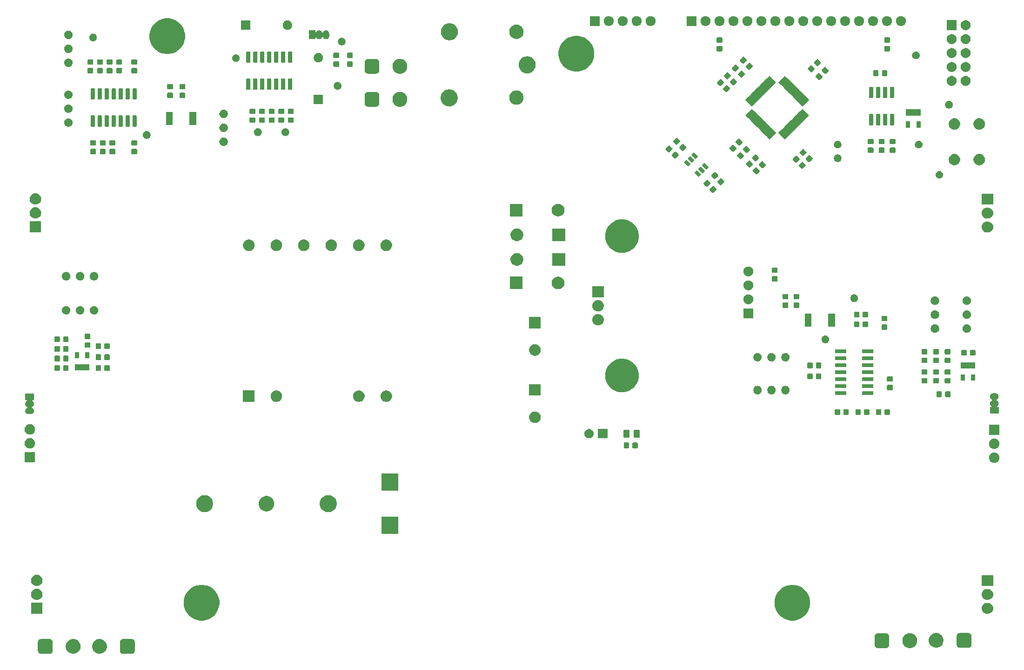
<source format=gts>
G04 #@! TF.GenerationSoftware,KiCad,Pcbnew,(5.1.5)-3*
G04 #@! TF.CreationDate,2020-04-25T14:47:18+02:00*
G04 #@! TF.ProjectId,electro-load,656c6563-7472-46f2-9d6c-6f61642e6b69,rev?*
G04 #@! TF.SameCoordinates,Original*
G04 #@! TF.FileFunction,Soldermask,Top*
G04 #@! TF.FilePolarity,Negative*
%FSLAX46Y46*%
G04 Gerber Fmt 4.6, Leading zero omitted, Abs format (unit mm)*
G04 Created by KiCad (PCBNEW (5.1.5)-3) date 2020-04-25 14:47:18*
%MOMM*%
%LPD*%
G04 APERTURE LIST*
%ADD10C,0.100000*%
G04 APERTURE END LIST*
D10*
G36*
X72024072Y-144400918D02*
G01*
X72173571Y-144462842D01*
X72269939Y-144502759D01*
X72335924Y-144546849D01*
X72491211Y-144650609D01*
X72679391Y-144838789D01*
X72715424Y-144892716D01*
X72803480Y-145024500D01*
X72827242Y-145060063D01*
X72929082Y-145305928D01*
X72981000Y-145566937D01*
X72981000Y-145833063D01*
X72957922Y-145949082D01*
X72929082Y-146094072D01*
X72827241Y-146339939D01*
X72765821Y-146431860D01*
X72679391Y-146561211D01*
X72491211Y-146749391D01*
X72381328Y-146822813D01*
X72269939Y-146897241D01*
X72269938Y-146897242D01*
X72269937Y-146897242D01*
X72024072Y-146999082D01*
X71763063Y-147051000D01*
X71496937Y-147051000D01*
X71235928Y-146999082D01*
X70990063Y-146897242D01*
X70990062Y-146897242D01*
X70990061Y-146897241D01*
X70878672Y-146822813D01*
X70768789Y-146749391D01*
X70580609Y-146561211D01*
X70494179Y-146431860D01*
X70432759Y-146339939D01*
X70330918Y-146094072D01*
X70302078Y-145949082D01*
X70279000Y-145833063D01*
X70279000Y-145566937D01*
X70330918Y-145305928D01*
X70432758Y-145060063D01*
X70456521Y-145024500D01*
X70544576Y-144892716D01*
X70580609Y-144838789D01*
X70768789Y-144650609D01*
X70924076Y-144546849D01*
X70990061Y-144502759D01*
X71086430Y-144462842D01*
X71235928Y-144400918D01*
X71496937Y-144349000D01*
X71763063Y-144349000D01*
X72024072Y-144400918D01*
G37*
G36*
X76814072Y-144400918D02*
G01*
X76963571Y-144462842D01*
X77059939Y-144502759D01*
X77125924Y-144546849D01*
X77281211Y-144650609D01*
X77469391Y-144838789D01*
X77505424Y-144892716D01*
X77593480Y-145024500D01*
X77617242Y-145060063D01*
X77719082Y-145305928D01*
X77771000Y-145566937D01*
X77771000Y-145833063D01*
X77747922Y-145949082D01*
X77719082Y-146094072D01*
X77617241Y-146339939D01*
X77555821Y-146431860D01*
X77469391Y-146561211D01*
X77281211Y-146749391D01*
X77171328Y-146822813D01*
X77059939Y-146897241D01*
X77059938Y-146897242D01*
X77059937Y-146897242D01*
X76814072Y-146999082D01*
X76553063Y-147051000D01*
X76286937Y-147051000D01*
X76025928Y-146999082D01*
X75780063Y-146897242D01*
X75780062Y-146897242D01*
X75780061Y-146897241D01*
X75668672Y-146822813D01*
X75558789Y-146749391D01*
X75370609Y-146561211D01*
X75284179Y-146431860D01*
X75222759Y-146339939D01*
X75120918Y-146094072D01*
X75092078Y-145949082D01*
X75069000Y-145833063D01*
X75069000Y-145566937D01*
X75120918Y-145305928D01*
X75222758Y-145060063D01*
X75246521Y-145024500D01*
X75334576Y-144892716D01*
X75370609Y-144838789D01*
X75558789Y-144650609D01*
X75714076Y-144546849D01*
X75780061Y-144502759D01*
X75876430Y-144462842D01*
X76025928Y-144400918D01*
X76286937Y-144349000D01*
X76553063Y-144349000D01*
X76814072Y-144400918D01*
G37*
G36*
X82357473Y-144361371D02*
G01*
X82472353Y-144396220D01*
X82578228Y-144452811D01*
X82671029Y-144528971D01*
X82747189Y-144621772D01*
X82803780Y-144727647D01*
X82838629Y-144842527D01*
X82851000Y-144968140D01*
X82851000Y-146431860D01*
X82838629Y-146557473D01*
X82803780Y-146672353D01*
X82747189Y-146778228D01*
X82671029Y-146871029D01*
X82578228Y-146947189D01*
X82472353Y-147003780D01*
X82357473Y-147038629D01*
X82231860Y-147051000D01*
X80768140Y-147051000D01*
X80642527Y-147038629D01*
X80527647Y-147003780D01*
X80421772Y-146947189D01*
X80328971Y-146871029D01*
X80252811Y-146778228D01*
X80196220Y-146672353D01*
X80161371Y-146557473D01*
X80149000Y-146431860D01*
X80149000Y-144968140D01*
X80161371Y-144842527D01*
X80196220Y-144727647D01*
X80252811Y-144621772D01*
X80328971Y-144528971D01*
X80421772Y-144452811D01*
X80527647Y-144396220D01*
X80642527Y-144361371D01*
X80768140Y-144349000D01*
X82231860Y-144349000D01*
X82357473Y-144361371D01*
G37*
G36*
X67407473Y-144361371D02*
G01*
X67522353Y-144396220D01*
X67628228Y-144452811D01*
X67721029Y-144528971D01*
X67797189Y-144621772D01*
X67853780Y-144727647D01*
X67888629Y-144842527D01*
X67901000Y-144968140D01*
X67901000Y-146431860D01*
X67888629Y-146557473D01*
X67853780Y-146672353D01*
X67797189Y-146778228D01*
X67721029Y-146871029D01*
X67628228Y-146947189D01*
X67522353Y-147003780D01*
X67407473Y-147038629D01*
X67281860Y-147051000D01*
X65818140Y-147051000D01*
X65692527Y-147038629D01*
X65577647Y-147003780D01*
X65471772Y-146947189D01*
X65378971Y-146871029D01*
X65302811Y-146778228D01*
X65246220Y-146672353D01*
X65211371Y-146557473D01*
X65199000Y-146431860D01*
X65199000Y-144968140D01*
X65211371Y-144842527D01*
X65246220Y-144727647D01*
X65302811Y-144621772D01*
X65378971Y-144528971D01*
X65471772Y-144452811D01*
X65577647Y-144396220D01*
X65692527Y-144361371D01*
X65818140Y-144349000D01*
X67281860Y-144349000D01*
X67407473Y-144361371D01*
G37*
G36*
X224274072Y-143350918D02*
G01*
X224462510Y-143428971D01*
X224519939Y-143452759D01*
X224585924Y-143496849D01*
X224741211Y-143600609D01*
X224929391Y-143788789D01*
X224932015Y-143792716D01*
X225053480Y-143974500D01*
X225077242Y-144010063D01*
X225179082Y-144255928D01*
X225231000Y-144516937D01*
X225231000Y-144783063D01*
X225179082Y-145044072D01*
X225097953Y-145239937D01*
X225077241Y-145289939D01*
X225049230Y-145331860D01*
X224929391Y-145511211D01*
X224741211Y-145699391D01*
X224660754Y-145753151D01*
X224519939Y-145847241D01*
X224519938Y-145847242D01*
X224519937Y-145847242D01*
X224274072Y-145949082D01*
X224013063Y-146001000D01*
X223746937Y-146001000D01*
X223485928Y-145949082D01*
X223240063Y-145847242D01*
X223240062Y-145847242D01*
X223240061Y-145847241D01*
X223099246Y-145753151D01*
X223018789Y-145699391D01*
X222830609Y-145511211D01*
X222710770Y-145331860D01*
X222682759Y-145289939D01*
X222662048Y-145239937D01*
X222580918Y-145044072D01*
X222529000Y-144783063D01*
X222529000Y-144516937D01*
X222580918Y-144255928D01*
X222682758Y-144010063D01*
X222706521Y-143974500D01*
X222827985Y-143792716D01*
X222830609Y-143788789D01*
X223018789Y-143600609D01*
X223174076Y-143496849D01*
X223240061Y-143452759D01*
X223297491Y-143428971D01*
X223485928Y-143350918D01*
X223746937Y-143299000D01*
X224013063Y-143299000D01*
X224274072Y-143350918D01*
G37*
G36*
X219657473Y-143311371D02*
G01*
X219772353Y-143346220D01*
X219878228Y-143402811D01*
X219971029Y-143478971D01*
X220047189Y-143571772D01*
X220103780Y-143677647D01*
X220138629Y-143792527D01*
X220151000Y-143918140D01*
X220151000Y-145381860D01*
X220138629Y-145507473D01*
X220103780Y-145622353D01*
X220047189Y-145728228D01*
X219971029Y-145821029D01*
X219878228Y-145897189D01*
X219772353Y-145953780D01*
X219657473Y-145988629D01*
X219531860Y-146001000D01*
X218068140Y-146001000D01*
X217942527Y-145988629D01*
X217827647Y-145953780D01*
X217721772Y-145897189D01*
X217628971Y-145821029D01*
X217552811Y-145728228D01*
X217496220Y-145622353D01*
X217461371Y-145507473D01*
X217449000Y-145381860D01*
X217449000Y-143918140D01*
X217461371Y-143792527D01*
X217496220Y-143677647D01*
X217552811Y-143571772D01*
X217628971Y-143478971D01*
X217721772Y-143402811D01*
X217827647Y-143346220D01*
X217942527Y-143311371D01*
X218068140Y-143299000D01*
X219531860Y-143299000D01*
X219657473Y-143311371D01*
G37*
G36*
X229064072Y-143300918D02*
G01*
X229213571Y-143362842D01*
X229309939Y-143402759D01*
X229375924Y-143446849D01*
X229531211Y-143550609D01*
X229719391Y-143738789D01*
X229752799Y-143788788D01*
X229843480Y-143924500D01*
X229867242Y-143960063D01*
X229969082Y-144205928D01*
X230021000Y-144466937D01*
X230021000Y-144733063D01*
X230011054Y-144783063D01*
X229969082Y-144994072D01*
X229867241Y-145239939D01*
X229805821Y-145331860D01*
X229719391Y-145461211D01*
X229531211Y-145649391D01*
X229456382Y-145699390D01*
X229309939Y-145797241D01*
X229309938Y-145797242D01*
X229309937Y-145797242D01*
X229064072Y-145899082D01*
X228803063Y-145951000D01*
X228536937Y-145951000D01*
X228275928Y-145899082D01*
X228030063Y-145797242D01*
X228030062Y-145797242D01*
X228030061Y-145797241D01*
X227883618Y-145699390D01*
X227808789Y-145649391D01*
X227620609Y-145461211D01*
X227534179Y-145331860D01*
X227472759Y-145239939D01*
X227370918Y-144994072D01*
X227328946Y-144783063D01*
X227319000Y-144733063D01*
X227319000Y-144466937D01*
X227370918Y-144205928D01*
X227472758Y-143960063D01*
X227496521Y-143924500D01*
X227587201Y-143788788D01*
X227620609Y-143738789D01*
X227808789Y-143550609D01*
X227964076Y-143446849D01*
X228030061Y-143402759D01*
X228126430Y-143362842D01*
X228275928Y-143300918D01*
X228536937Y-143249000D01*
X228803063Y-143249000D01*
X229064072Y-143300918D01*
G37*
G36*
X234607473Y-143261371D02*
G01*
X234722353Y-143296220D01*
X234828228Y-143352811D01*
X234921029Y-143428971D01*
X234997189Y-143521772D01*
X235053780Y-143627647D01*
X235088629Y-143742527D01*
X235101000Y-143868140D01*
X235101000Y-145331860D01*
X235088629Y-145457473D01*
X235053780Y-145572353D01*
X234997189Y-145678228D01*
X234921029Y-145771029D01*
X234828228Y-145847189D01*
X234722353Y-145903780D01*
X234607473Y-145938629D01*
X234481860Y-145951000D01*
X233018140Y-145951000D01*
X232892527Y-145938629D01*
X232777647Y-145903780D01*
X232671772Y-145847189D01*
X232578971Y-145771029D01*
X232502811Y-145678228D01*
X232446220Y-145572353D01*
X232411371Y-145457473D01*
X232399000Y-145331860D01*
X232399000Y-143868140D01*
X232411371Y-143742527D01*
X232446220Y-143627647D01*
X232502811Y-143521772D01*
X232578971Y-143428971D01*
X232671772Y-143352811D01*
X232777647Y-143296220D01*
X232892527Y-143261371D01*
X233018140Y-143249000D01*
X234481860Y-143249000D01*
X234607473Y-143261371D01*
G37*
G36*
X95634239Y-134561467D02*
G01*
X95948282Y-134623934D01*
X96539926Y-134869001D01*
X96829523Y-135062504D01*
X97072391Y-135224783D01*
X97525217Y-135677609D01*
X97540388Y-135700314D01*
X97880999Y-136210074D01*
X98125442Y-136800212D01*
X98126066Y-136801719D01*
X98251000Y-137429803D01*
X98251000Y-138070197D01*
X98221244Y-138219788D01*
X98126066Y-138698282D01*
X97880999Y-139289926D01*
X97525216Y-139822392D01*
X97072392Y-140275216D01*
X96539926Y-140630999D01*
X95948282Y-140876066D01*
X95634239Y-140938533D01*
X95320197Y-141001000D01*
X94679803Y-141001000D01*
X94365761Y-140938533D01*
X94051718Y-140876066D01*
X93460074Y-140630999D01*
X92927608Y-140275216D01*
X92474784Y-139822392D01*
X92119001Y-139289926D01*
X91873934Y-138698282D01*
X91778756Y-138219788D01*
X91749000Y-138070197D01*
X91749000Y-137429803D01*
X91873934Y-136801719D01*
X91874558Y-136800212D01*
X92119001Y-136210074D01*
X92459612Y-135700314D01*
X92474783Y-135677609D01*
X92927609Y-135224783D01*
X93170477Y-135062504D01*
X93460074Y-134869001D01*
X94051718Y-134623934D01*
X94365761Y-134561467D01*
X94679803Y-134499000D01*
X95320197Y-134499000D01*
X95634239Y-134561467D01*
G37*
G36*
X203134239Y-134561467D02*
G01*
X203448282Y-134623934D01*
X204039926Y-134869001D01*
X204329523Y-135062504D01*
X204572391Y-135224783D01*
X205025217Y-135677609D01*
X205040388Y-135700314D01*
X205380999Y-136210074D01*
X205625442Y-136800212D01*
X205626066Y-136801719D01*
X205751000Y-137429803D01*
X205751000Y-138070197D01*
X205721244Y-138219788D01*
X205626066Y-138698282D01*
X205380999Y-139289926D01*
X205025216Y-139822392D01*
X204572392Y-140275216D01*
X204039926Y-140630999D01*
X203448282Y-140876066D01*
X203134239Y-140938533D01*
X202820197Y-141001000D01*
X202179803Y-141001000D01*
X201865761Y-140938533D01*
X201551718Y-140876066D01*
X200960074Y-140630999D01*
X200427608Y-140275216D01*
X199974784Y-139822392D01*
X199619001Y-139289926D01*
X199373934Y-138698282D01*
X199278756Y-138219788D01*
X199249000Y-138070197D01*
X199249000Y-137429803D01*
X199373934Y-136801719D01*
X199374558Y-136800212D01*
X199619001Y-136210074D01*
X199959612Y-135700314D01*
X199974783Y-135677609D01*
X200427609Y-135224783D01*
X200670477Y-135062504D01*
X200960074Y-134869001D01*
X201551718Y-134623934D01*
X201865761Y-134561467D01*
X202179803Y-134499000D01*
X202820197Y-134499000D01*
X203134239Y-134561467D01*
G37*
G36*
X238145936Y-137781340D02*
G01*
X238244220Y-137791020D01*
X238433381Y-137848401D01*
X238607712Y-137941583D01*
X238760515Y-138066985D01*
X238885917Y-138219788D01*
X238979099Y-138394119D01*
X239036480Y-138583280D01*
X239055855Y-138780000D01*
X239036480Y-138976720D01*
X238979099Y-139165881D01*
X238885917Y-139340212D01*
X238760515Y-139493015D01*
X238607712Y-139618417D01*
X238433381Y-139711599D01*
X238244220Y-139768980D01*
X238145936Y-139778660D01*
X238096795Y-139783500D01*
X237903205Y-139783500D01*
X237854064Y-139778660D01*
X237755780Y-139768980D01*
X237566619Y-139711599D01*
X237392288Y-139618417D01*
X237239485Y-139493015D01*
X237114083Y-139340212D01*
X237020901Y-139165881D01*
X236963520Y-138976720D01*
X236944145Y-138780000D01*
X236963520Y-138583280D01*
X237020901Y-138394119D01*
X237114083Y-138219788D01*
X237239485Y-138066985D01*
X237392288Y-137941583D01*
X237566619Y-137848401D01*
X237755780Y-137791020D01*
X237854064Y-137781340D01*
X237903205Y-137776500D01*
X238096795Y-137776500D01*
X238145936Y-137781340D01*
G37*
G36*
X66051000Y-139753500D02*
G01*
X63949000Y-139753500D01*
X63949000Y-137746500D01*
X66051000Y-137746500D01*
X66051000Y-139753500D01*
G37*
G36*
X238145936Y-135241340D02*
G01*
X238244220Y-135251020D01*
X238433381Y-135308401D01*
X238607712Y-135401583D01*
X238760515Y-135526985D01*
X238885917Y-135679788D01*
X238979099Y-135854119D01*
X239036480Y-136043280D01*
X239055855Y-136240000D01*
X239036480Y-136436720D01*
X238979099Y-136625881D01*
X238885917Y-136800212D01*
X238760515Y-136953015D01*
X238607712Y-137078417D01*
X238433381Y-137171599D01*
X238244220Y-137228980D01*
X238145936Y-137238660D01*
X238096795Y-137243500D01*
X237903205Y-137243500D01*
X237854064Y-137238660D01*
X237755780Y-137228980D01*
X237566619Y-137171599D01*
X237392288Y-137078417D01*
X237239485Y-136953015D01*
X237114083Y-136800212D01*
X237020901Y-136625881D01*
X236963520Y-136436720D01*
X236944145Y-136240000D01*
X236963520Y-136043280D01*
X237020901Y-135854119D01*
X237114083Y-135679788D01*
X237239485Y-135526985D01*
X237392288Y-135401583D01*
X237566619Y-135308401D01*
X237755780Y-135251020D01*
X237854064Y-135241340D01*
X237903205Y-135236500D01*
X238096795Y-135236500D01*
X238145936Y-135241340D01*
G37*
G36*
X65145936Y-135211340D02*
G01*
X65244220Y-135221020D01*
X65433381Y-135278401D01*
X65607712Y-135371583D01*
X65760515Y-135496985D01*
X65885917Y-135649788D01*
X65979099Y-135824119D01*
X66036480Y-136013280D01*
X66055855Y-136210000D01*
X66036480Y-136406720D01*
X65979099Y-136595881D01*
X65885917Y-136770212D01*
X65760515Y-136923015D01*
X65607712Y-137048417D01*
X65433381Y-137141599D01*
X65244220Y-137198980D01*
X65145936Y-137208660D01*
X65096795Y-137213500D01*
X64903205Y-137213500D01*
X64854064Y-137208660D01*
X64755780Y-137198980D01*
X64566619Y-137141599D01*
X64392288Y-137048417D01*
X64239485Y-136923015D01*
X64114083Y-136770212D01*
X64020901Y-136595881D01*
X63963520Y-136406720D01*
X63944145Y-136210000D01*
X63963520Y-136013280D01*
X64020901Y-135824119D01*
X64114083Y-135649788D01*
X64239485Y-135496985D01*
X64392288Y-135371583D01*
X64566619Y-135278401D01*
X64755780Y-135221020D01*
X64854064Y-135211340D01*
X64903205Y-135206500D01*
X65096795Y-135206500D01*
X65145936Y-135211340D01*
G37*
G36*
X239051000Y-134703500D02*
G01*
X236949000Y-134703500D01*
X236949000Y-132696500D01*
X239051000Y-132696500D01*
X239051000Y-134703500D01*
G37*
G36*
X65145936Y-132671340D02*
G01*
X65244220Y-132681020D01*
X65433381Y-132738401D01*
X65607712Y-132831583D01*
X65760515Y-132956985D01*
X65885917Y-133109788D01*
X65979099Y-133284119D01*
X66036480Y-133473280D01*
X66055855Y-133670000D01*
X66036480Y-133866720D01*
X65979099Y-134055881D01*
X65885917Y-134230212D01*
X65760515Y-134383015D01*
X65607712Y-134508417D01*
X65433381Y-134601599D01*
X65244220Y-134658980D01*
X65145936Y-134668660D01*
X65096795Y-134673500D01*
X64903205Y-134673500D01*
X64854064Y-134668660D01*
X64755780Y-134658980D01*
X64566619Y-134601599D01*
X64392288Y-134508417D01*
X64239485Y-134383015D01*
X64114083Y-134230212D01*
X64020901Y-134055881D01*
X63963520Y-133866720D01*
X63944145Y-133670000D01*
X63963520Y-133473280D01*
X64020901Y-133284119D01*
X64114083Y-133109788D01*
X64239485Y-132956985D01*
X64392288Y-132831583D01*
X64566619Y-132738401D01*
X64755780Y-132681020D01*
X64854064Y-132671340D01*
X64903205Y-132666500D01*
X65096795Y-132666500D01*
X65145936Y-132671340D01*
G37*
G36*
X130801000Y-125211000D02*
G01*
X127699000Y-125211000D01*
X127699000Y-122109000D01*
X130801000Y-122109000D01*
X130801000Y-125211000D01*
G37*
G36*
X95852585Y-118178802D02*
G01*
X96002410Y-118208604D01*
X96284674Y-118325521D01*
X96538705Y-118495259D01*
X96754741Y-118711295D01*
X96924479Y-118965326D01*
X97041396Y-119247590D01*
X97101000Y-119547240D01*
X97101000Y-119852760D01*
X97041396Y-120152410D01*
X96924479Y-120434674D01*
X96754741Y-120688705D01*
X96538705Y-120904741D01*
X96284674Y-121074479D01*
X96002410Y-121191396D01*
X95852585Y-121221198D01*
X95702761Y-121251000D01*
X95397239Y-121251000D01*
X95247415Y-121221198D01*
X95097590Y-121191396D01*
X94815326Y-121074479D01*
X94561295Y-120904741D01*
X94345259Y-120688705D01*
X94175521Y-120434674D01*
X94058604Y-120152410D01*
X93999000Y-119852760D01*
X93999000Y-119547240D01*
X94058604Y-119247590D01*
X94175521Y-118965326D01*
X94345259Y-118711295D01*
X94561295Y-118495259D01*
X94815326Y-118325521D01*
X95097590Y-118208604D01*
X95247415Y-118178802D01*
X95397239Y-118149000D01*
X95702761Y-118149000D01*
X95852585Y-118178802D01*
G37*
G36*
X118352585Y-118178802D02*
G01*
X118502410Y-118208604D01*
X118784674Y-118325521D01*
X119038705Y-118495259D01*
X119254741Y-118711295D01*
X119424479Y-118965326D01*
X119541396Y-119247590D01*
X119601000Y-119547240D01*
X119601000Y-119852760D01*
X119541396Y-120152410D01*
X119424479Y-120434674D01*
X119254741Y-120688705D01*
X119038705Y-120904741D01*
X118784674Y-121074479D01*
X118502410Y-121191396D01*
X118352585Y-121221198D01*
X118202761Y-121251000D01*
X117897239Y-121251000D01*
X117747415Y-121221198D01*
X117597590Y-121191396D01*
X117315326Y-121074479D01*
X117061295Y-120904741D01*
X116845259Y-120688705D01*
X116675521Y-120434674D01*
X116558604Y-120152410D01*
X116499000Y-119852760D01*
X116499000Y-119547240D01*
X116558604Y-119247590D01*
X116675521Y-118965326D01*
X116845259Y-118711295D01*
X117061295Y-118495259D01*
X117315326Y-118325521D01*
X117597590Y-118208604D01*
X117747415Y-118178802D01*
X117897239Y-118149000D01*
X118202761Y-118149000D01*
X118352585Y-118178802D01*
G37*
G36*
X107118433Y-118334893D02*
G01*
X107208657Y-118352839D01*
X107314267Y-118396585D01*
X107463621Y-118458449D01*
X107539763Y-118509325D01*
X107693086Y-118611772D01*
X107888228Y-118806914D01*
X107990675Y-118960237D01*
X108041551Y-119036379D01*
X108103415Y-119185733D01*
X108129038Y-119247590D01*
X108147161Y-119291344D01*
X108201000Y-119562012D01*
X108201000Y-119837988D01*
X108198061Y-119852761D01*
X108147161Y-120108657D01*
X108103415Y-120214267D01*
X108041551Y-120363621D01*
X108041550Y-120363622D01*
X107888228Y-120593086D01*
X107693086Y-120788228D01*
X107539763Y-120890675D01*
X107463621Y-120941551D01*
X107314267Y-121003415D01*
X107208657Y-121047161D01*
X107118433Y-121065107D01*
X106937988Y-121101000D01*
X106662012Y-121101000D01*
X106481567Y-121065107D01*
X106391343Y-121047161D01*
X106285733Y-121003415D01*
X106136379Y-120941551D01*
X106060237Y-120890675D01*
X105906914Y-120788228D01*
X105711772Y-120593086D01*
X105558450Y-120363622D01*
X105558449Y-120363621D01*
X105496585Y-120214267D01*
X105452839Y-120108657D01*
X105401939Y-119852761D01*
X105399000Y-119837988D01*
X105399000Y-119562012D01*
X105452839Y-119291344D01*
X105470963Y-119247590D01*
X105496585Y-119185733D01*
X105558449Y-119036379D01*
X105609325Y-118960237D01*
X105711772Y-118806914D01*
X105906914Y-118611772D01*
X106060237Y-118509325D01*
X106136379Y-118458449D01*
X106285733Y-118396585D01*
X106391343Y-118352839D01*
X106481567Y-118334893D01*
X106662012Y-118299000D01*
X106937988Y-118299000D01*
X107118433Y-118334893D01*
G37*
G36*
X130801000Y-117291000D02*
G01*
X127699000Y-117291000D01*
X127699000Y-114189000D01*
X130801000Y-114189000D01*
X130801000Y-117291000D01*
G37*
G36*
X239527395Y-110415546D02*
G01*
X239700466Y-110487234D01*
X239700467Y-110487235D01*
X239856227Y-110591310D01*
X239988690Y-110723773D01*
X239988691Y-110723775D01*
X240092766Y-110879534D01*
X240164454Y-111052605D01*
X240201000Y-111236333D01*
X240201000Y-111423667D01*
X240164454Y-111607395D01*
X240092766Y-111780466D01*
X240092765Y-111780467D01*
X239988690Y-111936227D01*
X239856227Y-112068690D01*
X239777818Y-112121081D01*
X239700466Y-112172766D01*
X239527395Y-112244454D01*
X239343667Y-112281000D01*
X239156333Y-112281000D01*
X238972605Y-112244454D01*
X238799534Y-112172766D01*
X238722182Y-112121081D01*
X238643773Y-112068690D01*
X238511310Y-111936227D01*
X238407235Y-111780467D01*
X238407234Y-111780466D01*
X238335546Y-111607395D01*
X238299000Y-111423667D01*
X238299000Y-111236333D01*
X238335546Y-111052605D01*
X238407234Y-110879534D01*
X238511309Y-110723775D01*
X238511310Y-110723773D01*
X238643773Y-110591310D01*
X238799533Y-110487235D01*
X238799534Y-110487234D01*
X238972605Y-110415546D01*
X239156333Y-110379000D01*
X239343667Y-110379000D01*
X239527395Y-110415546D01*
G37*
G36*
X64701000Y-112201000D02*
G01*
X62799000Y-112201000D01*
X62799000Y-110299000D01*
X64701000Y-110299000D01*
X64701000Y-112201000D01*
G37*
G36*
X239527395Y-107875546D02*
G01*
X239700466Y-107947234D01*
X239736498Y-107971310D01*
X239856227Y-108051310D01*
X239988690Y-108183773D01*
X239988691Y-108183775D01*
X240092766Y-108339534D01*
X240164454Y-108512605D01*
X240201000Y-108696333D01*
X240201000Y-108883667D01*
X240164454Y-109067395D01*
X240092766Y-109240466D01*
X240092765Y-109240467D01*
X239988690Y-109396227D01*
X239856227Y-109528690D01*
X239802130Y-109564836D01*
X239700466Y-109632766D01*
X239527395Y-109704454D01*
X239343667Y-109741000D01*
X239156333Y-109741000D01*
X238972605Y-109704454D01*
X238799534Y-109632766D01*
X238697870Y-109564836D01*
X238643773Y-109528690D01*
X238511310Y-109396227D01*
X238407235Y-109240467D01*
X238407234Y-109240466D01*
X238335546Y-109067395D01*
X238299000Y-108883667D01*
X238299000Y-108696333D01*
X238335546Y-108512605D01*
X238407234Y-108339534D01*
X238511309Y-108183775D01*
X238511310Y-108183773D01*
X238643773Y-108051310D01*
X238763502Y-107971310D01*
X238799534Y-107947234D01*
X238972605Y-107875546D01*
X239156333Y-107839000D01*
X239343667Y-107839000D01*
X239527395Y-107875546D01*
G37*
G36*
X64027395Y-107795546D02*
G01*
X64200466Y-107867234D01*
X64212907Y-107875547D01*
X64356227Y-107971310D01*
X64488690Y-108103773D01*
X64488691Y-108103775D01*
X64592766Y-108259534D01*
X64664454Y-108432605D01*
X64701000Y-108616333D01*
X64701000Y-108803667D01*
X64664454Y-108987395D01*
X64592766Y-109160466D01*
X64592765Y-109160467D01*
X64488690Y-109316227D01*
X64356227Y-109448690D01*
X64283255Y-109497448D01*
X64200466Y-109552766D01*
X64027395Y-109624454D01*
X63843667Y-109661000D01*
X63656333Y-109661000D01*
X63472605Y-109624454D01*
X63299534Y-109552766D01*
X63216745Y-109497448D01*
X63143773Y-109448690D01*
X63011310Y-109316227D01*
X62907235Y-109160467D01*
X62907234Y-109160466D01*
X62835546Y-108987395D01*
X62799000Y-108803667D01*
X62799000Y-108616333D01*
X62835546Y-108432605D01*
X62907234Y-108259534D01*
X63011309Y-108103775D01*
X63011310Y-108103773D01*
X63143773Y-107971310D01*
X63287093Y-107875547D01*
X63299534Y-107867234D01*
X63472605Y-107795546D01*
X63656333Y-107759000D01*
X63843667Y-107759000D01*
X64027395Y-107795546D01*
G37*
G36*
X174214945Y-108558085D02*
G01*
X174248923Y-108568393D01*
X174280244Y-108585134D01*
X174307693Y-108607661D01*
X174330220Y-108635110D01*
X174346961Y-108666431D01*
X174357269Y-108700409D01*
X174361354Y-108741890D01*
X174361354Y-109418110D01*
X174357269Y-109459591D01*
X174346961Y-109493569D01*
X174330220Y-109524890D01*
X174307693Y-109552339D01*
X174280244Y-109574866D01*
X174248923Y-109591607D01*
X174214945Y-109601915D01*
X174173464Y-109606000D01*
X173572244Y-109606000D01*
X173530763Y-109601915D01*
X173496785Y-109591607D01*
X173465464Y-109574866D01*
X173438015Y-109552339D01*
X173415488Y-109524890D01*
X173398747Y-109493569D01*
X173388439Y-109459591D01*
X173384354Y-109418110D01*
X173384354Y-108741890D01*
X173388439Y-108700409D01*
X173398747Y-108666431D01*
X173415488Y-108635110D01*
X173438015Y-108607661D01*
X173465464Y-108585134D01*
X173496785Y-108568393D01*
X173530763Y-108558085D01*
X173572244Y-108554000D01*
X174173464Y-108554000D01*
X174214945Y-108558085D01*
G37*
G36*
X172639945Y-108558085D02*
G01*
X172673923Y-108568393D01*
X172705244Y-108585134D01*
X172732693Y-108607661D01*
X172755220Y-108635110D01*
X172771961Y-108666431D01*
X172782269Y-108700409D01*
X172786354Y-108741890D01*
X172786354Y-109418110D01*
X172782269Y-109459591D01*
X172771961Y-109493569D01*
X172755220Y-109524890D01*
X172732693Y-109552339D01*
X172705244Y-109574866D01*
X172673923Y-109591607D01*
X172639945Y-109601915D01*
X172598464Y-109606000D01*
X171997244Y-109606000D01*
X171955763Y-109601915D01*
X171921785Y-109591607D01*
X171890464Y-109574866D01*
X171863015Y-109552339D01*
X171840488Y-109524890D01*
X171823747Y-109493569D01*
X171813439Y-109459591D01*
X171809354Y-109418110D01*
X171809354Y-108741890D01*
X171813439Y-108700409D01*
X171823747Y-108666431D01*
X171840488Y-108635110D01*
X171863015Y-108607661D01*
X171890464Y-108585134D01*
X171921785Y-108568393D01*
X171955763Y-108558085D01*
X171997244Y-108554000D01*
X172598464Y-108554000D01*
X172639945Y-108558085D01*
G37*
G36*
X165748228Y-106131703D02*
G01*
X165903100Y-106195853D01*
X166042481Y-106288985D01*
X166161015Y-106407519D01*
X166254147Y-106546900D01*
X166318297Y-106701772D01*
X166351000Y-106866184D01*
X166351000Y-107033816D01*
X166318297Y-107198228D01*
X166254147Y-107353100D01*
X166161015Y-107492481D01*
X166042481Y-107611015D01*
X165903100Y-107704147D01*
X165748228Y-107768297D01*
X165583816Y-107801000D01*
X165416184Y-107801000D01*
X165251772Y-107768297D01*
X165096900Y-107704147D01*
X164957519Y-107611015D01*
X164838985Y-107492481D01*
X164745853Y-107353100D01*
X164681703Y-107198228D01*
X164649000Y-107033816D01*
X164649000Y-106866184D01*
X164681703Y-106701772D01*
X164745853Y-106546900D01*
X164838985Y-106407519D01*
X164957519Y-106288985D01*
X165096900Y-106195853D01*
X165251772Y-106131703D01*
X165416184Y-106099000D01*
X165583816Y-106099000D01*
X165748228Y-106131703D01*
G37*
G36*
X168851000Y-107801000D02*
G01*
X167149000Y-107801000D01*
X167149000Y-106099000D01*
X168851000Y-106099000D01*
X168851000Y-107801000D01*
G37*
G36*
X174559468Y-106203565D02*
G01*
X174598138Y-106215296D01*
X174633777Y-106234346D01*
X174665017Y-106259983D01*
X174690654Y-106291223D01*
X174709704Y-106326862D01*
X174721435Y-106365532D01*
X174726000Y-106411888D01*
X174726000Y-107488112D01*
X174721435Y-107534468D01*
X174709704Y-107573138D01*
X174690654Y-107608777D01*
X174665017Y-107640017D01*
X174633777Y-107665654D01*
X174598138Y-107684704D01*
X174559468Y-107696435D01*
X174513112Y-107701000D01*
X173861888Y-107701000D01*
X173815532Y-107696435D01*
X173776862Y-107684704D01*
X173741223Y-107665654D01*
X173709983Y-107640017D01*
X173684346Y-107608777D01*
X173665296Y-107573138D01*
X173653565Y-107534468D01*
X173649000Y-107488112D01*
X173649000Y-106411888D01*
X173653565Y-106365532D01*
X173665296Y-106326862D01*
X173684346Y-106291223D01*
X173709983Y-106259983D01*
X173741223Y-106234346D01*
X173776862Y-106215296D01*
X173815532Y-106203565D01*
X173861888Y-106199000D01*
X174513112Y-106199000D01*
X174559468Y-106203565D01*
G37*
G36*
X172684468Y-106203565D02*
G01*
X172723138Y-106215296D01*
X172758777Y-106234346D01*
X172790017Y-106259983D01*
X172815654Y-106291223D01*
X172834704Y-106326862D01*
X172846435Y-106365532D01*
X172851000Y-106411888D01*
X172851000Y-107488112D01*
X172846435Y-107534468D01*
X172834704Y-107573138D01*
X172815654Y-107608777D01*
X172790017Y-107640017D01*
X172758777Y-107665654D01*
X172723138Y-107684704D01*
X172684468Y-107696435D01*
X172638112Y-107701000D01*
X171986888Y-107701000D01*
X171940532Y-107696435D01*
X171901862Y-107684704D01*
X171866223Y-107665654D01*
X171834983Y-107640017D01*
X171809346Y-107608777D01*
X171790296Y-107573138D01*
X171778565Y-107534468D01*
X171774000Y-107488112D01*
X171774000Y-106411888D01*
X171778565Y-106365532D01*
X171790296Y-106326862D01*
X171809346Y-106291223D01*
X171834983Y-106259983D01*
X171866223Y-106234346D01*
X171901862Y-106215296D01*
X171940532Y-106203565D01*
X171986888Y-106199000D01*
X172638112Y-106199000D01*
X172684468Y-106203565D01*
G37*
G36*
X240201000Y-107201000D02*
G01*
X238299000Y-107201000D01*
X238299000Y-105299000D01*
X240201000Y-105299000D01*
X240201000Y-107201000D01*
G37*
G36*
X64027395Y-105255546D02*
G01*
X64200466Y-105327234D01*
X64200467Y-105327235D01*
X64356227Y-105431310D01*
X64488690Y-105563773D01*
X64488691Y-105563775D01*
X64592766Y-105719534D01*
X64664454Y-105892605D01*
X64701000Y-106076333D01*
X64701000Y-106263667D01*
X64664454Y-106447395D01*
X64592766Y-106620466D01*
X64592765Y-106620467D01*
X64488690Y-106776227D01*
X64356227Y-106908690D01*
X64277818Y-106961081D01*
X64200466Y-107012766D01*
X64027395Y-107084454D01*
X63843667Y-107121000D01*
X63656333Y-107121000D01*
X63472605Y-107084454D01*
X63299534Y-107012766D01*
X63222182Y-106961081D01*
X63143773Y-106908690D01*
X63011310Y-106776227D01*
X62907235Y-106620467D01*
X62907234Y-106620466D01*
X62835546Y-106447395D01*
X62799000Y-106263667D01*
X62799000Y-106076333D01*
X62835546Y-105892605D01*
X62907234Y-105719534D01*
X63011309Y-105563775D01*
X63011310Y-105563773D01*
X63143773Y-105431310D01*
X63299533Y-105327235D01*
X63299534Y-105327234D01*
X63472605Y-105255546D01*
X63656333Y-105219000D01*
X63843667Y-105219000D01*
X64027395Y-105255546D01*
G37*
G36*
X155956564Y-102939389D02*
G01*
X156147833Y-103018615D01*
X156147835Y-103018616D01*
X156319973Y-103133635D01*
X156466365Y-103280027D01*
X156532892Y-103379591D01*
X156581385Y-103452167D01*
X156660611Y-103643436D01*
X156701000Y-103846484D01*
X156701000Y-104053516D01*
X156660611Y-104256564D01*
X156581385Y-104447833D01*
X156581384Y-104447835D01*
X156466365Y-104619973D01*
X156319973Y-104766365D01*
X156147835Y-104881384D01*
X156147834Y-104881385D01*
X156147833Y-104881385D01*
X155956564Y-104960611D01*
X155753516Y-105001000D01*
X155546484Y-105001000D01*
X155343436Y-104960611D01*
X155152167Y-104881385D01*
X155152166Y-104881385D01*
X155152165Y-104881384D01*
X154980027Y-104766365D01*
X154833635Y-104619973D01*
X154718616Y-104447835D01*
X154718615Y-104447833D01*
X154639389Y-104256564D01*
X154599000Y-104053516D01*
X154599000Y-103846484D01*
X154639389Y-103643436D01*
X154718615Y-103452167D01*
X154767109Y-103379591D01*
X154833635Y-103280027D01*
X154980027Y-103133635D01*
X155152165Y-103018616D01*
X155152167Y-103018615D01*
X155343436Y-102939389D01*
X155546484Y-102899000D01*
X155753516Y-102899000D01*
X155956564Y-102939389D01*
G37*
G36*
X212629591Y-102478085D02*
G01*
X212663569Y-102488393D01*
X212694890Y-102505134D01*
X212722339Y-102527661D01*
X212744866Y-102555110D01*
X212761607Y-102586431D01*
X212771915Y-102620409D01*
X212776000Y-102661890D01*
X212776000Y-103338110D01*
X212771915Y-103379591D01*
X212761607Y-103413569D01*
X212744866Y-103444890D01*
X212722339Y-103472339D01*
X212694890Y-103494866D01*
X212663569Y-103511607D01*
X212629591Y-103521915D01*
X212588110Y-103526000D01*
X211986890Y-103526000D01*
X211945409Y-103521915D01*
X211911431Y-103511607D01*
X211880110Y-103494866D01*
X211852661Y-103472339D01*
X211830134Y-103444890D01*
X211813393Y-103413569D01*
X211803085Y-103379591D01*
X211799000Y-103338110D01*
X211799000Y-102661890D01*
X211803085Y-102620409D01*
X211813393Y-102586431D01*
X211830134Y-102555110D01*
X211852661Y-102527661D01*
X211880110Y-102505134D01*
X211911431Y-102488393D01*
X211945409Y-102478085D01*
X211986890Y-102474000D01*
X212588110Y-102474000D01*
X212629591Y-102478085D01*
G37*
G36*
X220129591Y-102478085D02*
G01*
X220163569Y-102488393D01*
X220194890Y-102505134D01*
X220222339Y-102527661D01*
X220244866Y-102555110D01*
X220261607Y-102586431D01*
X220271915Y-102620409D01*
X220276000Y-102661890D01*
X220276000Y-103338110D01*
X220271915Y-103379591D01*
X220261607Y-103413569D01*
X220244866Y-103444890D01*
X220222339Y-103472339D01*
X220194890Y-103494866D01*
X220163569Y-103511607D01*
X220129591Y-103521915D01*
X220088110Y-103526000D01*
X219486890Y-103526000D01*
X219445409Y-103521915D01*
X219411431Y-103511607D01*
X219380110Y-103494866D01*
X219352661Y-103472339D01*
X219330134Y-103444890D01*
X219313393Y-103413569D01*
X219303085Y-103379591D01*
X219299000Y-103338110D01*
X219299000Y-102661890D01*
X219303085Y-102620409D01*
X219313393Y-102586431D01*
X219330134Y-102555110D01*
X219352661Y-102527661D01*
X219380110Y-102505134D01*
X219411431Y-102488393D01*
X219445409Y-102478085D01*
X219486890Y-102474000D01*
X220088110Y-102474000D01*
X220129591Y-102478085D01*
G37*
G36*
X216379591Y-102478085D02*
G01*
X216413569Y-102488393D01*
X216444890Y-102505134D01*
X216472339Y-102527661D01*
X216494866Y-102555110D01*
X216511607Y-102586431D01*
X216521915Y-102620409D01*
X216526000Y-102661890D01*
X216526000Y-103338110D01*
X216521915Y-103379591D01*
X216511607Y-103413569D01*
X216494866Y-103444890D01*
X216472339Y-103472339D01*
X216444890Y-103494866D01*
X216413569Y-103511607D01*
X216379591Y-103521915D01*
X216338110Y-103526000D01*
X215736890Y-103526000D01*
X215695409Y-103521915D01*
X215661431Y-103511607D01*
X215630110Y-103494866D01*
X215602661Y-103472339D01*
X215580134Y-103444890D01*
X215563393Y-103413569D01*
X215553085Y-103379591D01*
X215549000Y-103338110D01*
X215549000Y-102661890D01*
X215553085Y-102620409D01*
X215563393Y-102586431D01*
X215580134Y-102555110D01*
X215602661Y-102527661D01*
X215630110Y-102505134D01*
X215661431Y-102488393D01*
X215695409Y-102478085D01*
X215736890Y-102474000D01*
X216338110Y-102474000D01*
X216379591Y-102478085D01*
G37*
G36*
X214804591Y-102478085D02*
G01*
X214838569Y-102488393D01*
X214869890Y-102505134D01*
X214897339Y-102527661D01*
X214919866Y-102555110D01*
X214936607Y-102586431D01*
X214946915Y-102620409D01*
X214951000Y-102661890D01*
X214951000Y-103338110D01*
X214946915Y-103379591D01*
X214936607Y-103413569D01*
X214919866Y-103444890D01*
X214897339Y-103472339D01*
X214869890Y-103494866D01*
X214838569Y-103511607D01*
X214804591Y-103521915D01*
X214763110Y-103526000D01*
X214161890Y-103526000D01*
X214120409Y-103521915D01*
X214086431Y-103511607D01*
X214055110Y-103494866D01*
X214027661Y-103472339D01*
X214005134Y-103444890D01*
X213988393Y-103413569D01*
X213978085Y-103379591D01*
X213974000Y-103338110D01*
X213974000Y-102661890D01*
X213978085Y-102620409D01*
X213988393Y-102586431D01*
X214005134Y-102555110D01*
X214027661Y-102527661D01*
X214055110Y-102505134D01*
X214086431Y-102488393D01*
X214120409Y-102478085D01*
X214161890Y-102474000D01*
X214763110Y-102474000D01*
X214804591Y-102478085D01*
G37*
G36*
X218554591Y-102478085D02*
G01*
X218588569Y-102488393D01*
X218619890Y-102505134D01*
X218647339Y-102527661D01*
X218669866Y-102555110D01*
X218686607Y-102586431D01*
X218696915Y-102620409D01*
X218701000Y-102661890D01*
X218701000Y-103338110D01*
X218696915Y-103379591D01*
X218686607Y-103413569D01*
X218669866Y-103444890D01*
X218647339Y-103472339D01*
X218619890Y-103494866D01*
X218588569Y-103511607D01*
X218554591Y-103521915D01*
X218513110Y-103526000D01*
X217911890Y-103526000D01*
X217870409Y-103521915D01*
X217836431Y-103511607D01*
X217805110Y-103494866D01*
X217777661Y-103472339D01*
X217755134Y-103444890D01*
X217738393Y-103413569D01*
X217728085Y-103379591D01*
X217724000Y-103338110D01*
X217724000Y-102661890D01*
X217728085Y-102620409D01*
X217738393Y-102586431D01*
X217755134Y-102555110D01*
X217777661Y-102527661D01*
X217805110Y-102505134D01*
X217836431Y-102488393D01*
X217870409Y-102478085D01*
X217911890Y-102474000D01*
X218513110Y-102474000D01*
X218554591Y-102478085D01*
G37*
G36*
X211054591Y-102478085D02*
G01*
X211088569Y-102488393D01*
X211119890Y-102505134D01*
X211147339Y-102527661D01*
X211169866Y-102555110D01*
X211186607Y-102586431D01*
X211196915Y-102620409D01*
X211201000Y-102661890D01*
X211201000Y-103338110D01*
X211196915Y-103379591D01*
X211186607Y-103413569D01*
X211169866Y-103444890D01*
X211147339Y-103472339D01*
X211119890Y-103494866D01*
X211088569Y-103511607D01*
X211054591Y-103521915D01*
X211013110Y-103526000D01*
X210411890Y-103526000D01*
X210370409Y-103521915D01*
X210336431Y-103511607D01*
X210305110Y-103494866D01*
X210277661Y-103472339D01*
X210255134Y-103444890D01*
X210238393Y-103413569D01*
X210228085Y-103379591D01*
X210224000Y-103338110D01*
X210224000Y-102661890D01*
X210228085Y-102620409D01*
X210238393Y-102586431D01*
X210255134Y-102555110D01*
X210277661Y-102527661D01*
X210305110Y-102505134D01*
X210336431Y-102488393D01*
X210370409Y-102478085D01*
X210411890Y-102474000D01*
X211013110Y-102474000D01*
X211054591Y-102478085D01*
G37*
G36*
X64501000Y-100826000D02*
G01*
X64336660Y-100826000D01*
X64312274Y-100828402D01*
X64288825Y-100835515D01*
X64267214Y-100847066D01*
X64248272Y-100862611D01*
X64232727Y-100881553D01*
X64221176Y-100903164D01*
X64214063Y-100926613D01*
X64211661Y-100950999D01*
X64214063Y-100975385D01*
X64221176Y-100998834D01*
X64232727Y-101020445D01*
X64248272Y-101039387D01*
X64257345Y-101047609D01*
X64334264Y-101110736D01*
X64406244Y-101198443D01*
X64440429Y-101262399D01*
X64459728Y-101298505D01*
X64459729Y-101298508D01*
X64492666Y-101407084D01*
X64503787Y-101520000D01*
X64492666Y-101632916D01*
X64459729Y-101741492D01*
X64459728Y-101741495D01*
X64440429Y-101777601D01*
X64406244Y-101841557D01*
X64334264Y-101929264D01*
X64246557Y-102001244D01*
X64165141Y-102044761D01*
X64144766Y-102058375D01*
X64127439Y-102075702D01*
X64113826Y-102096076D01*
X64104448Y-102118715D01*
X64099668Y-102142748D01*
X64099668Y-102167252D01*
X64104448Y-102191285D01*
X64113826Y-102213924D01*
X64127440Y-102234299D01*
X64144767Y-102251626D01*
X64165141Y-102265239D01*
X64246557Y-102308756D01*
X64334264Y-102380736D01*
X64406244Y-102468443D01*
X64425855Y-102505134D01*
X64459728Y-102568505D01*
X64459729Y-102568508D01*
X64492666Y-102677084D01*
X64503787Y-102790000D01*
X64492666Y-102902916D01*
X64459729Y-103011492D01*
X64459728Y-103011495D01*
X64440429Y-103047601D01*
X64406244Y-103111557D01*
X64334264Y-103199264D01*
X64246557Y-103271244D01*
X64182601Y-103305429D01*
X64146495Y-103324728D01*
X64146492Y-103324729D01*
X64037916Y-103357666D01*
X63953298Y-103366000D01*
X63446702Y-103366000D01*
X63362084Y-103357666D01*
X63253508Y-103324729D01*
X63253505Y-103324728D01*
X63217399Y-103305429D01*
X63153443Y-103271244D01*
X63065736Y-103199264D01*
X62993756Y-103111557D01*
X62959571Y-103047601D01*
X62940272Y-103011495D01*
X62940271Y-103011492D01*
X62907334Y-102902916D01*
X62896213Y-102790000D01*
X62907334Y-102677084D01*
X62940271Y-102568508D01*
X62940272Y-102568505D01*
X62974145Y-102505134D01*
X62993756Y-102468443D01*
X63065736Y-102380736D01*
X63153443Y-102308756D01*
X63234859Y-102265239D01*
X63255234Y-102251625D01*
X63272561Y-102234298D01*
X63286174Y-102213924D01*
X63295552Y-102191285D01*
X63300332Y-102167252D01*
X63300332Y-102142748D01*
X63295552Y-102118715D01*
X63286174Y-102096076D01*
X63272560Y-102075701D01*
X63255233Y-102058374D01*
X63234859Y-102044761D01*
X63153443Y-102001244D01*
X63065736Y-101929264D01*
X62993756Y-101841557D01*
X62959571Y-101777601D01*
X62940272Y-101741495D01*
X62940271Y-101741492D01*
X62907334Y-101632916D01*
X62896213Y-101520000D01*
X62907334Y-101407084D01*
X62940271Y-101298508D01*
X62940272Y-101298505D01*
X62959571Y-101262399D01*
X62993756Y-101198443D01*
X63065736Y-101110736D01*
X63142646Y-101047617D01*
X63159965Y-101030298D01*
X63173579Y-101009923D01*
X63182957Y-100987284D01*
X63187737Y-100963251D01*
X63187737Y-100938747D01*
X63182957Y-100914714D01*
X63173579Y-100892075D01*
X63159966Y-100871701D01*
X63142639Y-100854374D01*
X63122264Y-100840760D01*
X63099625Y-100831382D01*
X63075592Y-100826602D01*
X63063340Y-100826000D01*
X62899000Y-100826000D01*
X62899000Y-99674000D01*
X64501000Y-99674000D01*
X64501000Y-100826000D01*
G37*
G36*
X239587916Y-99592334D02*
G01*
X239696492Y-99625271D01*
X239696495Y-99625272D01*
X239732601Y-99644571D01*
X239796557Y-99678756D01*
X239884264Y-99750736D01*
X239956244Y-99838443D01*
X239977107Y-99877476D01*
X240009728Y-99938505D01*
X240009729Y-99938508D01*
X240042666Y-100047084D01*
X240053787Y-100160000D01*
X240042666Y-100272916D01*
X240009729Y-100381492D01*
X240009728Y-100381495D01*
X239990429Y-100417601D01*
X239956244Y-100481557D01*
X239884264Y-100569264D01*
X239796557Y-100641244D01*
X239715141Y-100684761D01*
X239694766Y-100698375D01*
X239677439Y-100715702D01*
X239663826Y-100736076D01*
X239654448Y-100758715D01*
X239649668Y-100782748D01*
X239649668Y-100807252D01*
X239654448Y-100831285D01*
X239663826Y-100853924D01*
X239677440Y-100874299D01*
X239694767Y-100891626D01*
X239715141Y-100905239D01*
X239796557Y-100948756D01*
X239884264Y-101020736D01*
X239956244Y-101108443D01*
X239990429Y-101172399D01*
X240009728Y-101208505D01*
X240009729Y-101208508D01*
X240042666Y-101317084D01*
X240053787Y-101430000D01*
X240042666Y-101542916D01*
X240015364Y-101632916D01*
X240009728Y-101651495D01*
X239990429Y-101687601D01*
X239956244Y-101751557D01*
X239884264Y-101839264D01*
X239807354Y-101902383D01*
X239790035Y-101919702D01*
X239776421Y-101940077D01*
X239767043Y-101962716D01*
X239762263Y-101986749D01*
X239762263Y-102011253D01*
X239767043Y-102035286D01*
X239776421Y-102057925D01*
X239790034Y-102078299D01*
X239807361Y-102095626D01*
X239827736Y-102109240D01*
X239850375Y-102118618D01*
X239874408Y-102123398D01*
X239886660Y-102124000D01*
X240051000Y-102124000D01*
X240051000Y-103276000D01*
X238449000Y-103276000D01*
X238449000Y-102124000D01*
X238613340Y-102124000D01*
X238637726Y-102121598D01*
X238661175Y-102114485D01*
X238682786Y-102102934D01*
X238701728Y-102087389D01*
X238717273Y-102068447D01*
X238728824Y-102046836D01*
X238735937Y-102023387D01*
X238738339Y-101999001D01*
X238735937Y-101974615D01*
X238728824Y-101951166D01*
X238717273Y-101929555D01*
X238701728Y-101910613D01*
X238692655Y-101902391D01*
X238615736Y-101839264D01*
X238543756Y-101751557D01*
X238509571Y-101687601D01*
X238490272Y-101651495D01*
X238484636Y-101632916D01*
X238457334Y-101542916D01*
X238446213Y-101430000D01*
X238457334Y-101317084D01*
X238490271Y-101208508D01*
X238490272Y-101208505D01*
X238509571Y-101172399D01*
X238543756Y-101108443D01*
X238615736Y-101020736D01*
X238703443Y-100948756D01*
X238784859Y-100905239D01*
X238805234Y-100891625D01*
X238822561Y-100874298D01*
X238836174Y-100853924D01*
X238845552Y-100831285D01*
X238850332Y-100807252D01*
X238850332Y-100782748D01*
X238845552Y-100758715D01*
X238836174Y-100736076D01*
X238822560Y-100715701D01*
X238805233Y-100698374D01*
X238784859Y-100684761D01*
X238703443Y-100641244D01*
X238615736Y-100569264D01*
X238543756Y-100481557D01*
X238509571Y-100417601D01*
X238490272Y-100381495D01*
X238490271Y-100381492D01*
X238457334Y-100272916D01*
X238446213Y-100160000D01*
X238457334Y-100047084D01*
X238490271Y-99938508D01*
X238490272Y-99938505D01*
X238522893Y-99877476D01*
X238543756Y-99838443D01*
X238615736Y-99750736D01*
X238703443Y-99678756D01*
X238767399Y-99644571D01*
X238803505Y-99625272D01*
X238803508Y-99625271D01*
X238912084Y-99592334D01*
X238996702Y-99584000D01*
X239503298Y-99584000D01*
X239587916Y-99592334D01*
G37*
G36*
X104651000Y-101151000D02*
G01*
X102549000Y-101151000D01*
X102549000Y-99049000D01*
X104651000Y-99049000D01*
X104651000Y-101151000D01*
G37*
G36*
X123906564Y-99089389D02*
G01*
X124097833Y-99168615D01*
X124097835Y-99168616D01*
X124269973Y-99283635D01*
X124416365Y-99430027D01*
X124529186Y-99598875D01*
X124531385Y-99602167D01*
X124610611Y-99793436D01*
X124651000Y-99996484D01*
X124651000Y-100203516D01*
X124610611Y-100406564D01*
X124531385Y-100597833D01*
X124531384Y-100597835D01*
X124416365Y-100769973D01*
X124269973Y-100916365D01*
X124097835Y-101031384D01*
X124097834Y-101031385D01*
X124097833Y-101031385D01*
X123906564Y-101110611D01*
X123703516Y-101151000D01*
X123496484Y-101151000D01*
X123293436Y-101110611D01*
X123102167Y-101031385D01*
X123102166Y-101031385D01*
X123102165Y-101031384D01*
X122930027Y-100916365D01*
X122783635Y-100769973D01*
X122668616Y-100597835D01*
X122668615Y-100597833D01*
X122589389Y-100406564D01*
X122549000Y-100203516D01*
X122549000Y-99996484D01*
X122589389Y-99793436D01*
X122668615Y-99602167D01*
X122670815Y-99598875D01*
X122783635Y-99430027D01*
X122930027Y-99283635D01*
X123102165Y-99168616D01*
X123102167Y-99168615D01*
X123293436Y-99089389D01*
X123496484Y-99049000D01*
X123703516Y-99049000D01*
X123906564Y-99089389D01*
G37*
G36*
X108906564Y-99089389D02*
G01*
X109097833Y-99168615D01*
X109097835Y-99168616D01*
X109269973Y-99283635D01*
X109416365Y-99430027D01*
X109529186Y-99598875D01*
X109531385Y-99602167D01*
X109610611Y-99793436D01*
X109651000Y-99996484D01*
X109651000Y-100203516D01*
X109610611Y-100406564D01*
X109531385Y-100597833D01*
X109531384Y-100597835D01*
X109416365Y-100769973D01*
X109269973Y-100916365D01*
X109097835Y-101031384D01*
X109097834Y-101031385D01*
X109097833Y-101031385D01*
X108906564Y-101110611D01*
X108703516Y-101151000D01*
X108496484Y-101151000D01*
X108293436Y-101110611D01*
X108102167Y-101031385D01*
X108102166Y-101031385D01*
X108102165Y-101031384D01*
X107930027Y-100916365D01*
X107783635Y-100769973D01*
X107668616Y-100597835D01*
X107668615Y-100597833D01*
X107589389Y-100406564D01*
X107549000Y-100203516D01*
X107549000Y-99996484D01*
X107589389Y-99793436D01*
X107668615Y-99602167D01*
X107670815Y-99598875D01*
X107783635Y-99430027D01*
X107930027Y-99283635D01*
X108102165Y-99168616D01*
X108102167Y-99168615D01*
X108293436Y-99089389D01*
X108496484Y-99049000D01*
X108703516Y-99049000D01*
X108906564Y-99089389D01*
G37*
G36*
X128906564Y-99089389D02*
G01*
X129097833Y-99168615D01*
X129097835Y-99168616D01*
X129269973Y-99283635D01*
X129416365Y-99430027D01*
X129529186Y-99598875D01*
X129531385Y-99602167D01*
X129610611Y-99793436D01*
X129651000Y-99996484D01*
X129651000Y-100203516D01*
X129610611Y-100406564D01*
X129531385Y-100597833D01*
X129531384Y-100597835D01*
X129416365Y-100769973D01*
X129269973Y-100916365D01*
X129097835Y-101031384D01*
X129097834Y-101031385D01*
X129097833Y-101031385D01*
X128906564Y-101110611D01*
X128703516Y-101151000D01*
X128496484Y-101151000D01*
X128293436Y-101110611D01*
X128102167Y-101031385D01*
X128102166Y-101031385D01*
X128102165Y-101031384D01*
X127930027Y-100916365D01*
X127783635Y-100769973D01*
X127668616Y-100597835D01*
X127668615Y-100597833D01*
X127589389Y-100406564D01*
X127549000Y-100203516D01*
X127549000Y-99996484D01*
X127589389Y-99793436D01*
X127668615Y-99602167D01*
X127670815Y-99598875D01*
X127783635Y-99430027D01*
X127930027Y-99283635D01*
X128102165Y-99168616D01*
X128102167Y-99168615D01*
X128293436Y-99089389D01*
X128496484Y-99049000D01*
X128703516Y-99049000D01*
X128906564Y-99089389D01*
G37*
G36*
X231129591Y-99228085D02*
G01*
X231163569Y-99238393D01*
X231194890Y-99255134D01*
X231222339Y-99277661D01*
X231244866Y-99305110D01*
X231261607Y-99336431D01*
X231271915Y-99370409D01*
X231276000Y-99411890D01*
X231276000Y-100088110D01*
X231271915Y-100129591D01*
X231261607Y-100163569D01*
X231244866Y-100194890D01*
X231222339Y-100222339D01*
X231194890Y-100244866D01*
X231163569Y-100261607D01*
X231129591Y-100271915D01*
X231088110Y-100276000D01*
X230486890Y-100276000D01*
X230445409Y-100271915D01*
X230411431Y-100261607D01*
X230380110Y-100244866D01*
X230352661Y-100222339D01*
X230330134Y-100194890D01*
X230313393Y-100163569D01*
X230303085Y-100129591D01*
X230299000Y-100088110D01*
X230299000Y-99411890D01*
X230303085Y-99370409D01*
X230313393Y-99336431D01*
X230330134Y-99305110D01*
X230352661Y-99277661D01*
X230380110Y-99255134D01*
X230411431Y-99238393D01*
X230445409Y-99228085D01*
X230486890Y-99224000D01*
X231088110Y-99224000D01*
X231129591Y-99228085D01*
G37*
G36*
X229554591Y-99228085D02*
G01*
X229588569Y-99238393D01*
X229619890Y-99255134D01*
X229647339Y-99277661D01*
X229669866Y-99305110D01*
X229686607Y-99336431D01*
X229696915Y-99370409D01*
X229701000Y-99411890D01*
X229701000Y-100088110D01*
X229696915Y-100129591D01*
X229686607Y-100163569D01*
X229669866Y-100194890D01*
X229647339Y-100222339D01*
X229619890Y-100244866D01*
X229588569Y-100261607D01*
X229554591Y-100271915D01*
X229513110Y-100276000D01*
X228911890Y-100276000D01*
X228870409Y-100271915D01*
X228836431Y-100261607D01*
X228805110Y-100244866D01*
X228777661Y-100222339D01*
X228755134Y-100194890D01*
X228738393Y-100163569D01*
X228728085Y-100129591D01*
X228724000Y-100088110D01*
X228724000Y-99411890D01*
X228728085Y-99370409D01*
X228738393Y-99336431D01*
X228755134Y-99305110D01*
X228777661Y-99277661D01*
X228805110Y-99255134D01*
X228836431Y-99238393D01*
X228870409Y-99228085D01*
X228911890Y-99224000D01*
X229513110Y-99224000D01*
X229554591Y-99228085D01*
G37*
G36*
X156701000Y-100001000D02*
G01*
X154599000Y-100001000D01*
X154599000Y-97899000D01*
X156701000Y-97899000D01*
X156701000Y-100001000D01*
G37*
G36*
X212209928Y-99211764D02*
G01*
X212231009Y-99218160D01*
X212250445Y-99228548D01*
X212267476Y-99242524D01*
X212281452Y-99259555D01*
X212291840Y-99278991D01*
X212298236Y-99300072D01*
X212301000Y-99328140D01*
X212301000Y-99791860D01*
X212298236Y-99819928D01*
X212291840Y-99841009D01*
X212281452Y-99860445D01*
X212267476Y-99877476D01*
X212250445Y-99891452D01*
X212231009Y-99901840D01*
X212209928Y-99908236D01*
X212181860Y-99911000D01*
X210368140Y-99911000D01*
X210340072Y-99908236D01*
X210318991Y-99901840D01*
X210299555Y-99891452D01*
X210282524Y-99877476D01*
X210268548Y-99860445D01*
X210258160Y-99841009D01*
X210251764Y-99819928D01*
X210249000Y-99791860D01*
X210249000Y-99328140D01*
X210251764Y-99300072D01*
X210258160Y-99278991D01*
X210268548Y-99259555D01*
X210282524Y-99242524D01*
X210299555Y-99228548D01*
X210318991Y-99218160D01*
X210340072Y-99211764D01*
X210368140Y-99209000D01*
X212181860Y-99209000D01*
X212209928Y-99211764D01*
G37*
G36*
X217159928Y-99211764D02*
G01*
X217181009Y-99218160D01*
X217200445Y-99228548D01*
X217217476Y-99242524D01*
X217231452Y-99259555D01*
X217241840Y-99278991D01*
X217248236Y-99300072D01*
X217251000Y-99328140D01*
X217251000Y-99791860D01*
X217248236Y-99819928D01*
X217241840Y-99841009D01*
X217231452Y-99860445D01*
X217217476Y-99877476D01*
X217200445Y-99891452D01*
X217181009Y-99901840D01*
X217159928Y-99908236D01*
X217131860Y-99911000D01*
X215318140Y-99911000D01*
X215290072Y-99908236D01*
X215268991Y-99901840D01*
X215249555Y-99891452D01*
X215232524Y-99877476D01*
X215218548Y-99860445D01*
X215208160Y-99841009D01*
X215201764Y-99819928D01*
X215199000Y-99791860D01*
X215199000Y-99328140D01*
X215201764Y-99300072D01*
X215208160Y-99278991D01*
X215218548Y-99259555D01*
X215232524Y-99242524D01*
X215249555Y-99228548D01*
X215268991Y-99218160D01*
X215290072Y-99211764D01*
X215318140Y-99209000D01*
X217131860Y-99209000D01*
X217159928Y-99211764D01*
G37*
G36*
X198825603Y-98236890D02*
G01*
X198934893Y-98258629D01*
X199075206Y-98316748D01*
X199201484Y-98401125D01*
X199308875Y-98508516D01*
X199393252Y-98634794D01*
X199451371Y-98775107D01*
X199481000Y-98924063D01*
X199481000Y-99075937D01*
X199451371Y-99224893D01*
X199393252Y-99365206D01*
X199308875Y-99491484D01*
X199201484Y-99598875D01*
X199075206Y-99683252D01*
X198934893Y-99741371D01*
X198835589Y-99761124D01*
X198785938Y-99771000D01*
X198634062Y-99771000D01*
X198584411Y-99761124D01*
X198485107Y-99741371D01*
X198344794Y-99683252D01*
X198218516Y-99598875D01*
X198111125Y-99491484D01*
X198026748Y-99365206D01*
X197968629Y-99224893D01*
X197939000Y-99075937D01*
X197939000Y-98924063D01*
X197968629Y-98775107D01*
X198026748Y-98634794D01*
X198111125Y-98508516D01*
X198218516Y-98401125D01*
X198344794Y-98316748D01*
X198485107Y-98258629D01*
X198594397Y-98236890D01*
X198634062Y-98229000D01*
X198785938Y-98229000D01*
X198825603Y-98236890D01*
G37*
G36*
X196285603Y-98236890D02*
G01*
X196394893Y-98258629D01*
X196535206Y-98316748D01*
X196661484Y-98401125D01*
X196768875Y-98508516D01*
X196853252Y-98634794D01*
X196911371Y-98775107D01*
X196941000Y-98924063D01*
X196941000Y-99075937D01*
X196911371Y-99224893D01*
X196853252Y-99365206D01*
X196768875Y-99491484D01*
X196661484Y-99598875D01*
X196535206Y-99683252D01*
X196394893Y-99741371D01*
X196295589Y-99761124D01*
X196245938Y-99771000D01*
X196094062Y-99771000D01*
X196044411Y-99761124D01*
X195945107Y-99741371D01*
X195804794Y-99683252D01*
X195678516Y-99598875D01*
X195571125Y-99491484D01*
X195486748Y-99365206D01*
X195428629Y-99224893D01*
X195399000Y-99075937D01*
X195399000Y-98924063D01*
X195428629Y-98775107D01*
X195486748Y-98634794D01*
X195571125Y-98508516D01*
X195678516Y-98401125D01*
X195804794Y-98316748D01*
X195945107Y-98258629D01*
X196054397Y-98236890D01*
X196094062Y-98229000D01*
X196245938Y-98229000D01*
X196285603Y-98236890D01*
G37*
G36*
X201365603Y-98236890D02*
G01*
X201474893Y-98258629D01*
X201615206Y-98316748D01*
X201741484Y-98401125D01*
X201848875Y-98508516D01*
X201933252Y-98634794D01*
X201991371Y-98775107D01*
X202021000Y-98924063D01*
X202021000Y-99075937D01*
X201991371Y-99224893D01*
X201933252Y-99365206D01*
X201848875Y-99491484D01*
X201741484Y-99598875D01*
X201615206Y-99683252D01*
X201474893Y-99741371D01*
X201375589Y-99761124D01*
X201325938Y-99771000D01*
X201174062Y-99771000D01*
X201124411Y-99761124D01*
X201025107Y-99741371D01*
X200884794Y-99683252D01*
X200758516Y-99598875D01*
X200651125Y-99491484D01*
X200566748Y-99365206D01*
X200508629Y-99224893D01*
X200479000Y-99075937D01*
X200479000Y-98924063D01*
X200508629Y-98775107D01*
X200566748Y-98634794D01*
X200651125Y-98508516D01*
X200758516Y-98401125D01*
X200884794Y-98316748D01*
X201025107Y-98258629D01*
X201134397Y-98236890D01*
X201174062Y-98229000D01*
X201325938Y-98229000D01*
X201365603Y-98236890D01*
G37*
G36*
X172389943Y-93401602D02*
G01*
X172945189Y-93631592D01*
X173139770Y-93761607D01*
X173444899Y-93965488D01*
X173869866Y-94390455D01*
X173928825Y-94478693D01*
X174203762Y-94890165D01*
X174433752Y-95445411D01*
X174551000Y-96034855D01*
X174551000Y-96635853D01*
X174433752Y-97225297D01*
X174203762Y-97780543D01*
X174078121Y-97968577D01*
X173869866Y-98280253D01*
X173444899Y-98705220D01*
X173330364Y-98781750D01*
X172945189Y-99039116D01*
X172389943Y-99269106D01*
X171800499Y-99386354D01*
X171199501Y-99386354D01*
X170610057Y-99269106D01*
X170054811Y-99039116D01*
X169669636Y-98781750D01*
X169555101Y-98705220D01*
X169130134Y-98280253D01*
X168921879Y-97968577D01*
X168796238Y-97780543D01*
X168566248Y-97225297D01*
X168449000Y-96635853D01*
X168449000Y-96034855D01*
X168566248Y-95445411D01*
X168796238Y-94890165D01*
X169071175Y-94478693D01*
X169130134Y-94390455D01*
X169555101Y-93965488D01*
X169860230Y-93761607D01*
X170054811Y-93631592D01*
X170610057Y-93401602D01*
X171199501Y-93284354D01*
X171800499Y-93284354D01*
X172389943Y-93401602D01*
G37*
G36*
X220629591Y-98053085D02*
G01*
X220663569Y-98063393D01*
X220694890Y-98080134D01*
X220722339Y-98102661D01*
X220744866Y-98130110D01*
X220761607Y-98161431D01*
X220771915Y-98195409D01*
X220776000Y-98236890D01*
X220776000Y-98838110D01*
X220771915Y-98879591D01*
X220761607Y-98913569D01*
X220744866Y-98944890D01*
X220722339Y-98972339D01*
X220694890Y-98994866D01*
X220663569Y-99011607D01*
X220629591Y-99021915D01*
X220588110Y-99026000D01*
X219911890Y-99026000D01*
X219870409Y-99021915D01*
X219836431Y-99011607D01*
X219805110Y-98994866D01*
X219777661Y-98972339D01*
X219755134Y-98944890D01*
X219738393Y-98913569D01*
X219728085Y-98879591D01*
X219724000Y-98838110D01*
X219724000Y-98236890D01*
X219728085Y-98195409D01*
X219738393Y-98161431D01*
X219755134Y-98130110D01*
X219777661Y-98102661D01*
X219805110Y-98080134D01*
X219836431Y-98063393D01*
X219870409Y-98053085D01*
X219911890Y-98049000D01*
X220588110Y-98049000D01*
X220629591Y-98053085D01*
G37*
G36*
X212209928Y-97941764D02*
G01*
X212231009Y-97948160D01*
X212250445Y-97958548D01*
X212267476Y-97972524D01*
X212281452Y-97989555D01*
X212291840Y-98008991D01*
X212298236Y-98030072D01*
X212301000Y-98058140D01*
X212301000Y-98521860D01*
X212298236Y-98549928D01*
X212291840Y-98571009D01*
X212281452Y-98590445D01*
X212267476Y-98607476D01*
X212250445Y-98621452D01*
X212231009Y-98631840D01*
X212209928Y-98638236D01*
X212181860Y-98641000D01*
X210368140Y-98641000D01*
X210340072Y-98638236D01*
X210318991Y-98631840D01*
X210299555Y-98621452D01*
X210282524Y-98607476D01*
X210268548Y-98590445D01*
X210258160Y-98571009D01*
X210251764Y-98549928D01*
X210249000Y-98521860D01*
X210249000Y-98058140D01*
X210251764Y-98030072D01*
X210258160Y-98008991D01*
X210268548Y-97989555D01*
X210282524Y-97972524D01*
X210299555Y-97958548D01*
X210318991Y-97948160D01*
X210340072Y-97941764D01*
X210368140Y-97939000D01*
X212181860Y-97939000D01*
X212209928Y-97941764D01*
G37*
G36*
X217159928Y-97941764D02*
G01*
X217181009Y-97948160D01*
X217200445Y-97958548D01*
X217217476Y-97972524D01*
X217231452Y-97989555D01*
X217241840Y-98008991D01*
X217248236Y-98030072D01*
X217251000Y-98058140D01*
X217251000Y-98521860D01*
X217248236Y-98549928D01*
X217241840Y-98571009D01*
X217231452Y-98590445D01*
X217217476Y-98607476D01*
X217200445Y-98621452D01*
X217181009Y-98631840D01*
X217159928Y-98638236D01*
X217131860Y-98641000D01*
X215318140Y-98641000D01*
X215290072Y-98638236D01*
X215268991Y-98631840D01*
X215249555Y-98621452D01*
X215232524Y-98607476D01*
X215218548Y-98590445D01*
X215208160Y-98571009D01*
X215201764Y-98549928D01*
X215199000Y-98521860D01*
X215199000Y-98058140D01*
X215201764Y-98030072D01*
X215208160Y-98008991D01*
X215218548Y-97989555D01*
X215232524Y-97972524D01*
X215249555Y-97958548D01*
X215268991Y-97948160D01*
X215290072Y-97941764D01*
X215318140Y-97939000D01*
X217131860Y-97939000D01*
X217159928Y-97941764D01*
G37*
G36*
X226929591Y-96803085D02*
G01*
X226963569Y-96813393D01*
X226994890Y-96830134D01*
X227022339Y-96852661D01*
X227044866Y-96880110D01*
X227061607Y-96911431D01*
X227071915Y-96945409D01*
X227076000Y-96986890D01*
X227076000Y-97588110D01*
X227071915Y-97629591D01*
X227061607Y-97663569D01*
X227044866Y-97694890D01*
X227022339Y-97722339D01*
X226994890Y-97744866D01*
X226963569Y-97761607D01*
X226929591Y-97771915D01*
X226888110Y-97776000D01*
X226211890Y-97776000D01*
X226170409Y-97771915D01*
X226136431Y-97761607D01*
X226105110Y-97744866D01*
X226077661Y-97722339D01*
X226055134Y-97694890D01*
X226038393Y-97663569D01*
X226028085Y-97629591D01*
X226024000Y-97588110D01*
X226024000Y-96986890D01*
X226028085Y-96945409D01*
X226038393Y-96911431D01*
X226055134Y-96880110D01*
X226077661Y-96852661D01*
X226105110Y-96830134D01*
X226136431Y-96813393D01*
X226170409Y-96803085D01*
X226211890Y-96799000D01*
X226888110Y-96799000D01*
X226929591Y-96803085D01*
G37*
G36*
X231129591Y-96803085D02*
G01*
X231163569Y-96813393D01*
X231194890Y-96830134D01*
X231222339Y-96852661D01*
X231244866Y-96880110D01*
X231261607Y-96911431D01*
X231271915Y-96945409D01*
X231276000Y-96986890D01*
X231276000Y-97588110D01*
X231271915Y-97629591D01*
X231261607Y-97663569D01*
X231244866Y-97694890D01*
X231222339Y-97722339D01*
X231194890Y-97744866D01*
X231163569Y-97761607D01*
X231129591Y-97771915D01*
X231088110Y-97776000D01*
X230411890Y-97776000D01*
X230370409Y-97771915D01*
X230336431Y-97761607D01*
X230305110Y-97744866D01*
X230277661Y-97722339D01*
X230255134Y-97694890D01*
X230238393Y-97663569D01*
X230228085Y-97629591D01*
X230224000Y-97588110D01*
X230224000Y-96986890D01*
X230228085Y-96945409D01*
X230238393Y-96911431D01*
X230255134Y-96880110D01*
X230277661Y-96852661D01*
X230305110Y-96830134D01*
X230336431Y-96813393D01*
X230370409Y-96803085D01*
X230411890Y-96799000D01*
X231088110Y-96799000D01*
X231129591Y-96803085D01*
G37*
G36*
X229029591Y-96803085D02*
G01*
X229063569Y-96813393D01*
X229094890Y-96830134D01*
X229122339Y-96852661D01*
X229144866Y-96880110D01*
X229161607Y-96911431D01*
X229171915Y-96945409D01*
X229176000Y-96986890D01*
X229176000Y-97588110D01*
X229171915Y-97629591D01*
X229161607Y-97663569D01*
X229144866Y-97694890D01*
X229122339Y-97722339D01*
X229094890Y-97744866D01*
X229063569Y-97761607D01*
X229029591Y-97771915D01*
X228988110Y-97776000D01*
X228311890Y-97776000D01*
X228270409Y-97771915D01*
X228236431Y-97761607D01*
X228205110Y-97744866D01*
X228177661Y-97722339D01*
X228155134Y-97694890D01*
X228138393Y-97663569D01*
X228128085Y-97629591D01*
X228124000Y-97588110D01*
X228124000Y-96986890D01*
X228128085Y-96945409D01*
X228138393Y-96911431D01*
X228155134Y-96880110D01*
X228177661Y-96852661D01*
X228205110Y-96830134D01*
X228236431Y-96813393D01*
X228270409Y-96803085D01*
X228311890Y-96799000D01*
X228988110Y-96799000D01*
X229029591Y-96803085D01*
G37*
G36*
X220629591Y-96478085D02*
G01*
X220663569Y-96488393D01*
X220694890Y-96505134D01*
X220722339Y-96527661D01*
X220744866Y-96555110D01*
X220761607Y-96586431D01*
X220771915Y-96620409D01*
X220776000Y-96661890D01*
X220776000Y-97263110D01*
X220771915Y-97304591D01*
X220761607Y-97338569D01*
X220744866Y-97369890D01*
X220722339Y-97397339D01*
X220694890Y-97419866D01*
X220663569Y-97436607D01*
X220629591Y-97446915D01*
X220588110Y-97451000D01*
X219911890Y-97451000D01*
X219870409Y-97446915D01*
X219836431Y-97436607D01*
X219805110Y-97419866D01*
X219777661Y-97397339D01*
X219755134Y-97369890D01*
X219738393Y-97338569D01*
X219728085Y-97304591D01*
X219724000Y-97263110D01*
X219724000Y-96661890D01*
X219728085Y-96620409D01*
X219738393Y-96586431D01*
X219755134Y-96555110D01*
X219777661Y-96527661D01*
X219805110Y-96505134D01*
X219836431Y-96488393D01*
X219870409Y-96478085D01*
X219911890Y-96474000D01*
X220588110Y-96474000D01*
X220629591Y-96478085D01*
G37*
G36*
X212209928Y-96671764D02*
G01*
X212231009Y-96678160D01*
X212250445Y-96688548D01*
X212267476Y-96702524D01*
X212281452Y-96719555D01*
X212291840Y-96738991D01*
X212298236Y-96760072D01*
X212301000Y-96788140D01*
X212301000Y-97251860D01*
X212298236Y-97279928D01*
X212291840Y-97301009D01*
X212281452Y-97320445D01*
X212267476Y-97337476D01*
X212250445Y-97351452D01*
X212231009Y-97361840D01*
X212209928Y-97368236D01*
X212181860Y-97371000D01*
X210368140Y-97371000D01*
X210340072Y-97368236D01*
X210318991Y-97361840D01*
X210299555Y-97351452D01*
X210282524Y-97337476D01*
X210268548Y-97320445D01*
X210258160Y-97301009D01*
X210251764Y-97279928D01*
X210249000Y-97251860D01*
X210249000Y-96788140D01*
X210251764Y-96760072D01*
X210258160Y-96738991D01*
X210268548Y-96719555D01*
X210282524Y-96702524D01*
X210299555Y-96688548D01*
X210318991Y-96678160D01*
X210340072Y-96671764D01*
X210368140Y-96669000D01*
X212181860Y-96669000D01*
X212209928Y-96671764D01*
G37*
G36*
X217159928Y-96671764D02*
G01*
X217181009Y-96678160D01*
X217200445Y-96688548D01*
X217217476Y-96702524D01*
X217231452Y-96719555D01*
X217241840Y-96738991D01*
X217248236Y-96760072D01*
X217251000Y-96788140D01*
X217251000Y-97251860D01*
X217248236Y-97279928D01*
X217241840Y-97301009D01*
X217231452Y-97320445D01*
X217217476Y-97337476D01*
X217200445Y-97351452D01*
X217181009Y-97361840D01*
X217159928Y-97368236D01*
X217131860Y-97371000D01*
X215318140Y-97371000D01*
X215290072Y-97368236D01*
X215268991Y-97361840D01*
X215249555Y-97351452D01*
X215232524Y-97337476D01*
X215218548Y-97320445D01*
X215208160Y-97301009D01*
X215201764Y-97279928D01*
X215199000Y-97251860D01*
X215199000Y-96788140D01*
X215201764Y-96760072D01*
X215208160Y-96738991D01*
X215218548Y-96719555D01*
X215232524Y-96702524D01*
X215249555Y-96688548D01*
X215268991Y-96678160D01*
X215290072Y-96671764D01*
X215318140Y-96669000D01*
X217131860Y-96669000D01*
X217159928Y-96671764D01*
G37*
G36*
X235776000Y-97281000D02*
G01*
X235024000Y-97281000D01*
X235024000Y-96119000D01*
X235776000Y-96119000D01*
X235776000Y-97281000D01*
G37*
G36*
X233876000Y-97281000D02*
G01*
X233124000Y-97281000D01*
X233124000Y-96119000D01*
X233876000Y-96119000D01*
X233876000Y-97281000D01*
G37*
G36*
X207629591Y-95978085D02*
G01*
X207663569Y-95988393D01*
X207694890Y-96005134D01*
X207722339Y-96027661D01*
X207744866Y-96055110D01*
X207761607Y-96086431D01*
X207771915Y-96120409D01*
X207776000Y-96161890D01*
X207776000Y-96838110D01*
X207771915Y-96879591D01*
X207761607Y-96913569D01*
X207744866Y-96944890D01*
X207722339Y-96972339D01*
X207694890Y-96994866D01*
X207663569Y-97011607D01*
X207629591Y-97021915D01*
X207588110Y-97026000D01*
X206986890Y-97026000D01*
X206945409Y-97021915D01*
X206911431Y-97011607D01*
X206880110Y-96994866D01*
X206852661Y-96972339D01*
X206830134Y-96944890D01*
X206813393Y-96913569D01*
X206803085Y-96879591D01*
X206799000Y-96838110D01*
X206799000Y-96161890D01*
X206803085Y-96120409D01*
X206813393Y-96086431D01*
X206830134Y-96055110D01*
X206852661Y-96027661D01*
X206880110Y-96005134D01*
X206911431Y-95988393D01*
X206945409Y-95978085D01*
X206986890Y-95974000D01*
X207588110Y-95974000D01*
X207629591Y-95978085D01*
G37*
G36*
X206054591Y-95978085D02*
G01*
X206088569Y-95988393D01*
X206119890Y-96005134D01*
X206147339Y-96027661D01*
X206169866Y-96055110D01*
X206186607Y-96086431D01*
X206196915Y-96120409D01*
X206201000Y-96161890D01*
X206201000Y-96838110D01*
X206196915Y-96879591D01*
X206186607Y-96913569D01*
X206169866Y-96944890D01*
X206147339Y-96972339D01*
X206119890Y-96994866D01*
X206088569Y-97011607D01*
X206054591Y-97021915D01*
X206013110Y-97026000D01*
X205411890Y-97026000D01*
X205370409Y-97021915D01*
X205336431Y-97011607D01*
X205305110Y-96994866D01*
X205277661Y-96972339D01*
X205255134Y-96944890D01*
X205238393Y-96913569D01*
X205228085Y-96879591D01*
X205224000Y-96838110D01*
X205224000Y-96161890D01*
X205228085Y-96120409D01*
X205238393Y-96086431D01*
X205255134Y-96055110D01*
X205277661Y-96027661D01*
X205305110Y-96005134D01*
X205336431Y-95988393D01*
X205370409Y-95978085D01*
X205411890Y-95974000D01*
X206013110Y-95974000D01*
X206054591Y-95978085D01*
G37*
G36*
X229029591Y-95228085D02*
G01*
X229063569Y-95238393D01*
X229094890Y-95255134D01*
X229122339Y-95277661D01*
X229144866Y-95305110D01*
X229161607Y-95336431D01*
X229171915Y-95370409D01*
X229176000Y-95411890D01*
X229176000Y-96013110D01*
X229171915Y-96054591D01*
X229161607Y-96088569D01*
X229144866Y-96119890D01*
X229122339Y-96147339D01*
X229094890Y-96169866D01*
X229063569Y-96186607D01*
X229029591Y-96196915D01*
X228988110Y-96201000D01*
X228311890Y-96201000D01*
X228270409Y-96196915D01*
X228236431Y-96186607D01*
X228205110Y-96169866D01*
X228177661Y-96147339D01*
X228155134Y-96119890D01*
X228138393Y-96088569D01*
X228128085Y-96054591D01*
X228124000Y-96013110D01*
X228124000Y-95411890D01*
X228128085Y-95370409D01*
X228138393Y-95336431D01*
X228155134Y-95305110D01*
X228177661Y-95277661D01*
X228205110Y-95255134D01*
X228236431Y-95238393D01*
X228270409Y-95228085D01*
X228311890Y-95224000D01*
X228988110Y-95224000D01*
X229029591Y-95228085D01*
G37*
G36*
X231129591Y-95228085D02*
G01*
X231163569Y-95238393D01*
X231194890Y-95255134D01*
X231222339Y-95277661D01*
X231244866Y-95305110D01*
X231261607Y-95336431D01*
X231271915Y-95370409D01*
X231276000Y-95411890D01*
X231276000Y-96013110D01*
X231271915Y-96054591D01*
X231261607Y-96088569D01*
X231244866Y-96119890D01*
X231222339Y-96147339D01*
X231194890Y-96169866D01*
X231163569Y-96186607D01*
X231129591Y-96196915D01*
X231088110Y-96201000D01*
X230411890Y-96201000D01*
X230370409Y-96196915D01*
X230336431Y-96186607D01*
X230305110Y-96169866D01*
X230277661Y-96147339D01*
X230255134Y-96119890D01*
X230238393Y-96088569D01*
X230228085Y-96054591D01*
X230224000Y-96013110D01*
X230224000Y-95411890D01*
X230228085Y-95370409D01*
X230238393Y-95336431D01*
X230255134Y-95305110D01*
X230277661Y-95277661D01*
X230305110Y-95255134D01*
X230336431Y-95238393D01*
X230370409Y-95228085D01*
X230411890Y-95224000D01*
X231088110Y-95224000D01*
X231129591Y-95228085D01*
G37*
G36*
X226929591Y-95228085D02*
G01*
X226963569Y-95238393D01*
X226994890Y-95255134D01*
X227022339Y-95277661D01*
X227044866Y-95305110D01*
X227061607Y-95336431D01*
X227071915Y-95370409D01*
X227076000Y-95411890D01*
X227076000Y-96013110D01*
X227071915Y-96054591D01*
X227061607Y-96088569D01*
X227044866Y-96119890D01*
X227022339Y-96147339D01*
X226994890Y-96169866D01*
X226963569Y-96186607D01*
X226929591Y-96196915D01*
X226888110Y-96201000D01*
X226211890Y-96201000D01*
X226170409Y-96196915D01*
X226136431Y-96186607D01*
X226105110Y-96169866D01*
X226077661Y-96147339D01*
X226055134Y-96119890D01*
X226038393Y-96088569D01*
X226028085Y-96054591D01*
X226024000Y-96013110D01*
X226024000Y-95411890D01*
X226028085Y-95370409D01*
X226038393Y-95336431D01*
X226055134Y-95305110D01*
X226077661Y-95277661D01*
X226105110Y-95255134D01*
X226136431Y-95238393D01*
X226170409Y-95228085D01*
X226211890Y-95224000D01*
X226888110Y-95224000D01*
X226929591Y-95228085D01*
G37*
G36*
X217159928Y-95401764D02*
G01*
X217181009Y-95408160D01*
X217200445Y-95418548D01*
X217217476Y-95432524D01*
X217231452Y-95449555D01*
X217241840Y-95468991D01*
X217248236Y-95490072D01*
X217251000Y-95518140D01*
X217251000Y-95981860D01*
X217248236Y-96009928D01*
X217241840Y-96031009D01*
X217231452Y-96050445D01*
X217217476Y-96067476D01*
X217200445Y-96081452D01*
X217181009Y-96091840D01*
X217159928Y-96098236D01*
X217131860Y-96101000D01*
X215318140Y-96101000D01*
X215290072Y-96098236D01*
X215268991Y-96091840D01*
X215249555Y-96081452D01*
X215232524Y-96067476D01*
X215218548Y-96050445D01*
X215208160Y-96031009D01*
X215201764Y-96009928D01*
X215199000Y-95981860D01*
X215199000Y-95518140D01*
X215201764Y-95490072D01*
X215208160Y-95468991D01*
X215218548Y-95449555D01*
X215232524Y-95432524D01*
X215249555Y-95418548D01*
X215268991Y-95408160D01*
X215290072Y-95401764D01*
X215318140Y-95399000D01*
X217131860Y-95399000D01*
X217159928Y-95401764D01*
G37*
G36*
X212209928Y-95401764D02*
G01*
X212231009Y-95408160D01*
X212250445Y-95418548D01*
X212267476Y-95432524D01*
X212281452Y-95449555D01*
X212291840Y-95468991D01*
X212298236Y-95490072D01*
X212301000Y-95518140D01*
X212301000Y-95981860D01*
X212298236Y-96009928D01*
X212291840Y-96031009D01*
X212281452Y-96050445D01*
X212267476Y-96067476D01*
X212250445Y-96081452D01*
X212231009Y-96091840D01*
X212209928Y-96098236D01*
X212181860Y-96101000D01*
X210368140Y-96101000D01*
X210340072Y-96098236D01*
X210318991Y-96091840D01*
X210299555Y-96081452D01*
X210282524Y-96067476D01*
X210268548Y-96050445D01*
X210258160Y-96031009D01*
X210251764Y-96009928D01*
X210249000Y-95981860D01*
X210249000Y-95518140D01*
X210251764Y-95490072D01*
X210258160Y-95468991D01*
X210268548Y-95449555D01*
X210282524Y-95432524D01*
X210299555Y-95418548D01*
X210318991Y-95408160D01*
X210340072Y-95401764D01*
X210368140Y-95399000D01*
X212181860Y-95399000D01*
X212209928Y-95401764D01*
G37*
G36*
X78129591Y-94478085D02*
G01*
X78163569Y-94488393D01*
X78194890Y-94505134D01*
X78222339Y-94527661D01*
X78244866Y-94555110D01*
X78261607Y-94586431D01*
X78271915Y-94620409D01*
X78276000Y-94661890D01*
X78276000Y-95338110D01*
X78271915Y-95379591D01*
X78261607Y-95413569D01*
X78244866Y-95444890D01*
X78222339Y-95472339D01*
X78194890Y-95494866D01*
X78163569Y-95511607D01*
X78129591Y-95521915D01*
X78088110Y-95526000D01*
X77486890Y-95526000D01*
X77445409Y-95521915D01*
X77411431Y-95511607D01*
X77380110Y-95494866D01*
X77352661Y-95472339D01*
X77330134Y-95444890D01*
X77313393Y-95413569D01*
X77303085Y-95379591D01*
X77299000Y-95338110D01*
X77299000Y-94661890D01*
X77303085Y-94620409D01*
X77313393Y-94586431D01*
X77330134Y-94555110D01*
X77352661Y-94527661D01*
X77380110Y-94505134D01*
X77411431Y-94488393D01*
X77445409Y-94478085D01*
X77486890Y-94474000D01*
X78088110Y-94474000D01*
X78129591Y-94478085D01*
G37*
G36*
X76554591Y-94478085D02*
G01*
X76588569Y-94488393D01*
X76619890Y-94505134D01*
X76647339Y-94527661D01*
X76669866Y-94555110D01*
X76686607Y-94586431D01*
X76696915Y-94620409D01*
X76701000Y-94661890D01*
X76701000Y-95338110D01*
X76696915Y-95379591D01*
X76686607Y-95413569D01*
X76669866Y-95444890D01*
X76647339Y-95472339D01*
X76619890Y-95494866D01*
X76588569Y-95511607D01*
X76554591Y-95521915D01*
X76513110Y-95526000D01*
X75911890Y-95526000D01*
X75870409Y-95521915D01*
X75836431Y-95511607D01*
X75805110Y-95494866D01*
X75777661Y-95472339D01*
X75755134Y-95444890D01*
X75738393Y-95413569D01*
X75728085Y-95379591D01*
X75724000Y-95338110D01*
X75724000Y-94661890D01*
X75728085Y-94620409D01*
X75738393Y-94586431D01*
X75755134Y-94555110D01*
X75777661Y-94527661D01*
X75805110Y-94505134D01*
X75836431Y-94488393D01*
X75870409Y-94478085D01*
X75911890Y-94474000D01*
X76513110Y-94474000D01*
X76554591Y-94478085D01*
G37*
G36*
X69054591Y-94478085D02*
G01*
X69088569Y-94488393D01*
X69119890Y-94505134D01*
X69147339Y-94527661D01*
X69169866Y-94555110D01*
X69186607Y-94586431D01*
X69196915Y-94620409D01*
X69201000Y-94661890D01*
X69201000Y-95338110D01*
X69196915Y-95379591D01*
X69186607Y-95413569D01*
X69169866Y-95444890D01*
X69147339Y-95472339D01*
X69119890Y-95494866D01*
X69088569Y-95511607D01*
X69054591Y-95521915D01*
X69013110Y-95526000D01*
X68411890Y-95526000D01*
X68370409Y-95521915D01*
X68336431Y-95511607D01*
X68305110Y-95494866D01*
X68277661Y-95472339D01*
X68255134Y-95444890D01*
X68238393Y-95413569D01*
X68228085Y-95379591D01*
X68224000Y-95338110D01*
X68224000Y-94661890D01*
X68228085Y-94620409D01*
X68238393Y-94586431D01*
X68255134Y-94555110D01*
X68277661Y-94527661D01*
X68305110Y-94505134D01*
X68336431Y-94488393D01*
X68370409Y-94478085D01*
X68411890Y-94474000D01*
X69013110Y-94474000D01*
X69054591Y-94478085D01*
G37*
G36*
X70629591Y-94478085D02*
G01*
X70663569Y-94488393D01*
X70694890Y-94505134D01*
X70722339Y-94527661D01*
X70744866Y-94555110D01*
X70761607Y-94586431D01*
X70771915Y-94620409D01*
X70776000Y-94661890D01*
X70776000Y-95338110D01*
X70771915Y-95379591D01*
X70761607Y-95413569D01*
X70744866Y-95444890D01*
X70722339Y-95472339D01*
X70694890Y-95494866D01*
X70663569Y-95511607D01*
X70629591Y-95521915D01*
X70588110Y-95526000D01*
X69986890Y-95526000D01*
X69945409Y-95521915D01*
X69911431Y-95511607D01*
X69880110Y-95494866D01*
X69852661Y-95472339D01*
X69830134Y-95444890D01*
X69813393Y-95413569D01*
X69803085Y-95379591D01*
X69799000Y-95338110D01*
X69799000Y-94661890D01*
X69803085Y-94620409D01*
X69813393Y-94586431D01*
X69830134Y-94555110D01*
X69852661Y-94527661D01*
X69880110Y-94505134D01*
X69911431Y-94488393D01*
X69945409Y-94478085D01*
X69986890Y-94474000D01*
X70588110Y-94474000D01*
X70629591Y-94478085D01*
G37*
G36*
X74576000Y-95431000D02*
G01*
X71924000Y-95431000D01*
X71924000Y-94269000D01*
X74576000Y-94269000D01*
X74576000Y-95431000D01*
G37*
G36*
X235776000Y-95081000D02*
G01*
X233124000Y-95081000D01*
X233124000Y-93919000D01*
X235776000Y-93919000D01*
X235776000Y-95081000D01*
G37*
G36*
X206054591Y-93978085D02*
G01*
X206088569Y-93988393D01*
X206119890Y-94005134D01*
X206147339Y-94027661D01*
X206169866Y-94055110D01*
X206186607Y-94086431D01*
X206196915Y-94120409D01*
X206201000Y-94161890D01*
X206201000Y-94838110D01*
X206196915Y-94879591D01*
X206186607Y-94913569D01*
X206169866Y-94944890D01*
X206147339Y-94972339D01*
X206119890Y-94994866D01*
X206088569Y-95011607D01*
X206054591Y-95021915D01*
X206013110Y-95026000D01*
X205411890Y-95026000D01*
X205370409Y-95021915D01*
X205336431Y-95011607D01*
X205305110Y-94994866D01*
X205277661Y-94972339D01*
X205255134Y-94944890D01*
X205238393Y-94913569D01*
X205228085Y-94879591D01*
X205224000Y-94838110D01*
X205224000Y-94161890D01*
X205228085Y-94120409D01*
X205238393Y-94086431D01*
X205255134Y-94055110D01*
X205277661Y-94027661D01*
X205305110Y-94005134D01*
X205336431Y-93988393D01*
X205370409Y-93978085D01*
X205411890Y-93974000D01*
X206013110Y-93974000D01*
X206054591Y-93978085D01*
G37*
G36*
X207629591Y-93978085D02*
G01*
X207663569Y-93988393D01*
X207694890Y-94005134D01*
X207722339Y-94027661D01*
X207744866Y-94055110D01*
X207761607Y-94086431D01*
X207771915Y-94120409D01*
X207776000Y-94161890D01*
X207776000Y-94838110D01*
X207771915Y-94879591D01*
X207761607Y-94913569D01*
X207744866Y-94944890D01*
X207722339Y-94972339D01*
X207694890Y-94994866D01*
X207663569Y-95011607D01*
X207629591Y-95021915D01*
X207588110Y-95026000D01*
X206986890Y-95026000D01*
X206945409Y-95021915D01*
X206911431Y-95011607D01*
X206880110Y-94994866D01*
X206852661Y-94972339D01*
X206830134Y-94944890D01*
X206813393Y-94913569D01*
X206803085Y-94879591D01*
X206799000Y-94838110D01*
X206799000Y-94161890D01*
X206803085Y-94120409D01*
X206813393Y-94086431D01*
X206830134Y-94055110D01*
X206852661Y-94027661D01*
X206880110Y-94005134D01*
X206911431Y-93988393D01*
X206945409Y-93978085D01*
X206986890Y-93974000D01*
X207588110Y-93974000D01*
X207629591Y-93978085D01*
G37*
G36*
X217159928Y-94131764D02*
G01*
X217181009Y-94138160D01*
X217200445Y-94148548D01*
X217217476Y-94162524D01*
X217231452Y-94179555D01*
X217241840Y-94198991D01*
X217248236Y-94220072D01*
X217251000Y-94248140D01*
X217251000Y-94711860D01*
X217248236Y-94739928D01*
X217241840Y-94761009D01*
X217231452Y-94780445D01*
X217217476Y-94797476D01*
X217200445Y-94811452D01*
X217181009Y-94821840D01*
X217159928Y-94828236D01*
X217131860Y-94831000D01*
X215318140Y-94831000D01*
X215290072Y-94828236D01*
X215268991Y-94821840D01*
X215249555Y-94811452D01*
X215232524Y-94797476D01*
X215218548Y-94780445D01*
X215208160Y-94761009D01*
X215201764Y-94739928D01*
X215199000Y-94711860D01*
X215199000Y-94248140D01*
X215201764Y-94220072D01*
X215208160Y-94198991D01*
X215218548Y-94179555D01*
X215232524Y-94162524D01*
X215249555Y-94148548D01*
X215268991Y-94138160D01*
X215290072Y-94131764D01*
X215318140Y-94129000D01*
X217131860Y-94129000D01*
X217159928Y-94131764D01*
G37*
G36*
X212209928Y-94131764D02*
G01*
X212231009Y-94138160D01*
X212250445Y-94148548D01*
X212267476Y-94162524D01*
X212281452Y-94179555D01*
X212291840Y-94198991D01*
X212298236Y-94220072D01*
X212301000Y-94248140D01*
X212301000Y-94711860D01*
X212298236Y-94739928D01*
X212291840Y-94761009D01*
X212281452Y-94780445D01*
X212267476Y-94797476D01*
X212250445Y-94811452D01*
X212231009Y-94821840D01*
X212209928Y-94828236D01*
X212181860Y-94831000D01*
X210368140Y-94831000D01*
X210340072Y-94828236D01*
X210318991Y-94821840D01*
X210299555Y-94811452D01*
X210282524Y-94797476D01*
X210268548Y-94780445D01*
X210258160Y-94761009D01*
X210251764Y-94739928D01*
X210249000Y-94711860D01*
X210249000Y-94248140D01*
X210251764Y-94220072D01*
X210258160Y-94198991D01*
X210268548Y-94179555D01*
X210282524Y-94162524D01*
X210299555Y-94148548D01*
X210318991Y-94138160D01*
X210340072Y-94131764D01*
X210368140Y-94129000D01*
X212181860Y-94129000D01*
X212209928Y-94131764D01*
G37*
G36*
X231129591Y-93103085D02*
G01*
X231163569Y-93113393D01*
X231194890Y-93130134D01*
X231222339Y-93152661D01*
X231244866Y-93180110D01*
X231261607Y-93211431D01*
X231271915Y-93245409D01*
X231276000Y-93286890D01*
X231276000Y-93888110D01*
X231271915Y-93929591D01*
X231261607Y-93963569D01*
X231244866Y-93994890D01*
X231222339Y-94022339D01*
X231194890Y-94044866D01*
X231163569Y-94061607D01*
X231129591Y-94071915D01*
X231088110Y-94076000D01*
X230411890Y-94076000D01*
X230370409Y-94071915D01*
X230336431Y-94061607D01*
X230305110Y-94044866D01*
X230277661Y-94022339D01*
X230255134Y-93994890D01*
X230238393Y-93963569D01*
X230228085Y-93929591D01*
X230224000Y-93888110D01*
X230224000Y-93286890D01*
X230228085Y-93245409D01*
X230238393Y-93211431D01*
X230255134Y-93180110D01*
X230277661Y-93152661D01*
X230305110Y-93130134D01*
X230336431Y-93113393D01*
X230370409Y-93103085D01*
X230411890Y-93099000D01*
X231088110Y-93099000D01*
X231129591Y-93103085D01*
G37*
G36*
X226929591Y-93103085D02*
G01*
X226963569Y-93113393D01*
X226994890Y-93130134D01*
X227022339Y-93152661D01*
X227044866Y-93180110D01*
X227061607Y-93211431D01*
X227071915Y-93245409D01*
X227076000Y-93286890D01*
X227076000Y-93888110D01*
X227071915Y-93929591D01*
X227061607Y-93963569D01*
X227044866Y-93994890D01*
X227022339Y-94022339D01*
X226994890Y-94044866D01*
X226963569Y-94061607D01*
X226929591Y-94071915D01*
X226888110Y-94076000D01*
X226211890Y-94076000D01*
X226170409Y-94071915D01*
X226136431Y-94061607D01*
X226105110Y-94044866D01*
X226077661Y-94022339D01*
X226055134Y-93994890D01*
X226038393Y-93963569D01*
X226028085Y-93929591D01*
X226024000Y-93888110D01*
X226024000Y-93286890D01*
X226028085Y-93245409D01*
X226038393Y-93211431D01*
X226055134Y-93180110D01*
X226077661Y-93152661D01*
X226105110Y-93130134D01*
X226136431Y-93113393D01*
X226170409Y-93103085D01*
X226211890Y-93099000D01*
X226888110Y-93099000D01*
X226929591Y-93103085D01*
G37*
G36*
X229029591Y-93103085D02*
G01*
X229063569Y-93113393D01*
X229094890Y-93130134D01*
X229122339Y-93152661D01*
X229144866Y-93180110D01*
X229161607Y-93211431D01*
X229171915Y-93245409D01*
X229176000Y-93286890D01*
X229176000Y-93888110D01*
X229171915Y-93929591D01*
X229161607Y-93963569D01*
X229144866Y-93994890D01*
X229122339Y-94022339D01*
X229094890Y-94044866D01*
X229063569Y-94061607D01*
X229029591Y-94071915D01*
X228988110Y-94076000D01*
X228311890Y-94076000D01*
X228270409Y-94071915D01*
X228236431Y-94061607D01*
X228205110Y-94044866D01*
X228177661Y-94022339D01*
X228155134Y-93994890D01*
X228138393Y-93963569D01*
X228128085Y-93929591D01*
X228124000Y-93888110D01*
X228124000Y-93286890D01*
X228128085Y-93245409D01*
X228138393Y-93211431D01*
X228155134Y-93180110D01*
X228177661Y-93152661D01*
X228205110Y-93130134D01*
X228236431Y-93113393D01*
X228270409Y-93103085D01*
X228311890Y-93099000D01*
X228988110Y-93099000D01*
X229029591Y-93103085D01*
G37*
G36*
X69054591Y-92728085D02*
G01*
X69088569Y-92738393D01*
X69119890Y-92755134D01*
X69147339Y-92777661D01*
X69169866Y-92805110D01*
X69186607Y-92836431D01*
X69196915Y-92870409D01*
X69201000Y-92911890D01*
X69201000Y-93588110D01*
X69196915Y-93629591D01*
X69186607Y-93663569D01*
X69169866Y-93694890D01*
X69147339Y-93722339D01*
X69119890Y-93744866D01*
X69088569Y-93761607D01*
X69054591Y-93771915D01*
X69013110Y-93776000D01*
X68411890Y-93776000D01*
X68370409Y-93771915D01*
X68336431Y-93761607D01*
X68305110Y-93744866D01*
X68277661Y-93722339D01*
X68255134Y-93694890D01*
X68238393Y-93663569D01*
X68228085Y-93629591D01*
X68224000Y-93588110D01*
X68224000Y-92911890D01*
X68228085Y-92870409D01*
X68238393Y-92836431D01*
X68255134Y-92805110D01*
X68277661Y-92777661D01*
X68305110Y-92755134D01*
X68336431Y-92738393D01*
X68370409Y-92728085D01*
X68411890Y-92724000D01*
X69013110Y-92724000D01*
X69054591Y-92728085D01*
G37*
G36*
X70629591Y-92728085D02*
G01*
X70663569Y-92738393D01*
X70694890Y-92755134D01*
X70722339Y-92777661D01*
X70744866Y-92805110D01*
X70761607Y-92836431D01*
X70771915Y-92870409D01*
X70776000Y-92911890D01*
X70776000Y-93588110D01*
X70771915Y-93629591D01*
X70761607Y-93663569D01*
X70744866Y-93694890D01*
X70722339Y-93722339D01*
X70694890Y-93744866D01*
X70663569Y-93761607D01*
X70629591Y-93771915D01*
X70588110Y-93776000D01*
X69986890Y-93776000D01*
X69945409Y-93771915D01*
X69911431Y-93761607D01*
X69880110Y-93744866D01*
X69852661Y-93722339D01*
X69830134Y-93694890D01*
X69813393Y-93663569D01*
X69803085Y-93629591D01*
X69799000Y-93588110D01*
X69799000Y-92911890D01*
X69803085Y-92870409D01*
X69813393Y-92836431D01*
X69830134Y-92805110D01*
X69852661Y-92777661D01*
X69880110Y-92755134D01*
X69911431Y-92738393D01*
X69945409Y-92728085D01*
X69986890Y-92724000D01*
X70588110Y-92724000D01*
X70629591Y-92728085D01*
G37*
G36*
X196295589Y-92238876D02*
G01*
X196394893Y-92258629D01*
X196535206Y-92316748D01*
X196661484Y-92401125D01*
X196768875Y-92508516D01*
X196853252Y-92634794D01*
X196911371Y-92775107D01*
X196941000Y-92924063D01*
X196941000Y-93075937D01*
X196911371Y-93224893D01*
X196853252Y-93365206D01*
X196768875Y-93491484D01*
X196661484Y-93598875D01*
X196535206Y-93683252D01*
X196394893Y-93741371D01*
X196314269Y-93757408D01*
X196245938Y-93771000D01*
X196094062Y-93771000D01*
X196025731Y-93757408D01*
X195945107Y-93741371D01*
X195804794Y-93683252D01*
X195678516Y-93598875D01*
X195571125Y-93491484D01*
X195486748Y-93365206D01*
X195428629Y-93224893D01*
X195399000Y-93075937D01*
X195399000Y-92924063D01*
X195428629Y-92775107D01*
X195486748Y-92634794D01*
X195571125Y-92508516D01*
X195678516Y-92401125D01*
X195804794Y-92316748D01*
X195945107Y-92258629D01*
X196044411Y-92238876D01*
X196094062Y-92229000D01*
X196245938Y-92229000D01*
X196295589Y-92238876D01*
G37*
G36*
X198835589Y-92238876D02*
G01*
X198934893Y-92258629D01*
X199075206Y-92316748D01*
X199201484Y-92401125D01*
X199308875Y-92508516D01*
X199393252Y-92634794D01*
X199451371Y-92775107D01*
X199481000Y-92924063D01*
X199481000Y-93075937D01*
X199451371Y-93224893D01*
X199393252Y-93365206D01*
X199308875Y-93491484D01*
X199201484Y-93598875D01*
X199075206Y-93683252D01*
X198934893Y-93741371D01*
X198854269Y-93757408D01*
X198785938Y-93771000D01*
X198634062Y-93771000D01*
X198565731Y-93757408D01*
X198485107Y-93741371D01*
X198344794Y-93683252D01*
X198218516Y-93598875D01*
X198111125Y-93491484D01*
X198026748Y-93365206D01*
X197968629Y-93224893D01*
X197939000Y-93075937D01*
X197939000Y-92924063D01*
X197968629Y-92775107D01*
X198026748Y-92634794D01*
X198111125Y-92508516D01*
X198218516Y-92401125D01*
X198344794Y-92316748D01*
X198485107Y-92258629D01*
X198584411Y-92238876D01*
X198634062Y-92229000D01*
X198785938Y-92229000D01*
X198835589Y-92238876D01*
G37*
G36*
X201375589Y-92238876D02*
G01*
X201474893Y-92258629D01*
X201615206Y-92316748D01*
X201741484Y-92401125D01*
X201848875Y-92508516D01*
X201933252Y-92634794D01*
X201991371Y-92775107D01*
X202021000Y-92924063D01*
X202021000Y-93075937D01*
X201991371Y-93224893D01*
X201933252Y-93365206D01*
X201848875Y-93491484D01*
X201741484Y-93598875D01*
X201615206Y-93683252D01*
X201474893Y-93741371D01*
X201394269Y-93757408D01*
X201325938Y-93771000D01*
X201174062Y-93771000D01*
X201105731Y-93757408D01*
X201025107Y-93741371D01*
X200884794Y-93683252D01*
X200758516Y-93598875D01*
X200651125Y-93491484D01*
X200566748Y-93365206D01*
X200508629Y-93224893D01*
X200479000Y-93075937D01*
X200479000Y-92924063D01*
X200508629Y-92775107D01*
X200566748Y-92634794D01*
X200651125Y-92508516D01*
X200758516Y-92401125D01*
X200884794Y-92316748D01*
X201025107Y-92258629D01*
X201124411Y-92238876D01*
X201174062Y-92229000D01*
X201325938Y-92229000D01*
X201375589Y-92238876D01*
G37*
G36*
X212209928Y-92861764D02*
G01*
X212231009Y-92868160D01*
X212250445Y-92878548D01*
X212267476Y-92892524D01*
X212281452Y-92909555D01*
X212291840Y-92928991D01*
X212298236Y-92950072D01*
X212301000Y-92978140D01*
X212301000Y-93441860D01*
X212298236Y-93469928D01*
X212291840Y-93491009D01*
X212281452Y-93510445D01*
X212267476Y-93527476D01*
X212250445Y-93541452D01*
X212231009Y-93551840D01*
X212209928Y-93558236D01*
X212181860Y-93561000D01*
X210368140Y-93561000D01*
X210340072Y-93558236D01*
X210318991Y-93551840D01*
X210299555Y-93541452D01*
X210282524Y-93527476D01*
X210268548Y-93510445D01*
X210258160Y-93491009D01*
X210251764Y-93469928D01*
X210249000Y-93441860D01*
X210249000Y-92978140D01*
X210251764Y-92950072D01*
X210258160Y-92928991D01*
X210268548Y-92909555D01*
X210282524Y-92892524D01*
X210299555Y-92878548D01*
X210318991Y-92868160D01*
X210340072Y-92861764D01*
X210368140Y-92859000D01*
X212181860Y-92859000D01*
X212209928Y-92861764D01*
G37*
G36*
X217159928Y-92861764D02*
G01*
X217181009Y-92868160D01*
X217200445Y-92878548D01*
X217217476Y-92892524D01*
X217231452Y-92909555D01*
X217241840Y-92928991D01*
X217248236Y-92950072D01*
X217251000Y-92978140D01*
X217251000Y-93441860D01*
X217248236Y-93469928D01*
X217241840Y-93491009D01*
X217231452Y-93510445D01*
X217217476Y-93527476D01*
X217200445Y-93541452D01*
X217181009Y-93551840D01*
X217159928Y-93558236D01*
X217131860Y-93561000D01*
X215318140Y-93561000D01*
X215290072Y-93558236D01*
X215268991Y-93551840D01*
X215249555Y-93541452D01*
X215232524Y-93527476D01*
X215218548Y-93510445D01*
X215208160Y-93491009D01*
X215201764Y-93469928D01*
X215199000Y-93441860D01*
X215199000Y-92978140D01*
X215201764Y-92950072D01*
X215208160Y-92928991D01*
X215218548Y-92909555D01*
X215232524Y-92892524D01*
X215249555Y-92878548D01*
X215268991Y-92868160D01*
X215290072Y-92861764D01*
X215318140Y-92859000D01*
X217131860Y-92859000D01*
X217159928Y-92861764D01*
G37*
G36*
X78129591Y-92478085D02*
G01*
X78163569Y-92488393D01*
X78194890Y-92505134D01*
X78222339Y-92527661D01*
X78244866Y-92555110D01*
X78261607Y-92586431D01*
X78271915Y-92620409D01*
X78276000Y-92661890D01*
X78276000Y-93338110D01*
X78271915Y-93379591D01*
X78261607Y-93413569D01*
X78244866Y-93444890D01*
X78222339Y-93472339D01*
X78194890Y-93494866D01*
X78163569Y-93511607D01*
X78129591Y-93521915D01*
X78088110Y-93526000D01*
X77486890Y-93526000D01*
X77445409Y-93521915D01*
X77411431Y-93511607D01*
X77380110Y-93494866D01*
X77352661Y-93472339D01*
X77330134Y-93444890D01*
X77313393Y-93413569D01*
X77303085Y-93379591D01*
X77299000Y-93338110D01*
X77299000Y-92661890D01*
X77303085Y-92620409D01*
X77313393Y-92586431D01*
X77330134Y-92555110D01*
X77352661Y-92527661D01*
X77380110Y-92505134D01*
X77411431Y-92488393D01*
X77445409Y-92478085D01*
X77486890Y-92474000D01*
X78088110Y-92474000D01*
X78129591Y-92478085D01*
G37*
G36*
X76554591Y-92478085D02*
G01*
X76588569Y-92488393D01*
X76619890Y-92505134D01*
X76647339Y-92527661D01*
X76669866Y-92555110D01*
X76686607Y-92586431D01*
X76696915Y-92620409D01*
X76701000Y-92661890D01*
X76701000Y-93338110D01*
X76696915Y-93379591D01*
X76686607Y-93413569D01*
X76669866Y-93444890D01*
X76647339Y-93472339D01*
X76619890Y-93494866D01*
X76588569Y-93511607D01*
X76554591Y-93521915D01*
X76513110Y-93526000D01*
X75911890Y-93526000D01*
X75870409Y-93521915D01*
X75836431Y-93511607D01*
X75805110Y-93494866D01*
X75777661Y-93472339D01*
X75755134Y-93444890D01*
X75738393Y-93413569D01*
X75728085Y-93379591D01*
X75724000Y-93338110D01*
X75724000Y-92661890D01*
X75728085Y-92620409D01*
X75738393Y-92586431D01*
X75755134Y-92555110D01*
X75777661Y-92527661D01*
X75805110Y-92505134D01*
X75836431Y-92488393D01*
X75870409Y-92478085D01*
X75911890Y-92474000D01*
X76513110Y-92474000D01*
X76554591Y-92478085D01*
G37*
G36*
X72676000Y-93231000D02*
G01*
X71924000Y-93231000D01*
X71924000Y-92069000D01*
X72676000Y-92069000D01*
X72676000Y-93231000D01*
G37*
G36*
X74576000Y-93231000D02*
G01*
X73824000Y-93231000D01*
X73824000Y-92069000D01*
X74576000Y-92069000D01*
X74576000Y-93231000D01*
G37*
G36*
X155956564Y-90689389D02*
G01*
X156147833Y-90768615D01*
X156147835Y-90768616D01*
X156319973Y-90883635D01*
X156466365Y-91030027D01*
X156532892Y-91129591D01*
X156581385Y-91202167D01*
X156660611Y-91393436D01*
X156701000Y-91596484D01*
X156701000Y-91803516D01*
X156660611Y-92006564D01*
X156592143Y-92171860D01*
X156581384Y-92197835D01*
X156466365Y-92369973D01*
X156319973Y-92516365D01*
X156147835Y-92631384D01*
X156147834Y-92631385D01*
X156147833Y-92631385D01*
X155956564Y-92710611D01*
X155753516Y-92751000D01*
X155546484Y-92751000D01*
X155343436Y-92710611D01*
X155152167Y-92631385D01*
X155152166Y-92631385D01*
X155152165Y-92631384D01*
X154980027Y-92516365D01*
X154833635Y-92369973D01*
X154718616Y-92197835D01*
X154707857Y-92171860D01*
X154639389Y-92006564D01*
X154599000Y-91803516D01*
X154599000Y-91596484D01*
X154639389Y-91393436D01*
X154718615Y-91202167D01*
X154767109Y-91129591D01*
X154833635Y-91030027D01*
X154980027Y-90883635D01*
X155152165Y-90768616D01*
X155152167Y-90768615D01*
X155343436Y-90689389D01*
X155546484Y-90649000D01*
X155753516Y-90649000D01*
X155956564Y-90689389D01*
G37*
G36*
X235679591Y-91678085D02*
G01*
X235713569Y-91688393D01*
X235744890Y-91705134D01*
X235772339Y-91727661D01*
X235794866Y-91755110D01*
X235811607Y-91786431D01*
X235821915Y-91820409D01*
X235826000Y-91861890D01*
X235826000Y-92538110D01*
X235821915Y-92579591D01*
X235811607Y-92613569D01*
X235794866Y-92644890D01*
X235772339Y-92672339D01*
X235744890Y-92694866D01*
X235713569Y-92711607D01*
X235679591Y-92721915D01*
X235638110Y-92726000D01*
X235036890Y-92726000D01*
X234995409Y-92721915D01*
X234961431Y-92711607D01*
X234930110Y-92694866D01*
X234902661Y-92672339D01*
X234880134Y-92644890D01*
X234863393Y-92613569D01*
X234853085Y-92579591D01*
X234849000Y-92538110D01*
X234849000Y-91861890D01*
X234853085Y-91820409D01*
X234863393Y-91786431D01*
X234880134Y-91755110D01*
X234902661Y-91727661D01*
X234930110Y-91705134D01*
X234961431Y-91688393D01*
X234995409Y-91678085D01*
X235036890Y-91674000D01*
X235638110Y-91674000D01*
X235679591Y-91678085D01*
G37*
G36*
X234104591Y-91678085D02*
G01*
X234138569Y-91688393D01*
X234169890Y-91705134D01*
X234197339Y-91727661D01*
X234219866Y-91755110D01*
X234236607Y-91786431D01*
X234246915Y-91820409D01*
X234251000Y-91861890D01*
X234251000Y-92538110D01*
X234246915Y-92579591D01*
X234236607Y-92613569D01*
X234219866Y-92644890D01*
X234197339Y-92672339D01*
X234169890Y-92694866D01*
X234138569Y-92711607D01*
X234104591Y-92721915D01*
X234063110Y-92726000D01*
X233461890Y-92726000D01*
X233420409Y-92721915D01*
X233386431Y-92711607D01*
X233355110Y-92694866D01*
X233327661Y-92672339D01*
X233305134Y-92644890D01*
X233288393Y-92613569D01*
X233278085Y-92579591D01*
X233274000Y-92538110D01*
X233274000Y-91861890D01*
X233278085Y-91820409D01*
X233288393Y-91786431D01*
X233305134Y-91755110D01*
X233327661Y-91727661D01*
X233355110Y-91705134D01*
X233386431Y-91688393D01*
X233420409Y-91678085D01*
X233461890Y-91674000D01*
X234063110Y-91674000D01*
X234104591Y-91678085D01*
G37*
G36*
X226929591Y-91528085D02*
G01*
X226963569Y-91538393D01*
X226994890Y-91555134D01*
X227022339Y-91577661D01*
X227044866Y-91605110D01*
X227061607Y-91636431D01*
X227071915Y-91670409D01*
X227076000Y-91711890D01*
X227076000Y-92313110D01*
X227071915Y-92354591D01*
X227061607Y-92388569D01*
X227044866Y-92419890D01*
X227022339Y-92447339D01*
X226994890Y-92469866D01*
X226963569Y-92486607D01*
X226929591Y-92496915D01*
X226888110Y-92501000D01*
X226211890Y-92501000D01*
X226170409Y-92496915D01*
X226136431Y-92486607D01*
X226105110Y-92469866D01*
X226077661Y-92447339D01*
X226055134Y-92419890D01*
X226038393Y-92388569D01*
X226028085Y-92354591D01*
X226024000Y-92313110D01*
X226024000Y-91711890D01*
X226028085Y-91670409D01*
X226038393Y-91636431D01*
X226055134Y-91605110D01*
X226077661Y-91577661D01*
X226105110Y-91555134D01*
X226136431Y-91538393D01*
X226170409Y-91528085D01*
X226211890Y-91524000D01*
X226888110Y-91524000D01*
X226929591Y-91528085D01*
G37*
G36*
X231129591Y-91528085D02*
G01*
X231163569Y-91538393D01*
X231194890Y-91555134D01*
X231222339Y-91577661D01*
X231244866Y-91605110D01*
X231261607Y-91636431D01*
X231271915Y-91670409D01*
X231276000Y-91711890D01*
X231276000Y-92313110D01*
X231271915Y-92354591D01*
X231261607Y-92388569D01*
X231244866Y-92419890D01*
X231222339Y-92447339D01*
X231194890Y-92469866D01*
X231163569Y-92486607D01*
X231129591Y-92496915D01*
X231088110Y-92501000D01*
X230411890Y-92501000D01*
X230370409Y-92496915D01*
X230336431Y-92486607D01*
X230305110Y-92469866D01*
X230277661Y-92447339D01*
X230255134Y-92419890D01*
X230238393Y-92388569D01*
X230228085Y-92354591D01*
X230224000Y-92313110D01*
X230224000Y-91711890D01*
X230228085Y-91670409D01*
X230238393Y-91636431D01*
X230255134Y-91605110D01*
X230277661Y-91577661D01*
X230305110Y-91555134D01*
X230336431Y-91538393D01*
X230370409Y-91528085D01*
X230411890Y-91524000D01*
X231088110Y-91524000D01*
X231129591Y-91528085D01*
G37*
G36*
X229029591Y-91528085D02*
G01*
X229063569Y-91538393D01*
X229094890Y-91555134D01*
X229122339Y-91577661D01*
X229144866Y-91605110D01*
X229161607Y-91636431D01*
X229171915Y-91670409D01*
X229176000Y-91711890D01*
X229176000Y-92313110D01*
X229171915Y-92354591D01*
X229161607Y-92388569D01*
X229144866Y-92419890D01*
X229122339Y-92447339D01*
X229094890Y-92469866D01*
X229063569Y-92486607D01*
X229029591Y-92496915D01*
X228988110Y-92501000D01*
X228311890Y-92501000D01*
X228270409Y-92496915D01*
X228236431Y-92486607D01*
X228205110Y-92469866D01*
X228177661Y-92447339D01*
X228155134Y-92419890D01*
X228138393Y-92388569D01*
X228128085Y-92354591D01*
X228124000Y-92313110D01*
X228124000Y-91711890D01*
X228128085Y-91670409D01*
X228138393Y-91636431D01*
X228155134Y-91605110D01*
X228177661Y-91577661D01*
X228205110Y-91555134D01*
X228236431Y-91538393D01*
X228270409Y-91528085D01*
X228311890Y-91524000D01*
X228988110Y-91524000D01*
X229029591Y-91528085D01*
G37*
G36*
X212209928Y-91591764D02*
G01*
X212231009Y-91598160D01*
X212250445Y-91608548D01*
X212267476Y-91622524D01*
X212281452Y-91639555D01*
X212291840Y-91658991D01*
X212298236Y-91680072D01*
X212301000Y-91708140D01*
X212301000Y-92171860D01*
X212298236Y-92199928D01*
X212291840Y-92221009D01*
X212281452Y-92240445D01*
X212267476Y-92257476D01*
X212250445Y-92271452D01*
X212231009Y-92281840D01*
X212209928Y-92288236D01*
X212181860Y-92291000D01*
X210368140Y-92291000D01*
X210340072Y-92288236D01*
X210318991Y-92281840D01*
X210299555Y-92271452D01*
X210282524Y-92257476D01*
X210268548Y-92240445D01*
X210258160Y-92221009D01*
X210251764Y-92199928D01*
X210249000Y-92171860D01*
X210249000Y-91708140D01*
X210251764Y-91680072D01*
X210258160Y-91658991D01*
X210268548Y-91639555D01*
X210282524Y-91622524D01*
X210299555Y-91608548D01*
X210318991Y-91598160D01*
X210340072Y-91591764D01*
X210368140Y-91589000D01*
X212181860Y-91589000D01*
X212209928Y-91591764D01*
G37*
G36*
X217159928Y-91591764D02*
G01*
X217181009Y-91598160D01*
X217200445Y-91608548D01*
X217217476Y-91622524D01*
X217231452Y-91639555D01*
X217241840Y-91658991D01*
X217248236Y-91680072D01*
X217251000Y-91708140D01*
X217251000Y-92171860D01*
X217248236Y-92199928D01*
X217241840Y-92221009D01*
X217231452Y-92240445D01*
X217217476Y-92257476D01*
X217200445Y-92271452D01*
X217181009Y-92281840D01*
X217159928Y-92288236D01*
X217131860Y-92291000D01*
X215318140Y-92291000D01*
X215290072Y-92288236D01*
X215268991Y-92281840D01*
X215249555Y-92271452D01*
X215232524Y-92257476D01*
X215218548Y-92240445D01*
X215208160Y-92221009D01*
X215201764Y-92199928D01*
X215199000Y-92171860D01*
X215199000Y-91708140D01*
X215201764Y-91680072D01*
X215208160Y-91658991D01*
X215218548Y-91639555D01*
X215232524Y-91622524D01*
X215249555Y-91608548D01*
X215268991Y-91598160D01*
X215290072Y-91591764D01*
X215318140Y-91589000D01*
X217131860Y-91589000D01*
X217159928Y-91591764D01*
G37*
G36*
X70629591Y-90978085D02*
G01*
X70663569Y-90988393D01*
X70694890Y-91005134D01*
X70722339Y-91027661D01*
X70744866Y-91055110D01*
X70761607Y-91086431D01*
X70771915Y-91120409D01*
X70776000Y-91161890D01*
X70776000Y-91838110D01*
X70771915Y-91879591D01*
X70761607Y-91913569D01*
X70744866Y-91944890D01*
X70722339Y-91972339D01*
X70694890Y-91994866D01*
X70663569Y-92011607D01*
X70629591Y-92021915D01*
X70588110Y-92026000D01*
X69986890Y-92026000D01*
X69945409Y-92021915D01*
X69911431Y-92011607D01*
X69880110Y-91994866D01*
X69852661Y-91972339D01*
X69830134Y-91944890D01*
X69813393Y-91913569D01*
X69803085Y-91879591D01*
X69799000Y-91838110D01*
X69799000Y-91161890D01*
X69803085Y-91120409D01*
X69813393Y-91086431D01*
X69830134Y-91055110D01*
X69852661Y-91027661D01*
X69880110Y-91005134D01*
X69911431Y-90988393D01*
X69945409Y-90978085D01*
X69986890Y-90974000D01*
X70588110Y-90974000D01*
X70629591Y-90978085D01*
G37*
G36*
X69054591Y-90978085D02*
G01*
X69088569Y-90988393D01*
X69119890Y-91005134D01*
X69147339Y-91027661D01*
X69169866Y-91055110D01*
X69186607Y-91086431D01*
X69196915Y-91120409D01*
X69201000Y-91161890D01*
X69201000Y-91838110D01*
X69196915Y-91879591D01*
X69186607Y-91913569D01*
X69169866Y-91944890D01*
X69147339Y-91972339D01*
X69119890Y-91994866D01*
X69088569Y-92011607D01*
X69054591Y-92021915D01*
X69013110Y-92026000D01*
X68411890Y-92026000D01*
X68370409Y-92021915D01*
X68336431Y-92011607D01*
X68305110Y-91994866D01*
X68277661Y-91972339D01*
X68255134Y-91944890D01*
X68238393Y-91913569D01*
X68228085Y-91879591D01*
X68224000Y-91838110D01*
X68224000Y-91161890D01*
X68228085Y-91120409D01*
X68238393Y-91086431D01*
X68255134Y-91055110D01*
X68277661Y-91027661D01*
X68305110Y-91005134D01*
X68336431Y-90988393D01*
X68370409Y-90978085D01*
X68411890Y-90974000D01*
X69013110Y-90974000D01*
X69054591Y-90978085D01*
G37*
G36*
X76554591Y-90478085D02*
G01*
X76588569Y-90488393D01*
X76619890Y-90505134D01*
X76647339Y-90527661D01*
X76669866Y-90555110D01*
X76686607Y-90586431D01*
X76696915Y-90620409D01*
X76701000Y-90661890D01*
X76701000Y-91338110D01*
X76696915Y-91379591D01*
X76686607Y-91413569D01*
X76669866Y-91444890D01*
X76647339Y-91472339D01*
X76619890Y-91494866D01*
X76588569Y-91511607D01*
X76554591Y-91521915D01*
X76513110Y-91526000D01*
X75911890Y-91526000D01*
X75870409Y-91521915D01*
X75836431Y-91511607D01*
X75805110Y-91494866D01*
X75777661Y-91472339D01*
X75755134Y-91444890D01*
X75738393Y-91413569D01*
X75728085Y-91379591D01*
X75724000Y-91338110D01*
X75724000Y-90661890D01*
X75728085Y-90620409D01*
X75738393Y-90586431D01*
X75755134Y-90555110D01*
X75777661Y-90527661D01*
X75805110Y-90505134D01*
X75836431Y-90488393D01*
X75870409Y-90478085D01*
X75911890Y-90474000D01*
X76513110Y-90474000D01*
X76554591Y-90478085D01*
G37*
G36*
X78129591Y-90478085D02*
G01*
X78163569Y-90488393D01*
X78194890Y-90505134D01*
X78222339Y-90527661D01*
X78244866Y-90555110D01*
X78261607Y-90586431D01*
X78271915Y-90620409D01*
X78276000Y-90661890D01*
X78276000Y-91338110D01*
X78271915Y-91379591D01*
X78261607Y-91413569D01*
X78244866Y-91444890D01*
X78222339Y-91472339D01*
X78194890Y-91494866D01*
X78163569Y-91511607D01*
X78129591Y-91521915D01*
X78088110Y-91526000D01*
X77486890Y-91526000D01*
X77445409Y-91521915D01*
X77411431Y-91511607D01*
X77380110Y-91494866D01*
X77352661Y-91472339D01*
X77330134Y-91444890D01*
X77313393Y-91413569D01*
X77303085Y-91379591D01*
X77299000Y-91338110D01*
X77299000Y-90661890D01*
X77303085Y-90620409D01*
X77313393Y-90586431D01*
X77330134Y-90555110D01*
X77352661Y-90527661D01*
X77380110Y-90505134D01*
X77411431Y-90488393D01*
X77445409Y-90478085D01*
X77486890Y-90474000D01*
X78088110Y-90474000D01*
X78129591Y-90478085D01*
G37*
G36*
X74629591Y-90303085D02*
G01*
X74663569Y-90313393D01*
X74694890Y-90330134D01*
X74722339Y-90352661D01*
X74744866Y-90380110D01*
X74761607Y-90411431D01*
X74771915Y-90445409D01*
X74776000Y-90486890D01*
X74776000Y-91088110D01*
X74771915Y-91129591D01*
X74761607Y-91163569D01*
X74744866Y-91194890D01*
X74722339Y-91222339D01*
X74694890Y-91244866D01*
X74663569Y-91261607D01*
X74629591Y-91271915D01*
X74588110Y-91276000D01*
X73911890Y-91276000D01*
X73870409Y-91271915D01*
X73836431Y-91261607D01*
X73805110Y-91244866D01*
X73777661Y-91222339D01*
X73755134Y-91194890D01*
X73738393Y-91163569D01*
X73728085Y-91129591D01*
X73724000Y-91088110D01*
X73724000Y-90486890D01*
X73728085Y-90445409D01*
X73738393Y-90411431D01*
X73755134Y-90380110D01*
X73777661Y-90352661D01*
X73805110Y-90330134D01*
X73836431Y-90313393D01*
X73870409Y-90303085D01*
X73911890Y-90299000D01*
X74588110Y-90299000D01*
X74629591Y-90303085D01*
G37*
G36*
X208704473Y-89075938D02*
G01*
X208832049Y-89128782D01*
X208946859Y-89205495D01*
X209044505Y-89303141D01*
X209121218Y-89417951D01*
X209174062Y-89545527D01*
X209201000Y-89680956D01*
X209201000Y-89819044D01*
X209174062Y-89954473D01*
X209121218Y-90082049D01*
X209044505Y-90196859D01*
X208946859Y-90294505D01*
X208832049Y-90371218D01*
X208704473Y-90424062D01*
X208569044Y-90451000D01*
X208430956Y-90451000D01*
X208295527Y-90424062D01*
X208167951Y-90371218D01*
X208053141Y-90294505D01*
X207955495Y-90196859D01*
X207878782Y-90082049D01*
X207825938Y-89954473D01*
X207799000Y-89819044D01*
X207799000Y-89680956D01*
X207825938Y-89545527D01*
X207878782Y-89417951D01*
X207955495Y-89303141D01*
X208053141Y-89205495D01*
X208167951Y-89128782D01*
X208295527Y-89075938D01*
X208430956Y-89049000D01*
X208569044Y-89049000D01*
X208704473Y-89075938D01*
G37*
G36*
X70629591Y-89228085D02*
G01*
X70663569Y-89238393D01*
X70694890Y-89255134D01*
X70722339Y-89277661D01*
X70744866Y-89305110D01*
X70761607Y-89336431D01*
X70771915Y-89370409D01*
X70776000Y-89411890D01*
X70776000Y-90088110D01*
X70771915Y-90129591D01*
X70761607Y-90163569D01*
X70744866Y-90194890D01*
X70722339Y-90222339D01*
X70694890Y-90244866D01*
X70663569Y-90261607D01*
X70629591Y-90271915D01*
X70588110Y-90276000D01*
X69986890Y-90276000D01*
X69945409Y-90271915D01*
X69911431Y-90261607D01*
X69880110Y-90244866D01*
X69852661Y-90222339D01*
X69830134Y-90194890D01*
X69813393Y-90163569D01*
X69803085Y-90129591D01*
X69799000Y-90088110D01*
X69799000Y-89411890D01*
X69803085Y-89370409D01*
X69813393Y-89336431D01*
X69830134Y-89305110D01*
X69852661Y-89277661D01*
X69880110Y-89255134D01*
X69911431Y-89238393D01*
X69945409Y-89228085D01*
X69986890Y-89224000D01*
X70588110Y-89224000D01*
X70629591Y-89228085D01*
G37*
G36*
X69054591Y-89228085D02*
G01*
X69088569Y-89238393D01*
X69119890Y-89255134D01*
X69147339Y-89277661D01*
X69169866Y-89305110D01*
X69186607Y-89336431D01*
X69196915Y-89370409D01*
X69201000Y-89411890D01*
X69201000Y-90088110D01*
X69196915Y-90129591D01*
X69186607Y-90163569D01*
X69169866Y-90194890D01*
X69147339Y-90222339D01*
X69119890Y-90244866D01*
X69088569Y-90261607D01*
X69054591Y-90271915D01*
X69013110Y-90276000D01*
X68411890Y-90276000D01*
X68370409Y-90271915D01*
X68336431Y-90261607D01*
X68305110Y-90244866D01*
X68277661Y-90222339D01*
X68255134Y-90194890D01*
X68238393Y-90163569D01*
X68228085Y-90129591D01*
X68224000Y-90088110D01*
X68224000Y-89411890D01*
X68228085Y-89370409D01*
X68238393Y-89336431D01*
X68255134Y-89305110D01*
X68277661Y-89277661D01*
X68305110Y-89255134D01*
X68336431Y-89238393D01*
X68370409Y-89228085D01*
X68411890Y-89224000D01*
X69013110Y-89224000D01*
X69054591Y-89228085D01*
G37*
G36*
X74629591Y-88728085D02*
G01*
X74663569Y-88738393D01*
X74694890Y-88755134D01*
X74722339Y-88777661D01*
X74744866Y-88805110D01*
X74761607Y-88836431D01*
X74771915Y-88870409D01*
X74776000Y-88911890D01*
X74776000Y-89513110D01*
X74771915Y-89554591D01*
X74761607Y-89588569D01*
X74744866Y-89619890D01*
X74722339Y-89647339D01*
X74694890Y-89669866D01*
X74663569Y-89686607D01*
X74629591Y-89696915D01*
X74588110Y-89701000D01*
X73911890Y-89701000D01*
X73870409Y-89696915D01*
X73836431Y-89686607D01*
X73805110Y-89669866D01*
X73777661Y-89647339D01*
X73755134Y-89619890D01*
X73738393Y-89588569D01*
X73728085Y-89554591D01*
X73724000Y-89513110D01*
X73724000Y-88911890D01*
X73728085Y-88870409D01*
X73738393Y-88836431D01*
X73755134Y-88805110D01*
X73777661Y-88777661D01*
X73805110Y-88755134D01*
X73836431Y-88738393D01*
X73870409Y-88728085D01*
X73911890Y-88724000D01*
X74588110Y-88724000D01*
X74629591Y-88728085D01*
G37*
G36*
X228574346Y-87038629D02*
G01*
X228674893Y-87058629D01*
X228815206Y-87116748D01*
X228941484Y-87201125D01*
X229048875Y-87308516D01*
X229133252Y-87434794D01*
X229191371Y-87575107D01*
X229221000Y-87724063D01*
X229221000Y-87875937D01*
X229191371Y-88024893D01*
X229133252Y-88165206D01*
X229048875Y-88291484D01*
X228941484Y-88398875D01*
X228815206Y-88483252D01*
X228674893Y-88541371D01*
X228575589Y-88561124D01*
X228525938Y-88571000D01*
X228374062Y-88571000D01*
X228324411Y-88561124D01*
X228225107Y-88541371D01*
X228084794Y-88483252D01*
X227958516Y-88398875D01*
X227851125Y-88291484D01*
X227766748Y-88165206D01*
X227708629Y-88024893D01*
X227679000Y-87875937D01*
X227679000Y-87724063D01*
X227708629Y-87575107D01*
X227766748Y-87434794D01*
X227851125Y-87308516D01*
X227958516Y-87201125D01*
X228084794Y-87116748D01*
X228225107Y-87058629D01*
X228325654Y-87038629D01*
X228374062Y-87029000D01*
X228525938Y-87029000D01*
X228574346Y-87038629D01*
G37*
G36*
X234373280Y-87018417D02*
G01*
X234474893Y-87038629D01*
X234615206Y-87096748D01*
X234741484Y-87181125D01*
X234848875Y-87288516D01*
X234933252Y-87414794D01*
X234991371Y-87555107D01*
X235011124Y-87654411D01*
X235021000Y-87704062D01*
X235021000Y-87855938D01*
X235017022Y-87875937D01*
X234991371Y-88004893D01*
X234933252Y-88145206D01*
X234848875Y-88271484D01*
X234741484Y-88378875D01*
X234615206Y-88463252D01*
X234474893Y-88521371D01*
X234375589Y-88541124D01*
X234325938Y-88551000D01*
X234174062Y-88551000D01*
X234124411Y-88541124D01*
X234025107Y-88521371D01*
X233884794Y-88463252D01*
X233758516Y-88378875D01*
X233651125Y-88271484D01*
X233566748Y-88145206D01*
X233508629Y-88004893D01*
X233482978Y-87875937D01*
X233479000Y-87855938D01*
X233479000Y-87704062D01*
X233488876Y-87654411D01*
X233508629Y-87555107D01*
X233566748Y-87414794D01*
X233651125Y-87288516D01*
X233758516Y-87181125D01*
X233884794Y-87096748D01*
X234025107Y-87038629D01*
X234126720Y-87018417D01*
X234174062Y-87009000D01*
X234325938Y-87009000D01*
X234373280Y-87018417D01*
G37*
G36*
X219629591Y-87053085D02*
G01*
X219663569Y-87063393D01*
X219694890Y-87080134D01*
X219722339Y-87102661D01*
X219744866Y-87130110D01*
X219761607Y-87161431D01*
X219771915Y-87195409D01*
X219776000Y-87236890D01*
X219776000Y-87838110D01*
X219771915Y-87879591D01*
X219761607Y-87913569D01*
X219744866Y-87944890D01*
X219722339Y-87972339D01*
X219694890Y-87994866D01*
X219663569Y-88011607D01*
X219629591Y-88021915D01*
X219588110Y-88026000D01*
X218911890Y-88026000D01*
X218870409Y-88021915D01*
X218836431Y-88011607D01*
X218805110Y-87994866D01*
X218777661Y-87972339D01*
X218755134Y-87944890D01*
X218738393Y-87913569D01*
X218728085Y-87879591D01*
X218724000Y-87838110D01*
X218724000Y-87236890D01*
X218728085Y-87195409D01*
X218738393Y-87161431D01*
X218755134Y-87130110D01*
X218777661Y-87102661D01*
X218805110Y-87080134D01*
X218836431Y-87063393D01*
X218870409Y-87053085D01*
X218911890Y-87049000D01*
X219588110Y-87049000D01*
X219629591Y-87053085D01*
G37*
G36*
X156701000Y-87751000D02*
G01*
X154599000Y-87751000D01*
X154599000Y-85649000D01*
X156701000Y-85649000D01*
X156701000Y-87751000D01*
G37*
G36*
X214554591Y-86478085D02*
G01*
X214588569Y-86488393D01*
X214619890Y-86505134D01*
X214647339Y-86527661D01*
X214669866Y-86555110D01*
X214686607Y-86586431D01*
X214696915Y-86620409D01*
X214701000Y-86661890D01*
X214701000Y-87338110D01*
X214696915Y-87379591D01*
X214686607Y-87413569D01*
X214669866Y-87444890D01*
X214647339Y-87472339D01*
X214619890Y-87494866D01*
X214588569Y-87511607D01*
X214554591Y-87521915D01*
X214513110Y-87526000D01*
X213911890Y-87526000D01*
X213870409Y-87521915D01*
X213836431Y-87511607D01*
X213805110Y-87494866D01*
X213777661Y-87472339D01*
X213755134Y-87444890D01*
X213738393Y-87413569D01*
X213728085Y-87379591D01*
X213724000Y-87338110D01*
X213724000Y-86661890D01*
X213728085Y-86620409D01*
X213738393Y-86586431D01*
X213755134Y-86555110D01*
X213777661Y-86527661D01*
X213805110Y-86505134D01*
X213836431Y-86488393D01*
X213870409Y-86478085D01*
X213911890Y-86474000D01*
X214513110Y-86474000D01*
X214554591Y-86478085D01*
G37*
G36*
X216129591Y-86478085D02*
G01*
X216163569Y-86488393D01*
X216194890Y-86505134D01*
X216222339Y-86527661D01*
X216244866Y-86555110D01*
X216261607Y-86586431D01*
X216271915Y-86620409D01*
X216276000Y-86661890D01*
X216276000Y-87338110D01*
X216271915Y-87379591D01*
X216261607Y-87413569D01*
X216244866Y-87444890D01*
X216222339Y-87472339D01*
X216194890Y-87494866D01*
X216163569Y-87511607D01*
X216129591Y-87521915D01*
X216088110Y-87526000D01*
X215486890Y-87526000D01*
X215445409Y-87521915D01*
X215411431Y-87511607D01*
X215380110Y-87494866D01*
X215352661Y-87472339D01*
X215330134Y-87444890D01*
X215313393Y-87413569D01*
X215303085Y-87379591D01*
X215299000Y-87338110D01*
X215299000Y-86661890D01*
X215303085Y-86620409D01*
X215313393Y-86586431D01*
X215330134Y-86555110D01*
X215352661Y-86527661D01*
X215380110Y-86505134D01*
X215411431Y-86488393D01*
X215445409Y-86478085D01*
X215486890Y-86474000D01*
X216088110Y-86474000D01*
X216129591Y-86478085D01*
G37*
G36*
X210251000Y-87426000D02*
G01*
X209049000Y-87426000D01*
X209049000Y-85074000D01*
X210251000Y-85074000D01*
X210251000Y-87426000D01*
G37*
G36*
X205951000Y-87426000D02*
G01*
X204749000Y-87426000D01*
X204749000Y-85074000D01*
X205951000Y-85074000D01*
X205951000Y-87426000D01*
G37*
G36*
X167295936Y-85181340D02*
G01*
X167394220Y-85191020D01*
X167583381Y-85248401D01*
X167757712Y-85341583D01*
X167910515Y-85466985D01*
X168035917Y-85619788D01*
X168129099Y-85794119D01*
X168186480Y-85983280D01*
X168205855Y-86180000D01*
X168186480Y-86376720D01*
X168129099Y-86565881D01*
X168035917Y-86740212D01*
X167910515Y-86893015D01*
X167757712Y-87018417D01*
X167583381Y-87111599D01*
X167394220Y-87168980D01*
X167295936Y-87178660D01*
X167246795Y-87183500D01*
X167053205Y-87183500D01*
X167004064Y-87178660D01*
X166905780Y-87168980D01*
X166716619Y-87111599D01*
X166542288Y-87018417D01*
X166389485Y-86893015D01*
X166264083Y-86740212D01*
X166170901Y-86565881D01*
X166113520Y-86376720D01*
X166094145Y-86180000D01*
X166113520Y-85983280D01*
X166170901Y-85794119D01*
X166264083Y-85619788D01*
X166389485Y-85466985D01*
X166542288Y-85341583D01*
X166716619Y-85248401D01*
X166905780Y-85191020D01*
X167004064Y-85181340D01*
X167053205Y-85176500D01*
X167246795Y-85176500D01*
X167295936Y-85181340D01*
G37*
G36*
X219629591Y-85478085D02*
G01*
X219663569Y-85488393D01*
X219694890Y-85505134D01*
X219722339Y-85527661D01*
X219744866Y-85555110D01*
X219761607Y-85586431D01*
X219771915Y-85620409D01*
X219776000Y-85661890D01*
X219776000Y-86263110D01*
X219771915Y-86304591D01*
X219761607Y-86338569D01*
X219744866Y-86369890D01*
X219722339Y-86397339D01*
X219694890Y-86419866D01*
X219663569Y-86436607D01*
X219629591Y-86446915D01*
X219588110Y-86451000D01*
X218911890Y-86451000D01*
X218870409Y-86446915D01*
X218836431Y-86436607D01*
X218805110Y-86419866D01*
X218777661Y-86397339D01*
X218755134Y-86369890D01*
X218738393Y-86338569D01*
X218728085Y-86304591D01*
X218724000Y-86263110D01*
X218724000Y-85661890D01*
X218728085Y-85620409D01*
X218738393Y-85586431D01*
X218755134Y-85555110D01*
X218777661Y-85527661D01*
X218805110Y-85505134D01*
X218836431Y-85488393D01*
X218870409Y-85478085D01*
X218911890Y-85474000D01*
X219588110Y-85474000D01*
X219629591Y-85478085D01*
G37*
G36*
X228574346Y-84498629D02*
G01*
X228674893Y-84518629D01*
X228815206Y-84576748D01*
X228941484Y-84661125D01*
X229048875Y-84768516D01*
X229133252Y-84894794D01*
X229191371Y-85035107D01*
X229221000Y-85184063D01*
X229221000Y-85335937D01*
X229191371Y-85484893D01*
X229133252Y-85625206D01*
X229048875Y-85751484D01*
X228941484Y-85858875D01*
X228815206Y-85943252D01*
X228674893Y-86001371D01*
X228575589Y-86021124D01*
X228525938Y-86031000D01*
X228374062Y-86031000D01*
X228324411Y-86021124D01*
X228225107Y-86001371D01*
X228084794Y-85943252D01*
X227958516Y-85858875D01*
X227851125Y-85751484D01*
X227766748Y-85625206D01*
X227708629Y-85484893D01*
X227679000Y-85335937D01*
X227679000Y-85184063D01*
X227708629Y-85035107D01*
X227766748Y-84894794D01*
X227851125Y-84768516D01*
X227958516Y-84661125D01*
X228084794Y-84576748D01*
X228225107Y-84518629D01*
X228325654Y-84498629D01*
X228374062Y-84489000D01*
X228525938Y-84489000D01*
X228574346Y-84498629D01*
G37*
G36*
X234373280Y-84478417D02*
G01*
X234474893Y-84498629D01*
X234615206Y-84556748D01*
X234741484Y-84641125D01*
X234848875Y-84748516D01*
X234933252Y-84874794D01*
X234991371Y-85015107D01*
X235021000Y-85164063D01*
X235021000Y-85315937D01*
X234991371Y-85464893D01*
X234933252Y-85605206D01*
X234848875Y-85731484D01*
X234741484Y-85838875D01*
X234615206Y-85923252D01*
X234474893Y-85981371D01*
X234375589Y-86001124D01*
X234325938Y-86011000D01*
X234174062Y-86011000D01*
X234124411Y-86001124D01*
X234025107Y-85981371D01*
X233884794Y-85923252D01*
X233758516Y-85838875D01*
X233651125Y-85731484D01*
X233566748Y-85605206D01*
X233508629Y-85464893D01*
X233479000Y-85315937D01*
X233479000Y-85164063D01*
X233508629Y-85015107D01*
X233566748Y-84874794D01*
X233651125Y-84748516D01*
X233758516Y-84641125D01*
X233884794Y-84556748D01*
X234025107Y-84498629D01*
X234126720Y-84478417D01*
X234174062Y-84469000D01*
X234325938Y-84469000D01*
X234373280Y-84478417D01*
G37*
G36*
X195401000Y-85901000D02*
G01*
X193599000Y-85901000D01*
X193599000Y-84099000D01*
X195401000Y-84099000D01*
X195401000Y-85901000D01*
G37*
G36*
X216129591Y-84728085D02*
G01*
X216163569Y-84738393D01*
X216194890Y-84755134D01*
X216222339Y-84777661D01*
X216244866Y-84805110D01*
X216261607Y-84836431D01*
X216271915Y-84870409D01*
X216276000Y-84911890D01*
X216276000Y-85588110D01*
X216271915Y-85629591D01*
X216261607Y-85663569D01*
X216244866Y-85694890D01*
X216222339Y-85722339D01*
X216194890Y-85744866D01*
X216163569Y-85761607D01*
X216129591Y-85771915D01*
X216088110Y-85776000D01*
X215486890Y-85776000D01*
X215445409Y-85771915D01*
X215411431Y-85761607D01*
X215380110Y-85744866D01*
X215352661Y-85722339D01*
X215330134Y-85694890D01*
X215313393Y-85663569D01*
X215303085Y-85629591D01*
X215299000Y-85588110D01*
X215299000Y-84911890D01*
X215303085Y-84870409D01*
X215313393Y-84836431D01*
X215330134Y-84805110D01*
X215352661Y-84777661D01*
X215380110Y-84755134D01*
X215411431Y-84738393D01*
X215445409Y-84728085D01*
X215486890Y-84724000D01*
X216088110Y-84724000D01*
X216129591Y-84728085D01*
G37*
G36*
X214554591Y-84728085D02*
G01*
X214588569Y-84738393D01*
X214619890Y-84755134D01*
X214647339Y-84777661D01*
X214669866Y-84805110D01*
X214686607Y-84836431D01*
X214696915Y-84870409D01*
X214701000Y-84911890D01*
X214701000Y-85588110D01*
X214696915Y-85629591D01*
X214686607Y-85663569D01*
X214669866Y-85694890D01*
X214647339Y-85722339D01*
X214619890Y-85744866D01*
X214588569Y-85761607D01*
X214554591Y-85771915D01*
X214513110Y-85776000D01*
X213911890Y-85776000D01*
X213870409Y-85771915D01*
X213836431Y-85761607D01*
X213805110Y-85744866D01*
X213777661Y-85722339D01*
X213755134Y-85694890D01*
X213738393Y-85663569D01*
X213728085Y-85629591D01*
X213724000Y-85588110D01*
X213724000Y-84911890D01*
X213728085Y-84870409D01*
X213738393Y-84836431D01*
X213755134Y-84805110D01*
X213777661Y-84777661D01*
X213805110Y-84755134D01*
X213836431Y-84738393D01*
X213870409Y-84728085D01*
X213911890Y-84724000D01*
X214513110Y-84724000D01*
X214554591Y-84728085D01*
G37*
G36*
X73015589Y-83688876D02*
G01*
X73114893Y-83708629D01*
X73255206Y-83766748D01*
X73381484Y-83851125D01*
X73488875Y-83958516D01*
X73573252Y-84084794D01*
X73631371Y-84225107D01*
X73661000Y-84374063D01*
X73661000Y-84525937D01*
X73631371Y-84674893D01*
X73573252Y-84815206D01*
X73488875Y-84941484D01*
X73381484Y-85048875D01*
X73255206Y-85133252D01*
X73114893Y-85191371D01*
X73015589Y-85211124D01*
X72965938Y-85221000D01*
X72814062Y-85221000D01*
X72764411Y-85211124D01*
X72665107Y-85191371D01*
X72524794Y-85133252D01*
X72398516Y-85048875D01*
X72291125Y-84941484D01*
X72206748Y-84815206D01*
X72148629Y-84674893D01*
X72119000Y-84525937D01*
X72119000Y-84374063D01*
X72148629Y-84225107D01*
X72206748Y-84084794D01*
X72291125Y-83958516D01*
X72398516Y-83851125D01*
X72524794Y-83766748D01*
X72665107Y-83708629D01*
X72764411Y-83688876D01*
X72814062Y-83679000D01*
X72965938Y-83679000D01*
X73015589Y-83688876D01*
G37*
G36*
X75555589Y-83688876D02*
G01*
X75654893Y-83708629D01*
X75795206Y-83766748D01*
X75921484Y-83851125D01*
X76028875Y-83958516D01*
X76113252Y-84084794D01*
X76171371Y-84225107D01*
X76201000Y-84374063D01*
X76201000Y-84525937D01*
X76171371Y-84674893D01*
X76113252Y-84815206D01*
X76028875Y-84941484D01*
X75921484Y-85048875D01*
X75795206Y-85133252D01*
X75654893Y-85191371D01*
X75555589Y-85211124D01*
X75505938Y-85221000D01*
X75354062Y-85221000D01*
X75304411Y-85211124D01*
X75205107Y-85191371D01*
X75064794Y-85133252D01*
X74938516Y-85048875D01*
X74831125Y-84941484D01*
X74746748Y-84815206D01*
X74688629Y-84674893D01*
X74659000Y-84525937D01*
X74659000Y-84374063D01*
X74688629Y-84225107D01*
X74746748Y-84084794D01*
X74831125Y-83958516D01*
X74938516Y-83851125D01*
X75064794Y-83766748D01*
X75205107Y-83708629D01*
X75304411Y-83688876D01*
X75354062Y-83679000D01*
X75505938Y-83679000D01*
X75555589Y-83688876D01*
G37*
G36*
X70475589Y-83688876D02*
G01*
X70574893Y-83708629D01*
X70715206Y-83766748D01*
X70841484Y-83851125D01*
X70948875Y-83958516D01*
X71033252Y-84084794D01*
X71091371Y-84225107D01*
X71121000Y-84374063D01*
X71121000Y-84525937D01*
X71091371Y-84674893D01*
X71033252Y-84815206D01*
X70948875Y-84941484D01*
X70841484Y-85048875D01*
X70715206Y-85133252D01*
X70574893Y-85191371D01*
X70475589Y-85211124D01*
X70425938Y-85221000D01*
X70274062Y-85221000D01*
X70224411Y-85211124D01*
X70125107Y-85191371D01*
X69984794Y-85133252D01*
X69858516Y-85048875D01*
X69751125Y-84941484D01*
X69666748Y-84815206D01*
X69608629Y-84674893D01*
X69579000Y-84525937D01*
X69579000Y-84374063D01*
X69608629Y-84225107D01*
X69666748Y-84084794D01*
X69751125Y-83958516D01*
X69858516Y-83851125D01*
X69984794Y-83766748D01*
X70125107Y-83708629D01*
X70224411Y-83688876D01*
X70274062Y-83679000D01*
X70425938Y-83679000D01*
X70475589Y-83688876D01*
G37*
G36*
X167295936Y-82641340D02*
G01*
X167394220Y-82651020D01*
X167583381Y-82708401D01*
X167757712Y-82801583D01*
X167910515Y-82926985D01*
X168035917Y-83079788D01*
X168129099Y-83254119D01*
X168186480Y-83443280D01*
X168205855Y-83640000D01*
X168186480Y-83836720D01*
X168129099Y-84025881D01*
X168035917Y-84200212D01*
X167910515Y-84353015D01*
X167757712Y-84478417D01*
X167583381Y-84571599D01*
X167394220Y-84628980D01*
X167295936Y-84638660D01*
X167246795Y-84643500D01*
X167053205Y-84643500D01*
X167004064Y-84638660D01*
X166905780Y-84628980D01*
X166716619Y-84571599D01*
X166542288Y-84478417D01*
X166389485Y-84353015D01*
X166264083Y-84200212D01*
X166170901Y-84025881D01*
X166113520Y-83836720D01*
X166094145Y-83640000D01*
X166113520Y-83443280D01*
X166170901Y-83254119D01*
X166264083Y-83079788D01*
X166389485Y-82926985D01*
X166542288Y-82801583D01*
X166716619Y-82708401D01*
X166905780Y-82651020D01*
X167004064Y-82641340D01*
X167053205Y-82636500D01*
X167246795Y-82636500D01*
X167295936Y-82641340D01*
G37*
G36*
X201629591Y-83053085D02*
G01*
X201663569Y-83063393D01*
X201694890Y-83080134D01*
X201722339Y-83102661D01*
X201744866Y-83130110D01*
X201761607Y-83161431D01*
X201771915Y-83195409D01*
X201776000Y-83236890D01*
X201776000Y-83838110D01*
X201771915Y-83879591D01*
X201761607Y-83913569D01*
X201744866Y-83944890D01*
X201722339Y-83972339D01*
X201694890Y-83994866D01*
X201663569Y-84011607D01*
X201629591Y-84021915D01*
X201588110Y-84026000D01*
X200911890Y-84026000D01*
X200870409Y-84021915D01*
X200836431Y-84011607D01*
X200805110Y-83994866D01*
X200777661Y-83972339D01*
X200755134Y-83944890D01*
X200738393Y-83913569D01*
X200728085Y-83879591D01*
X200724000Y-83838110D01*
X200724000Y-83236890D01*
X200728085Y-83195409D01*
X200738393Y-83161431D01*
X200755134Y-83130110D01*
X200777661Y-83102661D01*
X200805110Y-83080134D01*
X200836431Y-83063393D01*
X200870409Y-83053085D01*
X200911890Y-83049000D01*
X201588110Y-83049000D01*
X201629591Y-83053085D01*
G37*
G36*
X203629591Y-83053085D02*
G01*
X203663569Y-83063393D01*
X203694890Y-83080134D01*
X203722339Y-83102661D01*
X203744866Y-83130110D01*
X203761607Y-83161431D01*
X203771915Y-83195409D01*
X203776000Y-83236890D01*
X203776000Y-83838110D01*
X203771915Y-83879591D01*
X203761607Y-83913569D01*
X203744866Y-83944890D01*
X203722339Y-83972339D01*
X203694890Y-83994866D01*
X203663569Y-84011607D01*
X203629591Y-84021915D01*
X203588110Y-84026000D01*
X202911890Y-84026000D01*
X202870409Y-84021915D01*
X202836431Y-84011607D01*
X202805110Y-83994866D01*
X202777661Y-83972339D01*
X202755134Y-83944890D01*
X202738393Y-83913569D01*
X202728085Y-83879591D01*
X202724000Y-83838110D01*
X202724000Y-83236890D01*
X202728085Y-83195409D01*
X202738393Y-83161431D01*
X202755134Y-83130110D01*
X202777661Y-83102661D01*
X202805110Y-83080134D01*
X202836431Y-83063393D01*
X202870409Y-83053085D01*
X202911890Y-83049000D01*
X203588110Y-83049000D01*
X203629591Y-83053085D01*
G37*
G36*
X228574346Y-81958629D02*
G01*
X228674893Y-81978629D01*
X228815206Y-82036748D01*
X228941484Y-82121125D01*
X229048875Y-82228516D01*
X229133252Y-82354794D01*
X229191371Y-82495107D01*
X229221000Y-82644063D01*
X229221000Y-82795937D01*
X229191371Y-82944893D01*
X229133252Y-83085206D01*
X229048875Y-83211484D01*
X228941484Y-83318875D01*
X228815206Y-83403252D01*
X228674893Y-83461371D01*
X228575589Y-83481124D01*
X228525938Y-83491000D01*
X228374062Y-83491000D01*
X228324411Y-83481124D01*
X228225107Y-83461371D01*
X228084794Y-83403252D01*
X227958516Y-83318875D01*
X227851125Y-83211484D01*
X227766748Y-83085206D01*
X227708629Y-82944893D01*
X227679000Y-82795937D01*
X227679000Y-82644063D01*
X227708629Y-82495107D01*
X227766748Y-82354794D01*
X227851125Y-82228516D01*
X227958516Y-82121125D01*
X228084794Y-82036748D01*
X228225107Y-81978629D01*
X228325654Y-81958629D01*
X228374062Y-81949000D01*
X228525938Y-81949000D01*
X228574346Y-81958629D01*
G37*
G36*
X234375589Y-81938876D02*
G01*
X234474893Y-81958629D01*
X234615206Y-82016748D01*
X234741484Y-82101125D01*
X234848875Y-82208516D01*
X234933252Y-82334794D01*
X234991371Y-82475107D01*
X235021000Y-82624063D01*
X235021000Y-82775937D01*
X234991371Y-82924893D01*
X234933252Y-83065206D01*
X234848875Y-83191484D01*
X234741484Y-83298875D01*
X234615206Y-83383252D01*
X234474893Y-83441371D01*
X234375589Y-83461124D01*
X234325938Y-83471000D01*
X234174062Y-83471000D01*
X234124411Y-83461124D01*
X234025107Y-83441371D01*
X233884794Y-83383252D01*
X233758516Y-83298875D01*
X233651125Y-83191484D01*
X233566748Y-83065206D01*
X233508629Y-82924893D01*
X233479000Y-82775937D01*
X233479000Y-82624063D01*
X233508629Y-82475107D01*
X233566748Y-82334794D01*
X233651125Y-82208516D01*
X233758516Y-82101125D01*
X233884794Y-82016748D01*
X234025107Y-81958629D01*
X234124411Y-81938876D01*
X234174062Y-81929000D01*
X234325938Y-81929000D01*
X234375589Y-81938876D01*
G37*
G36*
X194613512Y-81563927D02*
G01*
X194762812Y-81593624D01*
X194926784Y-81661544D01*
X195074354Y-81760147D01*
X195199853Y-81885646D01*
X195298456Y-82033216D01*
X195366376Y-82197188D01*
X195401000Y-82371259D01*
X195401000Y-82548741D01*
X195366376Y-82722812D01*
X195298456Y-82886784D01*
X195199853Y-83034354D01*
X195074354Y-83159853D01*
X194926784Y-83258456D01*
X194762812Y-83326376D01*
X194613512Y-83356073D01*
X194588742Y-83361000D01*
X194411258Y-83361000D01*
X194386488Y-83356073D01*
X194237188Y-83326376D01*
X194073216Y-83258456D01*
X193925646Y-83159853D01*
X193800147Y-83034354D01*
X193701544Y-82886784D01*
X193633624Y-82722812D01*
X193599000Y-82548741D01*
X193599000Y-82371259D01*
X193633624Y-82197188D01*
X193701544Y-82033216D01*
X193800147Y-81885646D01*
X193925646Y-81760147D01*
X194073216Y-81661544D01*
X194237188Y-81593624D01*
X194386488Y-81563927D01*
X194411258Y-81559000D01*
X194588742Y-81559000D01*
X194613512Y-81563927D01*
G37*
G36*
X213954473Y-81575938D02*
G01*
X214082049Y-81628782D01*
X214196859Y-81705495D01*
X214294505Y-81803141D01*
X214371218Y-81917951D01*
X214424062Y-82045527D01*
X214451000Y-82180956D01*
X214451000Y-82319044D01*
X214424062Y-82454473D01*
X214371218Y-82582049D01*
X214294505Y-82696859D01*
X214196859Y-82794505D01*
X214082049Y-82871218D01*
X213954473Y-82924062D01*
X213819044Y-82951000D01*
X213680956Y-82951000D01*
X213545527Y-82924062D01*
X213417951Y-82871218D01*
X213303141Y-82794505D01*
X213205495Y-82696859D01*
X213128782Y-82582049D01*
X213075938Y-82454473D01*
X213049000Y-82319044D01*
X213049000Y-82180956D01*
X213075938Y-82045527D01*
X213128782Y-81917951D01*
X213205495Y-81803141D01*
X213303141Y-81705495D01*
X213417951Y-81628782D01*
X213545527Y-81575938D01*
X213680956Y-81549000D01*
X213819044Y-81549000D01*
X213954473Y-81575938D01*
G37*
G36*
X203629591Y-81478085D02*
G01*
X203663569Y-81488393D01*
X203694890Y-81505134D01*
X203722339Y-81527661D01*
X203744866Y-81555110D01*
X203761607Y-81586431D01*
X203771915Y-81620409D01*
X203776000Y-81661890D01*
X203776000Y-82263110D01*
X203771915Y-82304591D01*
X203761607Y-82338569D01*
X203744866Y-82369890D01*
X203722339Y-82397339D01*
X203694890Y-82419866D01*
X203663569Y-82436607D01*
X203629591Y-82446915D01*
X203588110Y-82451000D01*
X202911890Y-82451000D01*
X202870409Y-82446915D01*
X202836431Y-82436607D01*
X202805110Y-82419866D01*
X202777661Y-82397339D01*
X202755134Y-82369890D01*
X202738393Y-82338569D01*
X202728085Y-82304591D01*
X202724000Y-82263110D01*
X202724000Y-81661890D01*
X202728085Y-81620409D01*
X202738393Y-81586431D01*
X202755134Y-81555110D01*
X202777661Y-81527661D01*
X202805110Y-81505134D01*
X202836431Y-81488393D01*
X202870409Y-81478085D01*
X202911890Y-81474000D01*
X203588110Y-81474000D01*
X203629591Y-81478085D01*
G37*
G36*
X201629591Y-81478085D02*
G01*
X201663569Y-81488393D01*
X201694890Y-81505134D01*
X201722339Y-81527661D01*
X201744866Y-81555110D01*
X201761607Y-81586431D01*
X201771915Y-81620409D01*
X201776000Y-81661890D01*
X201776000Y-82263110D01*
X201771915Y-82304591D01*
X201761607Y-82338569D01*
X201744866Y-82369890D01*
X201722339Y-82397339D01*
X201694890Y-82419866D01*
X201663569Y-82436607D01*
X201629591Y-82446915D01*
X201588110Y-82451000D01*
X200911890Y-82451000D01*
X200870409Y-82446915D01*
X200836431Y-82436607D01*
X200805110Y-82419866D01*
X200777661Y-82397339D01*
X200755134Y-82369890D01*
X200738393Y-82338569D01*
X200728085Y-82304591D01*
X200724000Y-82263110D01*
X200724000Y-81661890D01*
X200728085Y-81620409D01*
X200738393Y-81586431D01*
X200755134Y-81555110D01*
X200777661Y-81527661D01*
X200805110Y-81505134D01*
X200836431Y-81488393D01*
X200870409Y-81478085D01*
X200911890Y-81474000D01*
X201588110Y-81474000D01*
X201629591Y-81478085D01*
G37*
G36*
X168201000Y-82103500D02*
G01*
X166099000Y-82103500D01*
X166099000Y-80096500D01*
X168201000Y-80096500D01*
X168201000Y-82103500D01*
G37*
G36*
X194613512Y-79023927D02*
G01*
X194762812Y-79053624D01*
X194926784Y-79121544D01*
X195074354Y-79220147D01*
X195199853Y-79345646D01*
X195298456Y-79493216D01*
X195366376Y-79657188D01*
X195401000Y-79831259D01*
X195401000Y-80008741D01*
X195366376Y-80182812D01*
X195298456Y-80346784D01*
X195199853Y-80494354D01*
X195074354Y-80619853D01*
X194926784Y-80718456D01*
X194762812Y-80786376D01*
X194613512Y-80816073D01*
X194588742Y-80821000D01*
X194411258Y-80821000D01*
X194386488Y-80816073D01*
X194237188Y-80786376D01*
X194073216Y-80718456D01*
X193925646Y-80619853D01*
X193800147Y-80494354D01*
X193701544Y-80346784D01*
X193633624Y-80182812D01*
X193599000Y-80008741D01*
X193599000Y-79831259D01*
X193633624Y-79657188D01*
X193701544Y-79493216D01*
X193800147Y-79345646D01*
X193925646Y-79220147D01*
X194073216Y-79121544D01*
X194237188Y-79053624D01*
X194386488Y-79023927D01*
X194411258Y-79019000D01*
X194588742Y-79019000D01*
X194613512Y-79023927D01*
G37*
G36*
X160091648Y-78320539D02*
G01*
X160205734Y-78343232D01*
X160415203Y-78429997D01*
X160603720Y-78555960D01*
X160764040Y-78716280D01*
X160852637Y-78848875D01*
X160890004Y-78904799D01*
X160915416Y-78966150D01*
X160976768Y-79114266D01*
X161021000Y-79336636D01*
X161021000Y-79563364D01*
X160976768Y-79785734D01*
X160890003Y-79995203D01*
X160764040Y-80183720D01*
X160603720Y-80344040D01*
X160415203Y-80470003D01*
X160205734Y-80556768D01*
X160094549Y-80578884D01*
X159983365Y-80601000D01*
X159756635Y-80601000D01*
X159645451Y-80578884D01*
X159534266Y-80556768D01*
X159324797Y-80470003D01*
X159136280Y-80344040D01*
X158975960Y-80183720D01*
X158849997Y-79995203D01*
X158763232Y-79785734D01*
X158719000Y-79563364D01*
X158719000Y-79336636D01*
X158763232Y-79114266D01*
X158824584Y-78966150D01*
X158849996Y-78904799D01*
X158887363Y-78848875D01*
X158975960Y-78716280D01*
X159136280Y-78555960D01*
X159324797Y-78429997D01*
X159534266Y-78343232D01*
X159648352Y-78320539D01*
X159756635Y-78299000D01*
X159983365Y-78299000D01*
X160091648Y-78320539D01*
G37*
G36*
X153401000Y-80601000D02*
G01*
X151099000Y-80601000D01*
X151099000Y-78299000D01*
X153401000Y-78299000D01*
X153401000Y-80601000D01*
G37*
G36*
X199679591Y-78253085D02*
G01*
X199713569Y-78263393D01*
X199744890Y-78280134D01*
X199772339Y-78302661D01*
X199794866Y-78330110D01*
X199811607Y-78361431D01*
X199821915Y-78395409D01*
X199826000Y-78436890D01*
X199826000Y-79038110D01*
X199821915Y-79079591D01*
X199811607Y-79113569D01*
X199794866Y-79144890D01*
X199772339Y-79172339D01*
X199744890Y-79194866D01*
X199713569Y-79211607D01*
X199679591Y-79221915D01*
X199638110Y-79226000D01*
X198961890Y-79226000D01*
X198920409Y-79221915D01*
X198886431Y-79211607D01*
X198855110Y-79194866D01*
X198827661Y-79172339D01*
X198805134Y-79144890D01*
X198788393Y-79113569D01*
X198778085Y-79079591D01*
X198774000Y-79038110D01*
X198774000Y-78436890D01*
X198778085Y-78395409D01*
X198788393Y-78361431D01*
X198805134Y-78330110D01*
X198827661Y-78302661D01*
X198855110Y-78280134D01*
X198886431Y-78263393D01*
X198920409Y-78253085D01*
X198961890Y-78249000D01*
X199638110Y-78249000D01*
X199679591Y-78253085D01*
G37*
G36*
X75555589Y-77488876D02*
G01*
X75654893Y-77508629D01*
X75795206Y-77566748D01*
X75921484Y-77651125D01*
X76028875Y-77758516D01*
X76113252Y-77884794D01*
X76171371Y-78025107D01*
X76201000Y-78174063D01*
X76201000Y-78325937D01*
X76171371Y-78474893D01*
X76113252Y-78615206D01*
X76028875Y-78741484D01*
X75921484Y-78848875D01*
X75795206Y-78933252D01*
X75654893Y-78991371D01*
X75555589Y-79011124D01*
X75505938Y-79021000D01*
X75354062Y-79021000D01*
X75304411Y-79011124D01*
X75205107Y-78991371D01*
X75064794Y-78933252D01*
X74938516Y-78848875D01*
X74831125Y-78741484D01*
X74746748Y-78615206D01*
X74688629Y-78474893D01*
X74659000Y-78325937D01*
X74659000Y-78174063D01*
X74688629Y-78025107D01*
X74746748Y-77884794D01*
X74831125Y-77758516D01*
X74938516Y-77651125D01*
X75064794Y-77566748D01*
X75205107Y-77508629D01*
X75304411Y-77488876D01*
X75354062Y-77479000D01*
X75505938Y-77479000D01*
X75555589Y-77488876D01*
G37*
G36*
X73015589Y-77488876D02*
G01*
X73114893Y-77508629D01*
X73255206Y-77566748D01*
X73381484Y-77651125D01*
X73488875Y-77758516D01*
X73573252Y-77884794D01*
X73631371Y-78025107D01*
X73661000Y-78174063D01*
X73661000Y-78325937D01*
X73631371Y-78474893D01*
X73573252Y-78615206D01*
X73488875Y-78741484D01*
X73381484Y-78848875D01*
X73255206Y-78933252D01*
X73114893Y-78991371D01*
X73015589Y-79011124D01*
X72965938Y-79021000D01*
X72814062Y-79021000D01*
X72764411Y-79011124D01*
X72665107Y-78991371D01*
X72524794Y-78933252D01*
X72398516Y-78848875D01*
X72291125Y-78741484D01*
X72206748Y-78615206D01*
X72148629Y-78474893D01*
X72119000Y-78325937D01*
X72119000Y-78174063D01*
X72148629Y-78025107D01*
X72206748Y-77884794D01*
X72291125Y-77758516D01*
X72398516Y-77651125D01*
X72524794Y-77566748D01*
X72665107Y-77508629D01*
X72764411Y-77488876D01*
X72814062Y-77479000D01*
X72965938Y-77479000D01*
X73015589Y-77488876D01*
G37*
G36*
X70475589Y-77488876D02*
G01*
X70574893Y-77508629D01*
X70715206Y-77566748D01*
X70841484Y-77651125D01*
X70948875Y-77758516D01*
X71033252Y-77884794D01*
X71091371Y-78025107D01*
X71121000Y-78174063D01*
X71121000Y-78325937D01*
X71091371Y-78474893D01*
X71033252Y-78615206D01*
X70948875Y-78741484D01*
X70841484Y-78848875D01*
X70715206Y-78933252D01*
X70574893Y-78991371D01*
X70475589Y-79011124D01*
X70425938Y-79021000D01*
X70274062Y-79021000D01*
X70224411Y-79011124D01*
X70125107Y-78991371D01*
X69984794Y-78933252D01*
X69858516Y-78848875D01*
X69751125Y-78741484D01*
X69666748Y-78615206D01*
X69608629Y-78474893D01*
X69579000Y-78325937D01*
X69579000Y-78174063D01*
X69608629Y-78025107D01*
X69666748Y-77884794D01*
X69751125Y-77758516D01*
X69858516Y-77651125D01*
X69984794Y-77566748D01*
X70125107Y-77508629D01*
X70224411Y-77488876D01*
X70274062Y-77479000D01*
X70425938Y-77479000D01*
X70475589Y-77488876D01*
G37*
G36*
X194613512Y-76483927D02*
G01*
X194762812Y-76513624D01*
X194926784Y-76581544D01*
X195074354Y-76680147D01*
X195199853Y-76805646D01*
X195298456Y-76953216D01*
X195366376Y-77117188D01*
X195396073Y-77266488D01*
X195401000Y-77291258D01*
X195401000Y-77468742D01*
X195396073Y-77493512D01*
X195366376Y-77642812D01*
X195298456Y-77806784D01*
X195199853Y-77954354D01*
X195074354Y-78079853D01*
X194926784Y-78178456D01*
X194762812Y-78246376D01*
X194613512Y-78276073D01*
X194588742Y-78281000D01*
X194411258Y-78281000D01*
X194386488Y-78276073D01*
X194237188Y-78246376D01*
X194073216Y-78178456D01*
X193925646Y-78079853D01*
X193800147Y-77954354D01*
X193701544Y-77806784D01*
X193633624Y-77642812D01*
X193603927Y-77493512D01*
X193599000Y-77468742D01*
X193599000Y-77291258D01*
X193603927Y-77266488D01*
X193633624Y-77117188D01*
X193701544Y-76953216D01*
X193800147Y-76805646D01*
X193925646Y-76680147D01*
X194073216Y-76581544D01*
X194237188Y-76513624D01*
X194386488Y-76483927D01*
X194411258Y-76479000D01*
X194588742Y-76479000D01*
X194613512Y-76483927D01*
G37*
G36*
X199679591Y-76678085D02*
G01*
X199713569Y-76688393D01*
X199744890Y-76705134D01*
X199772339Y-76727661D01*
X199794866Y-76755110D01*
X199811607Y-76786431D01*
X199821915Y-76820409D01*
X199826000Y-76861890D01*
X199826000Y-77463110D01*
X199821915Y-77504591D01*
X199811607Y-77538569D01*
X199794866Y-77569890D01*
X199772339Y-77597339D01*
X199744890Y-77619866D01*
X199713569Y-77636607D01*
X199679591Y-77646915D01*
X199638110Y-77651000D01*
X198961890Y-77651000D01*
X198920409Y-77646915D01*
X198886431Y-77636607D01*
X198855110Y-77619866D01*
X198827661Y-77597339D01*
X198805134Y-77569890D01*
X198788393Y-77538569D01*
X198778085Y-77504591D01*
X198774000Y-77463110D01*
X198774000Y-76861890D01*
X198778085Y-76820409D01*
X198788393Y-76786431D01*
X198805134Y-76755110D01*
X198827661Y-76727661D01*
X198855110Y-76705134D01*
X198886431Y-76688393D01*
X198920409Y-76678085D01*
X198961890Y-76674000D01*
X199638110Y-76674000D01*
X199679591Y-76678085D01*
G37*
G36*
X161151000Y-76351000D02*
G01*
X158849000Y-76351000D01*
X158849000Y-74049000D01*
X161151000Y-74049000D01*
X161151000Y-76351000D01*
G37*
G36*
X152604549Y-74071116D02*
G01*
X152715734Y-74093232D01*
X152925203Y-74179997D01*
X153113720Y-74305960D01*
X153274040Y-74466280D01*
X153400003Y-74654797D01*
X153486768Y-74864266D01*
X153531000Y-75086636D01*
X153531000Y-75313364D01*
X153486768Y-75535734D01*
X153400003Y-75745203D01*
X153274040Y-75933720D01*
X153113720Y-76094040D01*
X152925203Y-76220003D01*
X152715734Y-76306768D01*
X152604549Y-76328884D01*
X152493365Y-76351000D01*
X152266635Y-76351000D01*
X152155451Y-76328884D01*
X152044266Y-76306768D01*
X151834797Y-76220003D01*
X151646280Y-76094040D01*
X151485960Y-75933720D01*
X151359997Y-75745203D01*
X151273232Y-75535734D01*
X151229000Y-75313364D01*
X151229000Y-75086636D01*
X151273232Y-74864266D01*
X151359997Y-74654797D01*
X151485960Y-74466280D01*
X151646280Y-74305960D01*
X151834797Y-74179997D01*
X152044266Y-74093232D01*
X152155451Y-74071116D01*
X152266635Y-74049000D01*
X152493365Y-74049000D01*
X152604549Y-74071116D01*
G37*
G36*
X172389943Y-68001602D02*
G01*
X172945189Y-68231592D01*
X173120007Y-68348402D01*
X173444899Y-68565488D01*
X173869866Y-68990455D01*
X173931891Y-69083282D01*
X174203762Y-69490165D01*
X174433752Y-70045411D01*
X174551000Y-70634855D01*
X174551000Y-71235853D01*
X174433752Y-71825297D01*
X174203762Y-72380543D01*
X174126291Y-72496486D01*
X173869866Y-72880253D01*
X173444899Y-73305220D01*
X173278559Y-73416365D01*
X172945189Y-73639116D01*
X172389943Y-73869106D01*
X171800499Y-73986354D01*
X171199501Y-73986354D01*
X170610057Y-73869106D01*
X170054811Y-73639116D01*
X169721441Y-73416365D01*
X169555101Y-73305220D01*
X169130134Y-72880253D01*
X168873709Y-72496486D01*
X168796238Y-72380543D01*
X168566248Y-71825297D01*
X168449000Y-71235853D01*
X168449000Y-70634855D01*
X168566248Y-70045411D01*
X168796238Y-69490165D01*
X169068109Y-69083282D01*
X169130134Y-68990455D01*
X169555101Y-68565488D01*
X169879993Y-68348402D01*
X170054811Y-68231592D01*
X170610057Y-68001602D01*
X171199501Y-67884354D01*
X171800499Y-67884354D01*
X172389943Y-68001602D01*
G37*
G36*
X118906564Y-71589389D02*
G01*
X119097833Y-71668615D01*
X119097835Y-71668616D01*
X119269973Y-71783635D01*
X119416365Y-71930027D01*
X119531385Y-72102167D01*
X119610611Y-72293436D01*
X119651000Y-72496484D01*
X119651000Y-72703516D01*
X119610611Y-72906564D01*
X119531385Y-73097833D01*
X119531384Y-73097835D01*
X119416365Y-73269973D01*
X119269973Y-73416365D01*
X119097835Y-73531384D01*
X119097834Y-73531385D01*
X119097833Y-73531385D01*
X118906564Y-73610611D01*
X118703516Y-73651000D01*
X118496484Y-73651000D01*
X118293436Y-73610611D01*
X118102167Y-73531385D01*
X118102166Y-73531385D01*
X118102165Y-73531384D01*
X117930027Y-73416365D01*
X117783635Y-73269973D01*
X117668616Y-73097835D01*
X117668615Y-73097833D01*
X117589389Y-72906564D01*
X117549000Y-72703516D01*
X117549000Y-72496484D01*
X117589389Y-72293436D01*
X117668615Y-72102167D01*
X117783635Y-71930027D01*
X117930027Y-71783635D01*
X118102165Y-71668616D01*
X118102167Y-71668615D01*
X118293436Y-71589389D01*
X118496484Y-71549000D01*
X118703516Y-71549000D01*
X118906564Y-71589389D01*
G37*
G36*
X128906564Y-71589389D02*
G01*
X129097833Y-71668615D01*
X129097835Y-71668616D01*
X129269973Y-71783635D01*
X129416365Y-71930027D01*
X129531385Y-72102167D01*
X129610611Y-72293436D01*
X129651000Y-72496484D01*
X129651000Y-72703516D01*
X129610611Y-72906564D01*
X129531385Y-73097833D01*
X129531384Y-73097835D01*
X129416365Y-73269973D01*
X129269973Y-73416365D01*
X129097835Y-73531384D01*
X129097834Y-73531385D01*
X129097833Y-73531385D01*
X128906564Y-73610611D01*
X128703516Y-73651000D01*
X128496484Y-73651000D01*
X128293436Y-73610611D01*
X128102167Y-73531385D01*
X128102166Y-73531385D01*
X128102165Y-73531384D01*
X127930027Y-73416365D01*
X127783635Y-73269973D01*
X127668616Y-73097835D01*
X127668615Y-73097833D01*
X127589389Y-72906564D01*
X127549000Y-72703516D01*
X127549000Y-72496484D01*
X127589389Y-72293436D01*
X127668615Y-72102167D01*
X127783635Y-71930027D01*
X127930027Y-71783635D01*
X128102165Y-71668616D01*
X128102167Y-71668615D01*
X128293436Y-71589389D01*
X128496484Y-71549000D01*
X128703516Y-71549000D01*
X128906564Y-71589389D01*
G37*
G36*
X123906564Y-71589389D02*
G01*
X124097833Y-71668615D01*
X124097835Y-71668616D01*
X124269973Y-71783635D01*
X124416365Y-71930027D01*
X124531385Y-72102167D01*
X124610611Y-72293436D01*
X124651000Y-72496484D01*
X124651000Y-72703516D01*
X124610611Y-72906564D01*
X124531385Y-73097833D01*
X124531384Y-73097835D01*
X124416365Y-73269973D01*
X124269973Y-73416365D01*
X124097835Y-73531384D01*
X124097834Y-73531385D01*
X124097833Y-73531385D01*
X123906564Y-73610611D01*
X123703516Y-73651000D01*
X123496484Y-73651000D01*
X123293436Y-73610611D01*
X123102167Y-73531385D01*
X123102166Y-73531385D01*
X123102165Y-73531384D01*
X122930027Y-73416365D01*
X122783635Y-73269973D01*
X122668616Y-73097835D01*
X122668615Y-73097833D01*
X122589389Y-72906564D01*
X122549000Y-72703516D01*
X122549000Y-72496484D01*
X122589389Y-72293436D01*
X122668615Y-72102167D01*
X122783635Y-71930027D01*
X122930027Y-71783635D01*
X123102165Y-71668616D01*
X123102167Y-71668615D01*
X123293436Y-71589389D01*
X123496484Y-71549000D01*
X123703516Y-71549000D01*
X123906564Y-71589389D01*
G37*
G36*
X108906564Y-71589389D02*
G01*
X109097833Y-71668615D01*
X109097835Y-71668616D01*
X109269973Y-71783635D01*
X109416365Y-71930027D01*
X109531385Y-72102167D01*
X109610611Y-72293436D01*
X109651000Y-72496484D01*
X109651000Y-72703516D01*
X109610611Y-72906564D01*
X109531385Y-73097833D01*
X109531384Y-73097835D01*
X109416365Y-73269973D01*
X109269973Y-73416365D01*
X109097835Y-73531384D01*
X109097834Y-73531385D01*
X109097833Y-73531385D01*
X108906564Y-73610611D01*
X108703516Y-73651000D01*
X108496484Y-73651000D01*
X108293436Y-73610611D01*
X108102167Y-73531385D01*
X108102166Y-73531385D01*
X108102165Y-73531384D01*
X107930027Y-73416365D01*
X107783635Y-73269973D01*
X107668616Y-73097835D01*
X107668615Y-73097833D01*
X107589389Y-72906564D01*
X107549000Y-72703516D01*
X107549000Y-72496484D01*
X107589389Y-72293436D01*
X107668615Y-72102167D01*
X107783635Y-71930027D01*
X107930027Y-71783635D01*
X108102165Y-71668616D01*
X108102167Y-71668615D01*
X108293436Y-71589389D01*
X108496484Y-71549000D01*
X108703516Y-71549000D01*
X108906564Y-71589389D01*
G37*
G36*
X113906564Y-71589389D02*
G01*
X114097833Y-71668615D01*
X114097835Y-71668616D01*
X114269973Y-71783635D01*
X114416365Y-71930027D01*
X114531385Y-72102167D01*
X114610611Y-72293436D01*
X114651000Y-72496484D01*
X114651000Y-72703516D01*
X114610611Y-72906564D01*
X114531385Y-73097833D01*
X114531384Y-73097835D01*
X114416365Y-73269973D01*
X114269973Y-73416365D01*
X114097835Y-73531384D01*
X114097834Y-73531385D01*
X114097833Y-73531385D01*
X113906564Y-73610611D01*
X113703516Y-73651000D01*
X113496484Y-73651000D01*
X113293436Y-73610611D01*
X113102167Y-73531385D01*
X113102166Y-73531385D01*
X113102165Y-73531384D01*
X112930027Y-73416365D01*
X112783635Y-73269973D01*
X112668616Y-73097835D01*
X112668615Y-73097833D01*
X112589389Y-72906564D01*
X112549000Y-72703516D01*
X112549000Y-72496484D01*
X112589389Y-72293436D01*
X112668615Y-72102167D01*
X112783635Y-71930027D01*
X112930027Y-71783635D01*
X113102165Y-71668616D01*
X113102167Y-71668615D01*
X113293436Y-71589389D01*
X113496484Y-71549000D01*
X113703516Y-71549000D01*
X113906564Y-71589389D01*
G37*
G36*
X103906564Y-71589389D02*
G01*
X104097833Y-71668615D01*
X104097835Y-71668616D01*
X104269973Y-71783635D01*
X104416365Y-71930027D01*
X104531385Y-72102167D01*
X104610611Y-72293436D01*
X104651000Y-72496484D01*
X104651000Y-72703516D01*
X104610611Y-72906564D01*
X104531385Y-73097833D01*
X104531384Y-73097835D01*
X104416365Y-73269973D01*
X104269973Y-73416365D01*
X104097835Y-73531384D01*
X104097834Y-73531385D01*
X104097833Y-73531385D01*
X103906564Y-73610611D01*
X103703516Y-73651000D01*
X103496484Y-73651000D01*
X103293436Y-73610611D01*
X103102167Y-73531385D01*
X103102166Y-73531385D01*
X103102165Y-73531384D01*
X102930027Y-73416365D01*
X102783635Y-73269973D01*
X102668616Y-73097835D01*
X102668615Y-73097833D01*
X102589389Y-72906564D01*
X102549000Y-72703516D01*
X102549000Y-72496484D01*
X102589389Y-72293436D01*
X102668615Y-72102167D01*
X102783635Y-71930027D01*
X102930027Y-71783635D01*
X103102165Y-71668616D01*
X103102167Y-71668615D01*
X103293436Y-71589389D01*
X103496484Y-71549000D01*
X103703516Y-71549000D01*
X103906564Y-71589389D01*
G37*
G36*
X152604549Y-69571116D02*
G01*
X152715734Y-69593232D01*
X152925203Y-69679997D01*
X153113720Y-69805960D01*
X153274040Y-69966280D01*
X153400003Y-70154797D01*
X153486768Y-70364266D01*
X153531000Y-70586636D01*
X153531000Y-70813364D01*
X153486768Y-71035734D01*
X153400003Y-71245203D01*
X153274040Y-71433720D01*
X153113720Y-71594040D01*
X152925203Y-71720003D01*
X152715734Y-71806768D01*
X152622582Y-71825297D01*
X152493365Y-71851000D01*
X152266635Y-71851000D01*
X152137418Y-71825297D01*
X152044266Y-71806768D01*
X151834797Y-71720003D01*
X151646280Y-71594040D01*
X151485960Y-71433720D01*
X151359997Y-71245203D01*
X151273232Y-71035734D01*
X151229000Y-70813364D01*
X151229000Y-70586636D01*
X151273232Y-70364266D01*
X151359997Y-70154797D01*
X151485960Y-69966280D01*
X151646280Y-69805960D01*
X151834797Y-69679997D01*
X152044266Y-69593232D01*
X152155451Y-69571116D01*
X152266635Y-69549000D01*
X152493365Y-69549000D01*
X152604549Y-69571116D01*
G37*
G36*
X161151000Y-71851000D02*
G01*
X158849000Y-71851000D01*
X158849000Y-69549000D01*
X161151000Y-69549000D01*
X161151000Y-71851000D01*
G37*
G36*
X238145936Y-68281340D02*
G01*
X238244220Y-68291020D01*
X238433381Y-68348401D01*
X238607712Y-68441583D01*
X238760515Y-68566985D01*
X238885917Y-68719788D01*
X238979099Y-68894119D01*
X239036480Y-69083280D01*
X239055855Y-69280000D01*
X239036480Y-69476720D01*
X238979099Y-69665881D01*
X238885917Y-69840212D01*
X238760515Y-69993015D01*
X238607712Y-70118417D01*
X238433381Y-70211599D01*
X238244220Y-70268980D01*
X238145936Y-70278660D01*
X238096795Y-70283500D01*
X237903205Y-70283500D01*
X237854064Y-70278660D01*
X237755780Y-70268980D01*
X237566619Y-70211599D01*
X237392288Y-70118417D01*
X237239485Y-69993015D01*
X237114083Y-69840212D01*
X237020901Y-69665881D01*
X236963520Y-69476720D01*
X236944145Y-69280000D01*
X236963520Y-69083280D01*
X237020901Y-68894119D01*
X237114083Y-68719788D01*
X237239485Y-68566985D01*
X237392288Y-68441583D01*
X237566619Y-68348401D01*
X237755780Y-68291020D01*
X237854064Y-68281340D01*
X237903205Y-68276500D01*
X238096795Y-68276500D01*
X238145936Y-68281340D01*
G37*
G36*
X65801000Y-70253500D02*
G01*
X63699000Y-70253500D01*
X63699000Y-68246500D01*
X65801000Y-68246500D01*
X65801000Y-70253500D01*
G37*
G36*
X238145936Y-65741340D02*
G01*
X238244220Y-65751020D01*
X238433381Y-65808401D01*
X238607712Y-65901583D01*
X238760515Y-66026985D01*
X238885917Y-66179788D01*
X238979099Y-66354119D01*
X239036480Y-66543280D01*
X239055855Y-66740000D01*
X239036480Y-66936720D01*
X238979099Y-67125881D01*
X238885917Y-67300212D01*
X238760515Y-67453015D01*
X238607712Y-67578417D01*
X238433381Y-67671599D01*
X238244220Y-67728980D01*
X238145936Y-67738660D01*
X238096795Y-67743500D01*
X237903205Y-67743500D01*
X237854064Y-67738660D01*
X237755780Y-67728980D01*
X237566619Y-67671599D01*
X237392288Y-67578417D01*
X237239485Y-67453015D01*
X237114083Y-67300212D01*
X237020901Y-67125881D01*
X236963520Y-66936720D01*
X236944145Y-66740000D01*
X236963520Y-66543280D01*
X237020901Y-66354119D01*
X237114083Y-66179788D01*
X237239485Y-66026985D01*
X237392288Y-65901583D01*
X237566619Y-65808401D01*
X237755780Y-65751020D01*
X237854064Y-65741340D01*
X237903205Y-65736500D01*
X238096795Y-65736500D01*
X238145936Y-65741340D01*
G37*
G36*
X64895936Y-65711340D02*
G01*
X64994220Y-65721020D01*
X65183381Y-65778401D01*
X65357712Y-65871583D01*
X65510515Y-65996985D01*
X65635917Y-66149788D01*
X65729099Y-66324119D01*
X65786480Y-66513280D01*
X65805855Y-66710000D01*
X65786480Y-66906720D01*
X65729099Y-67095881D01*
X65635917Y-67270212D01*
X65510515Y-67423015D01*
X65357712Y-67548417D01*
X65183381Y-67641599D01*
X64994220Y-67698980D01*
X64895936Y-67708660D01*
X64846795Y-67713500D01*
X64653205Y-67713500D01*
X64604064Y-67708660D01*
X64505780Y-67698980D01*
X64316619Y-67641599D01*
X64142288Y-67548417D01*
X63989485Y-67423015D01*
X63864083Y-67270212D01*
X63770901Y-67095881D01*
X63713520Y-66906720D01*
X63694145Y-66710000D01*
X63713520Y-66513280D01*
X63770901Y-66324119D01*
X63864083Y-66149788D01*
X63989485Y-65996985D01*
X64142288Y-65871583D01*
X64316619Y-65778401D01*
X64505780Y-65721020D01*
X64604064Y-65711340D01*
X64653205Y-65706500D01*
X64846795Y-65706500D01*
X64895936Y-65711340D01*
G37*
G36*
X153401000Y-67351000D02*
G01*
X151099000Y-67351000D01*
X151099000Y-65049000D01*
X153401000Y-65049000D01*
X153401000Y-67351000D01*
G37*
G36*
X160094549Y-65071116D02*
G01*
X160205734Y-65093232D01*
X160415203Y-65179997D01*
X160603720Y-65305960D01*
X160764040Y-65466280D01*
X160890003Y-65654797D01*
X160976768Y-65864266D01*
X161021000Y-66086636D01*
X161021000Y-66313364D01*
X160976768Y-66535734D01*
X160890003Y-66745203D01*
X160764040Y-66933720D01*
X160603720Y-67094040D01*
X160415203Y-67220003D01*
X160205734Y-67306768D01*
X160094549Y-67328884D01*
X159983365Y-67351000D01*
X159756635Y-67351000D01*
X159645451Y-67328884D01*
X159534266Y-67306768D01*
X159324797Y-67220003D01*
X159136280Y-67094040D01*
X158975960Y-66933720D01*
X158849997Y-66745203D01*
X158763232Y-66535734D01*
X158719000Y-66313364D01*
X158719000Y-66086636D01*
X158763232Y-65864266D01*
X158849997Y-65654797D01*
X158975960Y-65466280D01*
X159136280Y-65305960D01*
X159324797Y-65179997D01*
X159534266Y-65093232D01*
X159645451Y-65071116D01*
X159756635Y-65049000D01*
X159983365Y-65049000D01*
X160094549Y-65071116D01*
G37*
G36*
X239051000Y-65203500D02*
G01*
X236949000Y-65203500D01*
X236949000Y-63196500D01*
X239051000Y-63196500D01*
X239051000Y-65203500D01*
G37*
G36*
X64895936Y-63171340D02*
G01*
X64994220Y-63181020D01*
X65183381Y-63238401D01*
X65357712Y-63331583D01*
X65510515Y-63456985D01*
X65635917Y-63609788D01*
X65729099Y-63784119D01*
X65786480Y-63973280D01*
X65805855Y-64170000D01*
X65786480Y-64366720D01*
X65729099Y-64555881D01*
X65635917Y-64730212D01*
X65510515Y-64883015D01*
X65357712Y-65008417D01*
X65183381Y-65101599D01*
X64994220Y-65158980D01*
X64895936Y-65168660D01*
X64846795Y-65173500D01*
X64653205Y-65173500D01*
X64604064Y-65168660D01*
X64505780Y-65158980D01*
X64316619Y-65101599D01*
X64142288Y-65008417D01*
X63989485Y-64883015D01*
X63864083Y-64730212D01*
X63770901Y-64555881D01*
X63713520Y-64366720D01*
X63694145Y-64170000D01*
X63713520Y-63973280D01*
X63770901Y-63784119D01*
X63864083Y-63609788D01*
X63989485Y-63456985D01*
X64142288Y-63331583D01*
X64316619Y-63238401D01*
X64505780Y-63181020D01*
X64604064Y-63171340D01*
X64653205Y-63166500D01*
X64846795Y-63166500D01*
X64895936Y-63171340D01*
G37*
G36*
X188131047Y-61801001D02*
G01*
X188165025Y-61811309D01*
X188196346Y-61828050D01*
X188228560Y-61854488D01*
X188268411Y-61894339D01*
X188268417Y-61894344D01*
X188613838Y-62239765D01*
X188613843Y-62239771D01*
X188653694Y-62279622D01*
X188680132Y-62311836D01*
X188696873Y-62343157D01*
X188707181Y-62377135D01*
X188710661Y-62412476D01*
X188707181Y-62447817D01*
X188696873Y-62481795D01*
X188680132Y-62513116D01*
X188653694Y-62545330D01*
X188613843Y-62585181D01*
X188613838Y-62585187D01*
X188215383Y-62983642D01*
X188215377Y-62983647D01*
X188175526Y-63023498D01*
X188143312Y-63049936D01*
X188111991Y-63066677D01*
X188078013Y-63076985D01*
X188042672Y-63080465D01*
X188007331Y-63076985D01*
X187973353Y-63066677D01*
X187942032Y-63049936D01*
X187909818Y-63023498D01*
X187869967Y-62983647D01*
X187869961Y-62983642D01*
X187524540Y-62638221D01*
X187524535Y-62638215D01*
X187484684Y-62598364D01*
X187458246Y-62566150D01*
X187441505Y-62534829D01*
X187431197Y-62500851D01*
X187427717Y-62465510D01*
X187431197Y-62430169D01*
X187441505Y-62396191D01*
X187458246Y-62364870D01*
X187484684Y-62332656D01*
X187524535Y-62292805D01*
X187524540Y-62292799D01*
X187922995Y-61894344D01*
X187923001Y-61894339D01*
X187962852Y-61854488D01*
X187995066Y-61828050D01*
X188026387Y-61811309D01*
X188060365Y-61801001D01*
X188095706Y-61797521D01*
X188131047Y-61801001D01*
G37*
G36*
X187017353Y-60687307D02*
G01*
X187051331Y-60697615D01*
X187082652Y-60714356D01*
X187114866Y-60740794D01*
X187154717Y-60780645D01*
X187154723Y-60780650D01*
X187500144Y-61126071D01*
X187500149Y-61126077D01*
X187540000Y-61165928D01*
X187566438Y-61198142D01*
X187583179Y-61229463D01*
X187593487Y-61263441D01*
X187596967Y-61298782D01*
X187593487Y-61334123D01*
X187583179Y-61368101D01*
X187566438Y-61399422D01*
X187540000Y-61431636D01*
X187500149Y-61471487D01*
X187500144Y-61471493D01*
X187101689Y-61869948D01*
X187101683Y-61869953D01*
X187061832Y-61909804D01*
X187029618Y-61936242D01*
X186998297Y-61952983D01*
X186964319Y-61963291D01*
X186928978Y-61966771D01*
X186893637Y-61963291D01*
X186859659Y-61952983D01*
X186828338Y-61936242D01*
X186796124Y-61909804D01*
X186756273Y-61869953D01*
X186756267Y-61869948D01*
X186410846Y-61524527D01*
X186410841Y-61524521D01*
X186370990Y-61484670D01*
X186344552Y-61452456D01*
X186327811Y-61421135D01*
X186317503Y-61387157D01*
X186314023Y-61351816D01*
X186317503Y-61316475D01*
X186327811Y-61282497D01*
X186344552Y-61251176D01*
X186370990Y-61218962D01*
X186410841Y-61179111D01*
X186410846Y-61179105D01*
X186809301Y-60780650D01*
X186809307Y-60780645D01*
X186849158Y-60740794D01*
X186881372Y-60714356D01*
X186912693Y-60697615D01*
X186946671Y-60687307D01*
X186982012Y-60683827D01*
X187017353Y-60687307D01*
G37*
G36*
X189545261Y-60386787D02*
G01*
X189579239Y-60397095D01*
X189610560Y-60413836D01*
X189642774Y-60440274D01*
X189682625Y-60480125D01*
X189682631Y-60480130D01*
X190028052Y-60825551D01*
X190028057Y-60825557D01*
X190067908Y-60865408D01*
X190094346Y-60897622D01*
X190111087Y-60928943D01*
X190121395Y-60962921D01*
X190124875Y-60998262D01*
X190121395Y-61033603D01*
X190111087Y-61067581D01*
X190094346Y-61098902D01*
X190067908Y-61131116D01*
X190028057Y-61170967D01*
X190028052Y-61170973D01*
X189629597Y-61569428D01*
X189629591Y-61569433D01*
X189589740Y-61609284D01*
X189557526Y-61635722D01*
X189526205Y-61652463D01*
X189492227Y-61662771D01*
X189456886Y-61666251D01*
X189421545Y-61662771D01*
X189387567Y-61652463D01*
X189356246Y-61635722D01*
X189324032Y-61609284D01*
X189284181Y-61569433D01*
X189284175Y-61569428D01*
X188938754Y-61224007D01*
X188938749Y-61224001D01*
X188898898Y-61184150D01*
X188872460Y-61151936D01*
X188855719Y-61120615D01*
X188845411Y-61086637D01*
X188841931Y-61051296D01*
X188845411Y-61015955D01*
X188855719Y-60981977D01*
X188872460Y-60950656D01*
X188898898Y-60918442D01*
X188938749Y-60878591D01*
X188938754Y-60878585D01*
X189337209Y-60480130D01*
X189337215Y-60480125D01*
X189377066Y-60440274D01*
X189409280Y-60413836D01*
X189440601Y-60397095D01*
X189474579Y-60386787D01*
X189509920Y-60383307D01*
X189545261Y-60386787D01*
G37*
G36*
X188431567Y-59273093D02*
G01*
X188465545Y-59283401D01*
X188496866Y-59300142D01*
X188529080Y-59326580D01*
X188568931Y-59366431D01*
X188568937Y-59366436D01*
X188914358Y-59711857D01*
X188914363Y-59711863D01*
X188954214Y-59751714D01*
X188980652Y-59783928D01*
X188997393Y-59815249D01*
X189007701Y-59849227D01*
X189011181Y-59884568D01*
X189007701Y-59919909D01*
X188997393Y-59953887D01*
X188980652Y-59985208D01*
X188954214Y-60017422D01*
X188914363Y-60057273D01*
X188914358Y-60057279D01*
X188515903Y-60455734D01*
X188515897Y-60455739D01*
X188476046Y-60495590D01*
X188443832Y-60522028D01*
X188412511Y-60538769D01*
X188378533Y-60549077D01*
X188343192Y-60552557D01*
X188307851Y-60549077D01*
X188273873Y-60538769D01*
X188242552Y-60522028D01*
X188210338Y-60495590D01*
X188170487Y-60455739D01*
X188170481Y-60455734D01*
X187825060Y-60110313D01*
X187825055Y-60110307D01*
X187785204Y-60070456D01*
X187758766Y-60038242D01*
X187742025Y-60006921D01*
X187731717Y-59972943D01*
X187728237Y-59937602D01*
X187731717Y-59902261D01*
X187742025Y-59868283D01*
X187758766Y-59836962D01*
X187785204Y-59804748D01*
X187825055Y-59764897D01*
X187825060Y-59764891D01*
X188223515Y-59366436D01*
X188223521Y-59366431D01*
X188263372Y-59326580D01*
X188295586Y-59300142D01*
X188326907Y-59283401D01*
X188360885Y-59273093D01*
X188396226Y-59269613D01*
X188431567Y-59273093D01*
G37*
G36*
X229454473Y-59075938D02*
G01*
X229582049Y-59128782D01*
X229696859Y-59205495D01*
X229794505Y-59303141D01*
X229871218Y-59417951D01*
X229924062Y-59545527D01*
X229951000Y-59680956D01*
X229951000Y-59819044D01*
X229924062Y-59954473D01*
X229871218Y-60082049D01*
X229794505Y-60196859D01*
X229696859Y-60294505D01*
X229582049Y-60371218D01*
X229454473Y-60424062D01*
X229319044Y-60451000D01*
X229180956Y-60451000D01*
X229045527Y-60424062D01*
X228917951Y-60371218D01*
X228803141Y-60294505D01*
X228705495Y-60196859D01*
X228628782Y-60082049D01*
X228575938Y-59954473D01*
X228549000Y-59819044D01*
X228549000Y-59680956D01*
X228575938Y-59545527D01*
X228628782Y-59417951D01*
X228705495Y-59303141D01*
X228803141Y-59205495D01*
X228917951Y-59128782D01*
X229045527Y-59075938D01*
X229180956Y-59049000D01*
X229319044Y-59049000D01*
X229454473Y-59075938D01*
G37*
G36*
X185940445Y-59707793D02*
G01*
X185479411Y-60168827D01*
X184700179Y-59389595D01*
X185161213Y-58928561D01*
X185940445Y-59707793D01*
G37*
G36*
X195951977Y-58418855D02*
G01*
X195985955Y-58429163D01*
X196017276Y-58445904D01*
X196049490Y-58472342D01*
X196089341Y-58512193D01*
X196089347Y-58512198D01*
X196487802Y-58910653D01*
X196487807Y-58910659D01*
X196527658Y-58950510D01*
X196554096Y-58982724D01*
X196570837Y-59014045D01*
X196581145Y-59048023D01*
X196584625Y-59083364D01*
X196581145Y-59118705D01*
X196570837Y-59152683D01*
X196554096Y-59184004D01*
X196527658Y-59216218D01*
X196487807Y-59256069D01*
X196487802Y-59256075D01*
X196142381Y-59601496D01*
X196142375Y-59601501D01*
X196102524Y-59641352D01*
X196070310Y-59667790D01*
X196038989Y-59684531D01*
X196005011Y-59694839D01*
X195969670Y-59698319D01*
X195934329Y-59694839D01*
X195900351Y-59684531D01*
X195869030Y-59667790D01*
X195836816Y-59641352D01*
X195796965Y-59601501D01*
X195796959Y-59601496D01*
X195398504Y-59203041D01*
X195398499Y-59203035D01*
X195358648Y-59163184D01*
X195332210Y-59130970D01*
X195315469Y-59099649D01*
X195305161Y-59065671D01*
X195301681Y-59030330D01*
X195305161Y-58994989D01*
X195315469Y-58961011D01*
X195332210Y-58929690D01*
X195358648Y-58897476D01*
X195398499Y-58857625D01*
X195398504Y-58857619D01*
X195743925Y-58512198D01*
X195743931Y-58512193D01*
X195783782Y-58472342D01*
X195815996Y-58445904D01*
X195847317Y-58429163D01*
X195881295Y-58418855D01*
X195916636Y-58415375D01*
X195951977Y-58418855D01*
G37*
G36*
X186612196Y-59036041D02*
G01*
X186151162Y-59497075D01*
X185371930Y-58717843D01*
X185832964Y-58256809D01*
X186612196Y-59036041D01*
G37*
G36*
X187283948Y-58364290D02*
G01*
X186822914Y-58825324D01*
X186043682Y-58046092D01*
X186504716Y-57585058D01*
X187283948Y-58364290D01*
G37*
G36*
X204368705Y-57418855D02*
G01*
X204402683Y-57429163D01*
X204434004Y-57445904D01*
X204466218Y-57472342D01*
X204506069Y-57512193D01*
X204506075Y-57512198D01*
X204851496Y-57857619D01*
X204851501Y-57857625D01*
X204891352Y-57897476D01*
X204917790Y-57929690D01*
X204934531Y-57961011D01*
X204944839Y-57994989D01*
X204948319Y-58030330D01*
X204944839Y-58065671D01*
X204934531Y-58099649D01*
X204917790Y-58130970D01*
X204891352Y-58163184D01*
X204851501Y-58203035D01*
X204851496Y-58203041D01*
X204453041Y-58601496D01*
X204453035Y-58601501D01*
X204413184Y-58641352D01*
X204380970Y-58667790D01*
X204349649Y-58684531D01*
X204315671Y-58694839D01*
X204280330Y-58698319D01*
X204244989Y-58694839D01*
X204211011Y-58684531D01*
X204179690Y-58667790D01*
X204147476Y-58641352D01*
X204107625Y-58601501D01*
X204107619Y-58601496D01*
X203762198Y-58256075D01*
X203762193Y-58256069D01*
X203722342Y-58216218D01*
X203695904Y-58184004D01*
X203679163Y-58152683D01*
X203668855Y-58118705D01*
X203665375Y-58083364D01*
X203668855Y-58048023D01*
X203679163Y-58014045D01*
X203695904Y-57982724D01*
X203722342Y-57950510D01*
X203762193Y-57910659D01*
X203762198Y-57910653D01*
X204160653Y-57512198D01*
X204160659Y-57512193D01*
X204200510Y-57472342D01*
X204232724Y-57445904D01*
X204264045Y-57429163D01*
X204298023Y-57418855D01*
X204333364Y-57415375D01*
X204368705Y-57418855D01*
G37*
G36*
X197065671Y-57305161D02*
G01*
X197099649Y-57315469D01*
X197130970Y-57332210D01*
X197163184Y-57358648D01*
X197203035Y-57398499D01*
X197203041Y-57398504D01*
X197601496Y-57796959D01*
X197601501Y-57796965D01*
X197641352Y-57836816D01*
X197667790Y-57869030D01*
X197684531Y-57900351D01*
X197694839Y-57934329D01*
X197698319Y-57969670D01*
X197694839Y-58005011D01*
X197684531Y-58038989D01*
X197667790Y-58070310D01*
X197641352Y-58102524D01*
X197601501Y-58142375D01*
X197601496Y-58142381D01*
X197256075Y-58487802D01*
X197256069Y-58487807D01*
X197216218Y-58527658D01*
X197184004Y-58554096D01*
X197152683Y-58570837D01*
X197118705Y-58581145D01*
X197083364Y-58584625D01*
X197048023Y-58581145D01*
X197014045Y-58570837D01*
X196982724Y-58554096D01*
X196950510Y-58527658D01*
X196910659Y-58487807D01*
X196910653Y-58487802D01*
X196512198Y-58089347D01*
X196512193Y-58089341D01*
X196472342Y-58049490D01*
X196445904Y-58017276D01*
X196429163Y-57985955D01*
X196418855Y-57951977D01*
X196415375Y-57916636D01*
X196418855Y-57881295D01*
X196429163Y-57847317D01*
X196445904Y-57815996D01*
X196472342Y-57783782D01*
X196512193Y-57743931D01*
X196512198Y-57743925D01*
X196857619Y-57398504D01*
X196857625Y-57398499D01*
X196897476Y-57358648D01*
X196929690Y-57332210D01*
X196961011Y-57315469D01*
X196994989Y-57305161D01*
X197030330Y-57301681D01*
X197065671Y-57305161D01*
G37*
G36*
X194701977Y-57168855D02*
G01*
X194735955Y-57179163D01*
X194767276Y-57195904D01*
X194799490Y-57222342D01*
X194839341Y-57262193D01*
X194839347Y-57262198D01*
X195237802Y-57660653D01*
X195237807Y-57660659D01*
X195277658Y-57700510D01*
X195304096Y-57732724D01*
X195320837Y-57764045D01*
X195331145Y-57798023D01*
X195334625Y-57833364D01*
X195331145Y-57868705D01*
X195320837Y-57902683D01*
X195304096Y-57934004D01*
X195277658Y-57966218D01*
X195237807Y-58006069D01*
X195237802Y-58006075D01*
X194892381Y-58351496D01*
X194892375Y-58351501D01*
X194852524Y-58391352D01*
X194820310Y-58417790D01*
X194788989Y-58434531D01*
X194755011Y-58444839D01*
X194719670Y-58448319D01*
X194684329Y-58444839D01*
X194650351Y-58434531D01*
X194619030Y-58417790D01*
X194586816Y-58391352D01*
X194546965Y-58351501D01*
X194546959Y-58351496D01*
X194148504Y-57953041D01*
X194148499Y-57953035D01*
X194108648Y-57913184D01*
X194082210Y-57880970D01*
X194065469Y-57849649D01*
X194055161Y-57815671D01*
X194051681Y-57780330D01*
X194055161Y-57744989D01*
X194065469Y-57711011D01*
X194082210Y-57679690D01*
X194108648Y-57647476D01*
X194148499Y-57607625D01*
X194148504Y-57607619D01*
X194493925Y-57262198D01*
X194493931Y-57262193D01*
X194533782Y-57222342D01*
X194565996Y-57195904D01*
X194597317Y-57179163D01*
X194631295Y-57168855D01*
X194666636Y-57165375D01*
X194701977Y-57168855D01*
G37*
G36*
X184031256Y-57798604D02*
G01*
X183570222Y-58259638D01*
X182790990Y-57480406D01*
X183252024Y-57019372D01*
X184031256Y-57798604D01*
G37*
G36*
X236806564Y-55989389D02*
G01*
X236997833Y-56068615D01*
X236997835Y-56068616D01*
X237169973Y-56183635D01*
X237316365Y-56330027D01*
X237395036Y-56447766D01*
X237431385Y-56502167D01*
X237510611Y-56693436D01*
X237551000Y-56896484D01*
X237551000Y-57103516D01*
X237510611Y-57306564D01*
X237435540Y-57487802D01*
X237431384Y-57497835D01*
X237316365Y-57669973D01*
X237169973Y-57816365D01*
X236997835Y-57931384D01*
X236997834Y-57931385D01*
X236997833Y-57931385D01*
X236806564Y-58010611D01*
X236603516Y-58051000D01*
X236396484Y-58051000D01*
X236193436Y-58010611D01*
X236002167Y-57931385D01*
X236002166Y-57931385D01*
X236002165Y-57931384D01*
X235830027Y-57816365D01*
X235683635Y-57669973D01*
X235568616Y-57497835D01*
X235564460Y-57487802D01*
X235489389Y-57306564D01*
X235449000Y-57103516D01*
X235449000Y-56896484D01*
X235489389Y-56693436D01*
X235568615Y-56502167D01*
X235604965Y-56447766D01*
X235683635Y-56330027D01*
X235830027Y-56183635D01*
X236002165Y-56068616D01*
X236002167Y-56068615D01*
X236193436Y-55989389D01*
X236396484Y-55949000D01*
X236603516Y-55949000D01*
X236806564Y-55989389D01*
G37*
G36*
X232306564Y-55989389D02*
G01*
X232497833Y-56068615D01*
X232497835Y-56068616D01*
X232669973Y-56183635D01*
X232816365Y-56330027D01*
X232895036Y-56447766D01*
X232931385Y-56502167D01*
X233010611Y-56693436D01*
X233051000Y-56896484D01*
X233051000Y-57103516D01*
X233010611Y-57306564D01*
X232935540Y-57487802D01*
X232931384Y-57497835D01*
X232816365Y-57669973D01*
X232669973Y-57816365D01*
X232497835Y-57931384D01*
X232497834Y-57931385D01*
X232497833Y-57931385D01*
X232306564Y-58010611D01*
X232103516Y-58051000D01*
X231896484Y-58051000D01*
X231693436Y-58010611D01*
X231502167Y-57931385D01*
X231502166Y-57931385D01*
X231502165Y-57931384D01*
X231330027Y-57816365D01*
X231183635Y-57669973D01*
X231068616Y-57497835D01*
X231064460Y-57487802D01*
X230989389Y-57306564D01*
X230949000Y-57103516D01*
X230949000Y-56896484D01*
X230989389Y-56693436D01*
X231068615Y-56502167D01*
X231104965Y-56447766D01*
X231183635Y-56330027D01*
X231330027Y-56183635D01*
X231502165Y-56068616D01*
X231502167Y-56068615D01*
X231693436Y-55989389D01*
X231896484Y-55949000D01*
X232103516Y-55949000D01*
X232306564Y-55989389D01*
G37*
G36*
X184703008Y-57126853D02*
G01*
X184241974Y-57587887D01*
X183462742Y-56808655D01*
X183923776Y-56347621D01*
X184703008Y-57126853D01*
G37*
G36*
X203255011Y-56305161D02*
G01*
X203288989Y-56315469D01*
X203320310Y-56332210D01*
X203352524Y-56358648D01*
X203392375Y-56398499D01*
X203392381Y-56398504D01*
X203737802Y-56743925D01*
X203737807Y-56743931D01*
X203777658Y-56783782D01*
X203804096Y-56815996D01*
X203820837Y-56847317D01*
X203831145Y-56881295D01*
X203834625Y-56916636D01*
X203831145Y-56951977D01*
X203820837Y-56985955D01*
X203804096Y-57017276D01*
X203777658Y-57049490D01*
X203737807Y-57089341D01*
X203737802Y-57089347D01*
X203339347Y-57487802D01*
X203339341Y-57487807D01*
X203299490Y-57527658D01*
X203267276Y-57554096D01*
X203235955Y-57570837D01*
X203201977Y-57581145D01*
X203166636Y-57584625D01*
X203131295Y-57581145D01*
X203097317Y-57570837D01*
X203065996Y-57554096D01*
X203033782Y-57527658D01*
X202993931Y-57487807D01*
X202993925Y-57487802D01*
X202648504Y-57142381D01*
X202648499Y-57142375D01*
X202608648Y-57102524D01*
X202582210Y-57070310D01*
X202565469Y-57038989D01*
X202555161Y-57005011D01*
X202551681Y-56969670D01*
X202555161Y-56934329D01*
X202565469Y-56900351D01*
X202582210Y-56869030D01*
X202608648Y-56836816D01*
X202648499Y-56796965D01*
X202648504Y-56796959D01*
X203046959Y-56398504D01*
X203046965Y-56398499D01*
X203086816Y-56358648D01*
X203119030Y-56332210D01*
X203150351Y-56315469D01*
X203184329Y-56305161D01*
X203219670Y-56301681D01*
X203255011Y-56305161D01*
G37*
G36*
X210954473Y-56075938D02*
G01*
X211082049Y-56128782D01*
X211196859Y-56205495D01*
X211294505Y-56303141D01*
X211371218Y-56417951D01*
X211424062Y-56545527D01*
X211451000Y-56680956D01*
X211451000Y-56819044D01*
X211424062Y-56954473D01*
X211371218Y-57082049D01*
X211294505Y-57196859D01*
X211196859Y-57294505D01*
X211082049Y-57371218D01*
X210954473Y-57424062D01*
X210819044Y-57451000D01*
X210680956Y-57451000D01*
X210545527Y-57424062D01*
X210417951Y-57371218D01*
X210303141Y-57294505D01*
X210205495Y-57196859D01*
X210128782Y-57082049D01*
X210075938Y-56954473D01*
X210049000Y-56819044D01*
X210049000Y-56680956D01*
X210075938Y-56545527D01*
X210128782Y-56417951D01*
X210205495Y-56303141D01*
X210303141Y-56205495D01*
X210417951Y-56128782D01*
X210545527Y-56075938D01*
X210680956Y-56049000D01*
X210819044Y-56049000D01*
X210954473Y-56075938D01*
G37*
G36*
X205618705Y-56168855D02*
G01*
X205652683Y-56179163D01*
X205684004Y-56195904D01*
X205716218Y-56222342D01*
X205756069Y-56262193D01*
X205756075Y-56262198D01*
X206101496Y-56607619D01*
X206101501Y-56607625D01*
X206141352Y-56647476D01*
X206167790Y-56679690D01*
X206184531Y-56711011D01*
X206194839Y-56744989D01*
X206198319Y-56780330D01*
X206194839Y-56815671D01*
X206184531Y-56849649D01*
X206167790Y-56880970D01*
X206141352Y-56913184D01*
X206101501Y-56953035D01*
X206101496Y-56953041D01*
X205703041Y-57351496D01*
X205703035Y-57351501D01*
X205663184Y-57391352D01*
X205630970Y-57417790D01*
X205599649Y-57434531D01*
X205565671Y-57444839D01*
X205530330Y-57448319D01*
X205494989Y-57444839D01*
X205461011Y-57434531D01*
X205429690Y-57417790D01*
X205397476Y-57391352D01*
X205357625Y-57351501D01*
X205357619Y-57351496D01*
X205012198Y-57006075D01*
X205012193Y-57006069D01*
X204972342Y-56966218D01*
X204945904Y-56934004D01*
X204929163Y-56902683D01*
X204918855Y-56868705D01*
X204915375Y-56833364D01*
X204918855Y-56798023D01*
X204929163Y-56764045D01*
X204945904Y-56732724D01*
X204972342Y-56700510D01*
X205012193Y-56660659D01*
X205012198Y-56660653D01*
X205410653Y-56262198D01*
X205410659Y-56262193D01*
X205450510Y-56222342D01*
X205482724Y-56195904D01*
X205514045Y-56179163D01*
X205548023Y-56168855D01*
X205583364Y-56165375D01*
X205618705Y-56168855D01*
G37*
G36*
X195815671Y-56055161D02*
G01*
X195849649Y-56065469D01*
X195880970Y-56082210D01*
X195913184Y-56108648D01*
X195953035Y-56148499D01*
X195953041Y-56148504D01*
X196351496Y-56546959D01*
X196351501Y-56546965D01*
X196391352Y-56586816D01*
X196417790Y-56619030D01*
X196434531Y-56650351D01*
X196444839Y-56684329D01*
X196448319Y-56719670D01*
X196444839Y-56755011D01*
X196434531Y-56788989D01*
X196417790Y-56820310D01*
X196391352Y-56852524D01*
X196351501Y-56892375D01*
X196351496Y-56892381D01*
X196006075Y-57237802D01*
X196006069Y-57237807D01*
X195966218Y-57277658D01*
X195934004Y-57304096D01*
X195902683Y-57320837D01*
X195868705Y-57331145D01*
X195833364Y-57334625D01*
X195798023Y-57331145D01*
X195764045Y-57320837D01*
X195732724Y-57304096D01*
X195700510Y-57277658D01*
X195660659Y-57237807D01*
X195660653Y-57237802D01*
X195262198Y-56839347D01*
X195262193Y-56839341D01*
X195222342Y-56799490D01*
X195195904Y-56767276D01*
X195179163Y-56735955D01*
X195168855Y-56701977D01*
X195165375Y-56666636D01*
X195168855Y-56631295D01*
X195179163Y-56597317D01*
X195195904Y-56565996D01*
X195222342Y-56533782D01*
X195262193Y-56493931D01*
X195262198Y-56493925D01*
X195607619Y-56148504D01*
X195607625Y-56148499D01*
X195647476Y-56108648D01*
X195679690Y-56082210D01*
X195711011Y-56065469D01*
X195744989Y-56055161D01*
X195780330Y-56051681D01*
X195815671Y-56055161D01*
G37*
G36*
X193048507Y-55647559D02*
G01*
X193082485Y-55657867D01*
X193113806Y-55674608D01*
X193146020Y-55701046D01*
X193185871Y-55740897D01*
X193185877Y-55740902D01*
X193584332Y-56139357D01*
X193584337Y-56139363D01*
X193624188Y-56179214D01*
X193650626Y-56211428D01*
X193667367Y-56242749D01*
X193677675Y-56276727D01*
X193681155Y-56312068D01*
X193677675Y-56347409D01*
X193667367Y-56381387D01*
X193650626Y-56412708D01*
X193624188Y-56444922D01*
X193584337Y-56484773D01*
X193584332Y-56484779D01*
X193238911Y-56830200D01*
X193238905Y-56830205D01*
X193199054Y-56870056D01*
X193166840Y-56896494D01*
X193135519Y-56913235D01*
X193101541Y-56923543D01*
X193066200Y-56927023D01*
X193030859Y-56923543D01*
X192996881Y-56913235D01*
X192965560Y-56896494D01*
X192933346Y-56870056D01*
X192893495Y-56830205D01*
X192893489Y-56830200D01*
X192495034Y-56431745D01*
X192495029Y-56431739D01*
X192455178Y-56391888D01*
X192428740Y-56359674D01*
X192411999Y-56328353D01*
X192401691Y-56294375D01*
X192398211Y-56259034D01*
X192401691Y-56223693D01*
X192411999Y-56189715D01*
X192428740Y-56158394D01*
X192455178Y-56126180D01*
X192495029Y-56086329D01*
X192495034Y-56086323D01*
X192840455Y-55740902D01*
X192840461Y-55740897D01*
X192880312Y-55701046D01*
X192912526Y-55674608D01*
X192943847Y-55657867D01*
X192977825Y-55647559D01*
X193013166Y-55644079D01*
X193048507Y-55647559D01*
G37*
G36*
X185374759Y-56455101D02*
G01*
X184913725Y-56916135D01*
X184134493Y-56136903D01*
X184595527Y-55675869D01*
X185374759Y-56455101D01*
G37*
G36*
X181236756Y-55543106D02*
G01*
X181270734Y-55553414D01*
X181302055Y-55570155D01*
X181334269Y-55596593D01*
X181374120Y-55636444D01*
X181374126Y-55636449D01*
X181719547Y-55981870D01*
X181719552Y-55981876D01*
X181759403Y-56021727D01*
X181785841Y-56053941D01*
X181802582Y-56085262D01*
X181812890Y-56119240D01*
X181816370Y-56154581D01*
X181812890Y-56189922D01*
X181802582Y-56223900D01*
X181785841Y-56255221D01*
X181759403Y-56287435D01*
X181719552Y-56327286D01*
X181719547Y-56327292D01*
X181321092Y-56725747D01*
X181321086Y-56725752D01*
X181281235Y-56765603D01*
X181249021Y-56792041D01*
X181217700Y-56808782D01*
X181183722Y-56819090D01*
X181148381Y-56822570D01*
X181113040Y-56819090D01*
X181079062Y-56808782D01*
X181047741Y-56792041D01*
X181015527Y-56765603D01*
X180975676Y-56725752D01*
X180975670Y-56725747D01*
X180630249Y-56380326D01*
X180630244Y-56380320D01*
X180590393Y-56340469D01*
X180563955Y-56308255D01*
X180547214Y-56276934D01*
X180536906Y-56242956D01*
X180533426Y-56207615D01*
X180536906Y-56172274D01*
X180547214Y-56138296D01*
X180563955Y-56106975D01*
X180590393Y-56074761D01*
X180630244Y-56034910D01*
X180630249Y-56034904D01*
X181028704Y-55636449D01*
X181028710Y-55636444D01*
X181068561Y-55596593D01*
X181100775Y-55570155D01*
X181132096Y-55553414D01*
X181166074Y-55543106D01*
X181201415Y-55539626D01*
X181236756Y-55543106D01*
G37*
G36*
X204505011Y-55055161D02*
G01*
X204538989Y-55065469D01*
X204570310Y-55082210D01*
X204602524Y-55108648D01*
X204642375Y-55148499D01*
X204642381Y-55148504D01*
X204987802Y-55493925D01*
X204987807Y-55493931D01*
X205027658Y-55533782D01*
X205054096Y-55565996D01*
X205070837Y-55597317D01*
X205081145Y-55631295D01*
X205084625Y-55666636D01*
X205081145Y-55701977D01*
X205070837Y-55735955D01*
X205054096Y-55767276D01*
X205027658Y-55799490D01*
X204987807Y-55839341D01*
X204987802Y-55839347D01*
X204589347Y-56237802D01*
X204589341Y-56237807D01*
X204549490Y-56277658D01*
X204517276Y-56304096D01*
X204485955Y-56320837D01*
X204451977Y-56331145D01*
X204416636Y-56334625D01*
X204381295Y-56331145D01*
X204347317Y-56320837D01*
X204315996Y-56304096D01*
X204283782Y-56277658D01*
X204243931Y-56237807D01*
X204243925Y-56237802D01*
X203898504Y-55892381D01*
X203898499Y-55892375D01*
X203858648Y-55852524D01*
X203832210Y-55820310D01*
X203815469Y-55788989D01*
X203805161Y-55755011D01*
X203801681Y-55719670D01*
X203805161Y-55684329D01*
X203815469Y-55650351D01*
X203832210Y-55619030D01*
X203858648Y-55586816D01*
X203898499Y-55546965D01*
X203898504Y-55546959D01*
X204296959Y-55148504D01*
X204296965Y-55148499D01*
X204336816Y-55108648D01*
X204369030Y-55082210D01*
X204400351Y-55065469D01*
X204434329Y-55055161D01*
X204469670Y-55051681D01*
X204505011Y-55055161D01*
G37*
G36*
X79129591Y-55053085D02*
G01*
X79163569Y-55063393D01*
X79194890Y-55080134D01*
X79222339Y-55102661D01*
X79244866Y-55130110D01*
X79261607Y-55161431D01*
X79271915Y-55195409D01*
X79276000Y-55236890D01*
X79276000Y-55838110D01*
X79271915Y-55879591D01*
X79261607Y-55913569D01*
X79244866Y-55944890D01*
X79222339Y-55972339D01*
X79194890Y-55994866D01*
X79163569Y-56011607D01*
X79129591Y-56021915D01*
X79088110Y-56026000D01*
X78411890Y-56026000D01*
X78370409Y-56021915D01*
X78336431Y-56011607D01*
X78305110Y-55994866D01*
X78277661Y-55972339D01*
X78255134Y-55944890D01*
X78238393Y-55913569D01*
X78228085Y-55879591D01*
X78224000Y-55838110D01*
X78224000Y-55236890D01*
X78228085Y-55195409D01*
X78238393Y-55161431D01*
X78255134Y-55130110D01*
X78277661Y-55102661D01*
X78305110Y-55080134D01*
X78336431Y-55063393D01*
X78370409Y-55053085D01*
X78411890Y-55049000D01*
X79088110Y-55049000D01*
X79129591Y-55053085D01*
G37*
G36*
X83129591Y-55053085D02*
G01*
X83163569Y-55063393D01*
X83194890Y-55080134D01*
X83222339Y-55102661D01*
X83244866Y-55130110D01*
X83261607Y-55161431D01*
X83271915Y-55195409D01*
X83276000Y-55236890D01*
X83276000Y-55838110D01*
X83271915Y-55879591D01*
X83261607Y-55913569D01*
X83244866Y-55944890D01*
X83222339Y-55972339D01*
X83194890Y-55994866D01*
X83163569Y-56011607D01*
X83129591Y-56021915D01*
X83088110Y-56026000D01*
X82411890Y-56026000D01*
X82370409Y-56021915D01*
X82336431Y-56011607D01*
X82305110Y-55994866D01*
X82277661Y-55972339D01*
X82255134Y-55944890D01*
X82238393Y-55913569D01*
X82228085Y-55879591D01*
X82224000Y-55838110D01*
X82224000Y-55236890D01*
X82228085Y-55195409D01*
X82238393Y-55161431D01*
X82255134Y-55130110D01*
X82277661Y-55102661D01*
X82305110Y-55080134D01*
X82336431Y-55063393D01*
X82370409Y-55053085D01*
X82411890Y-55049000D01*
X83088110Y-55049000D01*
X83129591Y-55053085D01*
G37*
G36*
X77379591Y-55053085D02*
G01*
X77413569Y-55063393D01*
X77444890Y-55080134D01*
X77472339Y-55102661D01*
X77494866Y-55130110D01*
X77511607Y-55161431D01*
X77521915Y-55195409D01*
X77526000Y-55236890D01*
X77526000Y-55838110D01*
X77521915Y-55879591D01*
X77511607Y-55913569D01*
X77494866Y-55944890D01*
X77472339Y-55972339D01*
X77444890Y-55994866D01*
X77413569Y-56011607D01*
X77379591Y-56021915D01*
X77338110Y-56026000D01*
X76661890Y-56026000D01*
X76620409Y-56021915D01*
X76586431Y-56011607D01*
X76555110Y-55994866D01*
X76527661Y-55972339D01*
X76505134Y-55944890D01*
X76488393Y-55913569D01*
X76478085Y-55879591D01*
X76474000Y-55838110D01*
X76474000Y-55236890D01*
X76478085Y-55195409D01*
X76488393Y-55161431D01*
X76505134Y-55130110D01*
X76527661Y-55102661D01*
X76555110Y-55080134D01*
X76586431Y-55063393D01*
X76620409Y-55053085D01*
X76661890Y-55049000D01*
X77338110Y-55049000D01*
X77379591Y-55053085D01*
G37*
G36*
X75629591Y-55053085D02*
G01*
X75663569Y-55063393D01*
X75694890Y-55080134D01*
X75722339Y-55102661D01*
X75744866Y-55130110D01*
X75761607Y-55161431D01*
X75771915Y-55195409D01*
X75776000Y-55236890D01*
X75776000Y-55838110D01*
X75771915Y-55879591D01*
X75761607Y-55913569D01*
X75744866Y-55944890D01*
X75722339Y-55972339D01*
X75694890Y-55994866D01*
X75663569Y-56011607D01*
X75629591Y-56021915D01*
X75588110Y-56026000D01*
X74911890Y-56026000D01*
X74870409Y-56021915D01*
X74836431Y-56011607D01*
X74805110Y-55994866D01*
X74777661Y-55972339D01*
X74755134Y-55944890D01*
X74738393Y-55913569D01*
X74728085Y-55879591D01*
X74724000Y-55838110D01*
X74724000Y-55236890D01*
X74728085Y-55195409D01*
X74738393Y-55161431D01*
X74755134Y-55130110D01*
X74777661Y-55102661D01*
X74805110Y-55080134D01*
X74836431Y-55063393D01*
X74870409Y-55053085D01*
X74911890Y-55049000D01*
X75588110Y-55049000D01*
X75629591Y-55053085D01*
G37*
G36*
X194162201Y-54533865D02*
G01*
X194196179Y-54544173D01*
X194227500Y-54560914D01*
X194259714Y-54587352D01*
X194299565Y-54627203D01*
X194299571Y-54627208D01*
X194698026Y-55025663D01*
X194698031Y-55025669D01*
X194737882Y-55065520D01*
X194764320Y-55097734D01*
X194781061Y-55129055D01*
X194791369Y-55163033D01*
X194794849Y-55198374D01*
X194791369Y-55233715D01*
X194781061Y-55267693D01*
X194764320Y-55299014D01*
X194737882Y-55331228D01*
X194698031Y-55371079D01*
X194698026Y-55371085D01*
X194352605Y-55716506D01*
X194352599Y-55716511D01*
X194312748Y-55756362D01*
X194280534Y-55782800D01*
X194249213Y-55799541D01*
X194215235Y-55809849D01*
X194179894Y-55813329D01*
X194144553Y-55809849D01*
X194110575Y-55799541D01*
X194079254Y-55782800D01*
X194047040Y-55756362D01*
X194007189Y-55716511D01*
X194007183Y-55716506D01*
X193608728Y-55318051D01*
X193608723Y-55318045D01*
X193568872Y-55278194D01*
X193542434Y-55245980D01*
X193525693Y-55214659D01*
X193515385Y-55180681D01*
X193511905Y-55145340D01*
X193515385Y-55109999D01*
X193525693Y-55076021D01*
X193542434Y-55044700D01*
X193568872Y-55012486D01*
X193608723Y-54972635D01*
X193608728Y-54972629D01*
X193954149Y-54627208D01*
X193954155Y-54627203D01*
X193994006Y-54587352D01*
X194026220Y-54560914D01*
X194057541Y-54544173D01*
X194091519Y-54533865D01*
X194126860Y-54530385D01*
X194162201Y-54533865D01*
G37*
G36*
X221129591Y-54803085D02*
G01*
X221163569Y-54813393D01*
X221194890Y-54830134D01*
X221222339Y-54852661D01*
X221244866Y-54880110D01*
X221261607Y-54911431D01*
X221271915Y-54945409D01*
X221276000Y-54986890D01*
X221276000Y-55588110D01*
X221271915Y-55629591D01*
X221261607Y-55663569D01*
X221244866Y-55694890D01*
X221222339Y-55722339D01*
X221194890Y-55744866D01*
X221163569Y-55761607D01*
X221129591Y-55771915D01*
X221088110Y-55776000D01*
X220411890Y-55776000D01*
X220370409Y-55771915D01*
X220336431Y-55761607D01*
X220305110Y-55744866D01*
X220277661Y-55722339D01*
X220255134Y-55694890D01*
X220238393Y-55663569D01*
X220228085Y-55629591D01*
X220224000Y-55588110D01*
X220224000Y-54986890D01*
X220228085Y-54945409D01*
X220238393Y-54911431D01*
X220255134Y-54880110D01*
X220277661Y-54852661D01*
X220305110Y-54830134D01*
X220336431Y-54813393D01*
X220370409Y-54803085D01*
X220411890Y-54799000D01*
X221088110Y-54799000D01*
X221129591Y-54803085D01*
G37*
G36*
X217129591Y-54803085D02*
G01*
X217163569Y-54813393D01*
X217194890Y-54830134D01*
X217222339Y-54852661D01*
X217244866Y-54880110D01*
X217261607Y-54911431D01*
X217271915Y-54945409D01*
X217276000Y-54986890D01*
X217276000Y-55588110D01*
X217271915Y-55629591D01*
X217261607Y-55663569D01*
X217244866Y-55694890D01*
X217222339Y-55722339D01*
X217194890Y-55744866D01*
X217163569Y-55761607D01*
X217129591Y-55771915D01*
X217088110Y-55776000D01*
X216411890Y-55776000D01*
X216370409Y-55771915D01*
X216336431Y-55761607D01*
X216305110Y-55744866D01*
X216277661Y-55722339D01*
X216255134Y-55694890D01*
X216238393Y-55663569D01*
X216228085Y-55629591D01*
X216224000Y-55588110D01*
X216224000Y-54986890D01*
X216228085Y-54945409D01*
X216238393Y-54911431D01*
X216255134Y-54880110D01*
X216277661Y-54852661D01*
X216305110Y-54830134D01*
X216336431Y-54813393D01*
X216370409Y-54803085D01*
X216411890Y-54799000D01*
X217088110Y-54799000D01*
X217129591Y-54803085D01*
G37*
G36*
X219129591Y-54803085D02*
G01*
X219163569Y-54813393D01*
X219194890Y-54830134D01*
X219222339Y-54852661D01*
X219244866Y-54880110D01*
X219261607Y-54911431D01*
X219271915Y-54945409D01*
X219276000Y-54986890D01*
X219276000Y-55588110D01*
X219271915Y-55629591D01*
X219261607Y-55663569D01*
X219244866Y-55694890D01*
X219222339Y-55722339D01*
X219194890Y-55744866D01*
X219163569Y-55761607D01*
X219129591Y-55771915D01*
X219088110Y-55776000D01*
X218411890Y-55776000D01*
X218370409Y-55771915D01*
X218336431Y-55761607D01*
X218305110Y-55744866D01*
X218277661Y-55722339D01*
X218255134Y-55694890D01*
X218238393Y-55663569D01*
X218228085Y-55629591D01*
X218224000Y-55588110D01*
X218224000Y-54986890D01*
X218228085Y-54945409D01*
X218238393Y-54911431D01*
X218255134Y-54880110D01*
X218277661Y-54852661D01*
X218305110Y-54830134D01*
X218336431Y-54813393D01*
X218370409Y-54803085D01*
X218411890Y-54799000D01*
X219088110Y-54799000D01*
X219129591Y-54803085D01*
G37*
G36*
X180123062Y-54429412D02*
G01*
X180157040Y-54439720D01*
X180188361Y-54456461D01*
X180220575Y-54482899D01*
X180260426Y-54522750D01*
X180260432Y-54522755D01*
X180605853Y-54868176D01*
X180605858Y-54868182D01*
X180645709Y-54908033D01*
X180672147Y-54940247D01*
X180688888Y-54971568D01*
X180699196Y-55005546D01*
X180702676Y-55040887D01*
X180699196Y-55076228D01*
X180688888Y-55110206D01*
X180672147Y-55141527D01*
X180645709Y-55173741D01*
X180605858Y-55213592D01*
X180605853Y-55213598D01*
X180207398Y-55612053D01*
X180207392Y-55612058D01*
X180167541Y-55651909D01*
X180135327Y-55678347D01*
X180104006Y-55695088D01*
X180070028Y-55705396D01*
X180034687Y-55708876D01*
X179999346Y-55705396D01*
X179965368Y-55695088D01*
X179934047Y-55678347D01*
X179901833Y-55651909D01*
X179861982Y-55612058D01*
X179861976Y-55612053D01*
X179516555Y-55266632D01*
X179516550Y-55266626D01*
X179476699Y-55226775D01*
X179450261Y-55194561D01*
X179433520Y-55163240D01*
X179423212Y-55129262D01*
X179419732Y-55093921D01*
X179423212Y-55058580D01*
X179433520Y-55024602D01*
X179450261Y-54993281D01*
X179476699Y-54961067D01*
X179516550Y-54921216D01*
X179516555Y-54921210D01*
X179915010Y-54522755D01*
X179915016Y-54522750D01*
X179954867Y-54482899D01*
X179987081Y-54456461D01*
X180018402Y-54439720D01*
X180052380Y-54429412D01*
X180087721Y-54425932D01*
X180123062Y-54429412D01*
G37*
G36*
X191697933Y-54296985D02*
G01*
X191731911Y-54307293D01*
X191763232Y-54324034D01*
X191795446Y-54350472D01*
X191835297Y-54390323D01*
X191835303Y-54390328D01*
X192233758Y-54788783D01*
X192233763Y-54788789D01*
X192273614Y-54828640D01*
X192300052Y-54860854D01*
X192316793Y-54892175D01*
X192327101Y-54926153D01*
X192330581Y-54961494D01*
X192327101Y-54996835D01*
X192316793Y-55030813D01*
X192300052Y-55062134D01*
X192273614Y-55094348D01*
X192233763Y-55134199D01*
X192233758Y-55134205D01*
X191888337Y-55479626D01*
X191888331Y-55479631D01*
X191848480Y-55519482D01*
X191816266Y-55545920D01*
X191784945Y-55562661D01*
X191750967Y-55572969D01*
X191715626Y-55576449D01*
X191680285Y-55572969D01*
X191646307Y-55562661D01*
X191614986Y-55545920D01*
X191582772Y-55519482D01*
X191542921Y-55479631D01*
X191542915Y-55479626D01*
X191144460Y-55081171D01*
X191144455Y-55081165D01*
X191104604Y-55041314D01*
X191078166Y-55009100D01*
X191061425Y-54977779D01*
X191051117Y-54943801D01*
X191047637Y-54908460D01*
X191051117Y-54873119D01*
X191061425Y-54839141D01*
X191078166Y-54807820D01*
X191104604Y-54775606D01*
X191144455Y-54735755D01*
X191144460Y-54735749D01*
X191489881Y-54390328D01*
X191489887Y-54390323D01*
X191529738Y-54350472D01*
X191561952Y-54324034D01*
X191593273Y-54307293D01*
X191627251Y-54296985D01*
X191662592Y-54293505D01*
X191697933Y-54296985D01*
G37*
G36*
X182650970Y-54128892D02*
G01*
X182684948Y-54139200D01*
X182716269Y-54155941D01*
X182748483Y-54182379D01*
X182788334Y-54222230D01*
X182788340Y-54222235D01*
X183133761Y-54567656D01*
X183133766Y-54567662D01*
X183173617Y-54607513D01*
X183200055Y-54639727D01*
X183216796Y-54671048D01*
X183227104Y-54705026D01*
X183230584Y-54740367D01*
X183227104Y-54775708D01*
X183216796Y-54809686D01*
X183200055Y-54841007D01*
X183173617Y-54873221D01*
X183133766Y-54913072D01*
X183133761Y-54913078D01*
X182735306Y-55311533D01*
X182735300Y-55311538D01*
X182695449Y-55351389D01*
X182663235Y-55377827D01*
X182631914Y-55394568D01*
X182597936Y-55404876D01*
X182562595Y-55408356D01*
X182527254Y-55404876D01*
X182493276Y-55394568D01*
X182461955Y-55377827D01*
X182429741Y-55351389D01*
X182389890Y-55311538D01*
X182389884Y-55311533D01*
X182044463Y-54966112D01*
X182044458Y-54966106D01*
X182004607Y-54926255D01*
X181978169Y-54894041D01*
X181961428Y-54862720D01*
X181951120Y-54828742D01*
X181947640Y-54793401D01*
X181951120Y-54758060D01*
X181961428Y-54724082D01*
X181978169Y-54692761D01*
X182004607Y-54660547D01*
X182044458Y-54620696D01*
X182044463Y-54620690D01*
X182442918Y-54222235D01*
X182442924Y-54222230D01*
X182482775Y-54182379D01*
X182514989Y-54155941D01*
X182546310Y-54139200D01*
X182580288Y-54128892D01*
X182615629Y-54125412D01*
X182650970Y-54128892D01*
G37*
G36*
X225704473Y-53575938D02*
G01*
X225832049Y-53628782D01*
X225946859Y-53705495D01*
X226044505Y-53803141D01*
X226121218Y-53917951D01*
X226174062Y-54045527D01*
X226201000Y-54180956D01*
X226201000Y-54319044D01*
X226174062Y-54454473D01*
X226121218Y-54582049D01*
X226044505Y-54696859D01*
X225946859Y-54794505D01*
X225832049Y-54871218D01*
X225704473Y-54924062D01*
X225569044Y-54951000D01*
X225430956Y-54951000D01*
X225295527Y-54924062D01*
X225167951Y-54871218D01*
X225053141Y-54794505D01*
X224955495Y-54696859D01*
X224878782Y-54582049D01*
X224825938Y-54454473D01*
X224799000Y-54319044D01*
X224799000Y-54180956D01*
X224825938Y-54045527D01*
X224878782Y-53917951D01*
X224955495Y-53803141D01*
X225053141Y-53705495D01*
X225167951Y-53628782D01*
X225295527Y-53575938D01*
X225430956Y-53549000D01*
X225569044Y-53549000D01*
X225704473Y-53575938D01*
G37*
G36*
X210954473Y-53575938D02*
G01*
X211082049Y-53628782D01*
X211196859Y-53705495D01*
X211294505Y-53803141D01*
X211371218Y-53917951D01*
X211424062Y-54045527D01*
X211451000Y-54180956D01*
X211451000Y-54319044D01*
X211424062Y-54454473D01*
X211371218Y-54582049D01*
X211294505Y-54696859D01*
X211196859Y-54794505D01*
X211082049Y-54871218D01*
X210954473Y-54924062D01*
X210819044Y-54951000D01*
X210680956Y-54951000D01*
X210545527Y-54924062D01*
X210417951Y-54871218D01*
X210303141Y-54794505D01*
X210205495Y-54696859D01*
X210128782Y-54582049D01*
X210075938Y-54454473D01*
X210049000Y-54319044D01*
X210049000Y-54180956D01*
X210075938Y-54045527D01*
X210128782Y-53917951D01*
X210205495Y-53803141D01*
X210303141Y-53705495D01*
X210417951Y-53628782D01*
X210545527Y-53575938D01*
X210680956Y-53549000D01*
X210819044Y-53549000D01*
X210954473Y-53575938D01*
G37*
G36*
X99125589Y-52988876D02*
G01*
X99224893Y-53008629D01*
X99365206Y-53066748D01*
X99491484Y-53151125D01*
X99598875Y-53258516D01*
X99683252Y-53384794D01*
X99741371Y-53525107D01*
X99771000Y-53674063D01*
X99771000Y-53825937D01*
X99741371Y-53974893D01*
X99683252Y-54115206D01*
X99598875Y-54241484D01*
X99491484Y-54348875D01*
X99365206Y-54433252D01*
X99224893Y-54491371D01*
X99125589Y-54511124D01*
X99075938Y-54521000D01*
X98924062Y-54521000D01*
X98874411Y-54511124D01*
X98775107Y-54491371D01*
X98634794Y-54433252D01*
X98508516Y-54348875D01*
X98401125Y-54241484D01*
X98316748Y-54115206D01*
X98258629Y-53974893D01*
X98229000Y-53825937D01*
X98229000Y-53674063D01*
X98258629Y-53525107D01*
X98316748Y-53384794D01*
X98401125Y-53258516D01*
X98508516Y-53151125D01*
X98634794Y-53066748D01*
X98775107Y-53008629D01*
X98874411Y-52988876D01*
X98924062Y-52979000D01*
X99075938Y-52979000D01*
X99125589Y-52988876D01*
G37*
G36*
X192811627Y-53183291D02*
G01*
X192845605Y-53193599D01*
X192876926Y-53210340D01*
X192909140Y-53236778D01*
X192948991Y-53276629D01*
X192948997Y-53276634D01*
X193347452Y-53675089D01*
X193347457Y-53675095D01*
X193387308Y-53714946D01*
X193413746Y-53747160D01*
X193430487Y-53778481D01*
X193440795Y-53812459D01*
X193444275Y-53847800D01*
X193440795Y-53883141D01*
X193430487Y-53917119D01*
X193413746Y-53948440D01*
X193387308Y-53980654D01*
X193347457Y-54020505D01*
X193347452Y-54020511D01*
X193002031Y-54365932D01*
X193002025Y-54365937D01*
X192962174Y-54405788D01*
X192929960Y-54432226D01*
X192898639Y-54448967D01*
X192864661Y-54459275D01*
X192829320Y-54462755D01*
X192793979Y-54459275D01*
X192760001Y-54448967D01*
X192728680Y-54432226D01*
X192696466Y-54405788D01*
X192656615Y-54365937D01*
X192656609Y-54365932D01*
X192258154Y-53967477D01*
X192258149Y-53967471D01*
X192218298Y-53927620D01*
X192191860Y-53895406D01*
X192175119Y-53864085D01*
X192164811Y-53830107D01*
X192161331Y-53794766D01*
X192164811Y-53759425D01*
X192175119Y-53725447D01*
X192191860Y-53694126D01*
X192218298Y-53661912D01*
X192258149Y-53622061D01*
X192258154Y-53622055D01*
X192603575Y-53276634D01*
X192603581Y-53276629D01*
X192643432Y-53236778D01*
X192675646Y-53210340D01*
X192706967Y-53193599D01*
X192740945Y-53183291D01*
X192776286Y-53179811D01*
X192811627Y-53183291D01*
G37*
G36*
X79129591Y-53478085D02*
G01*
X79163569Y-53488393D01*
X79194890Y-53505134D01*
X79222339Y-53527661D01*
X79244866Y-53555110D01*
X79261607Y-53586431D01*
X79271915Y-53620409D01*
X79276000Y-53661890D01*
X79276000Y-54263110D01*
X79271915Y-54304591D01*
X79261607Y-54338569D01*
X79244866Y-54369890D01*
X79222339Y-54397339D01*
X79194890Y-54419866D01*
X79163569Y-54436607D01*
X79129591Y-54446915D01*
X79088110Y-54451000D01*
X78411890Y-54451000D01*
X78370409Y-54446915D01*
X78336431Y-54436607D01*
X78305110Y-54419866D01*
X78277661Y-54397339D01*
X78255134Y-54369890D01*
X78238393Y-54338569D01*
X78228085Y-54304591D01*
X78224000Y-54263110D01*
X78224000Y-53661890D01*
X78228085Y-53620409D01*
X78238393Y-53586431D01*
X78255134Y-53555110D01*
X78277661Y-53527661D01*
X78305110Y-53505134D01*
X78336431Y-53488393D01*
X78370409Y-53478085D01*
X78411890Y-53474000D01*
X79088110Y-53474000D01*
X79129591Y-53478085D01*
G37*
G36*
X83129591Y-53478085D02*
G01*
X83163569Y-53488393D01*
X83194890Y-53505134D01*
X83222339Y-53527661D01*
X83244866Y-53555110D01*
X83261607Y-53586431D01*
X83271915Y-53620409D01*
X83276000Y-53661890D01*
X83276000Y-54263110D01*
X83271915Y-54304591D01*
X83261607Y-54338569D01*
X83244866Y-54369890D01*
X83222339Y-54397339D01*
X83194890Y-54419866D01*
X83163569Y-54436607D01*
X83129591Y-54446915D01*
X83088110Y-54451000D01*
X82411890Y-54451000D01*
X82370409Y-54446915D01*
X82336431Y-54436607D01*
X82305110Y-54419866D01*
X82277661Y-54397339D01*
X82255134Y-54369890D01*
X82238393Y-54338569D01*
X82228085Y-54304591D01*
X82224000Y-54263110D01*
X82224000Y-53661890D01*
X82228085Y-53620409D01*
X82238393Y-53586431D01*
X82255134Y-53555110D01*
X82277661Y-53527661D01*
X82305110Y-53505134D01*
X82336431Y-53488393D01*
X82370409Y-53478085D01*
X82411890Y-53474000D01*
X83088110Y-53474000D01*
X83129591Y-53478085D01*
G37*
G36*
X75629591Y-53478085D02*
G01*
X75663569Y-53488393D01*
X75694890Y-53505134D01*
X75722339Y-53527661D01*
X75744866Y-53555110D01*
X75761607Y-53586431D01*
X75771915Y-53620409D01*
X75776000Y-53661890D01*
X75776000Y-54263110D01*
X75771915Y-54304591D01*
X75761607Y-54338569D01*
X75744866Y-54369890D01*
X75722339Y-54397339D01*
X75694890Y-54419866D01*
X75663569Y-54436607D01*
X75629591Y-54446915D01*
X75588110Y-54451000D01*
X74911890Y-54451000D01*
X74870409Y-54446915D01*
X74836431Y-54436607D01*
X74805110Y-54419866D01*
X74777661Y-54397339D01*
X74755134Y-54369890D01*
X74738393Y-54338569D01*
X74728085Y-54304591D01*
X74724000Y-54263110D01*
X74724000Y-53661890D01*
X74728085Y-53620409D01*
X74738393Y-53586431D01*
X74755134Y-53555110D01*
X74777661Y-53527661D01*
X74805110Y-53505134D01*
X74836431Y-53488393D01*
X74870409Y-53478085D01*
X74911890Y-53474000D01*
X75588110Y-53474000D01*
X75629591Y-53478085D01*
G37*
G36*
X77379591Y-53478085D02*
G01*
X77413569Y-53488393D01*
X77444890Y-53505134D01*
X77472339Y-53527661D01*
X77494866Y-53555110D01*
X77511607Y-53586431D01*
X77521915Y-53620409D01*
X77526000Y-53661890D01*
X77526000Y-54263110D01*
X77521915Y-54304591D01*
X77511607Y-54338569D01*
X77494866Y-54369890D01*
X77472339Y-54397339D01*
X77444890Y-54419866D01*
X77413569Y-54436607D01*
X77379591Y-54446915D01*
X77338110Y-54451000D01*
X76661890Y-54451000D01*
X76620409Y-54446915D01*
X76586431Y-54436607D01*
X76555110Y-54419866D01*
X76527661Y-54397339D01*
X76505134Y-54369890D01*
X76488393Y-54338569D01*
X76478085Y-54304591D01*
X76474000Y-54263110D01*
X76474000Y-53661890D01*
X76478085Y-53620409D01*
X76488393Y-53586431D01*
X76505134Y-53555110D01*
X76527661Y-53527661D01*
X76555110Y-53505134D01*
X76586431Y-53488393D01*
X76620409Y-53478085D01*
X76661890Y-53474000D01*
X77338110Y-53474000D01*
X77379591Y-53478085D01*
G37*
G36*
X181537276Y-53015198D02*
G01*
X181571254Y-53025506D01*
X181602575Y-53042247D01*
X181634789Y-53068685D01*
X181674640Y-53108536D01*
X181674646Y-53108541D01*
X182020067Y-53453962D01*
X182020072Y-53453968D01*
X182059923Y-53493819D01*
X182086361Y-53526033D01*
X182103102Y-53557354D01*
X182113410Y-53591332D01*
X182116890Y-53626673D01*
X182113410Y-53662014D01*
X182103102Y-53695992D01*
X182086361Y-53727313D01*
X182059923Y-53759527D01*
X182020072Y-53799378D01*
X182020067Y-53799384D01*
X181621612Y-54197839D01*
X181621606Y-54197844D01*
X181581755Y-54237695D01*
X181549541Y-54264133D01*
X181518220Y-54280874D01*
X181484242Y-54291182D01*
X181448901Y-54294662D01*
X181413560Y-54291182D01*
X181379582Y-54280874D01*
X181348261Y-54264133D01*
X181316047Y-54237695D01*
X181276196Y-54197844D01*
X181276190Y-54197839D01*
X180930769Y-53852418D01*
X180930764Y-53852412D01*
X180890913Y-53812561D01*
X180864475Y-53780347D01*
X180847734Y-53749026D01*
X180837426Y-53715048D01*
X180833946Y-53679707D01*
X180837426Y-53644366D01*
X180847734Y-53610388D01*
X180864475Y-53579067D01*
X180890913Y-53546853D01*
X180930764Y-53507002D01*
X180930769Y-53506996D01*
X181329224Y-53108541D01*
X181329230Y-53108536D01*
X181369081Y-53068685D01*
X181401295Y-53042247D01*
X181432616Y-53025506D01*
X181466594Y-53015198D01*
X181501935Y-53011718D01*
X181537276Y-53015198D01*
G37*
G36*
X217129591Y-53228085D02*
G01*
X217163569Y-53238393D01*
X217194890Y-53255134D01*
X217222339Y-53277661D01*
X217244866Y-53305110D01*
X217261607Y-53336431D01*
X217271915Y-53370409D01*
X217276000Y-53411890D01*
X217276000Y-54013110D01*
X217271915Y-54054591D01*
X217261607Y-54088569D01*
X217244866Y-54119890D01*
X217222339Y-54147339D01*
X217194890Y-54169866D01*
X217163569Y-54186607D01*
X217129591Y-54196915D01*
X217088110Y-54201000D01*
X216411890Y-54201000D01*
X216370409Y-54196915D01*
X216336431Y-54186607D01*
X216305110Y-54169866D01*
X216277661Y-54147339D01*
X216255134Y-54119890D01*
X216238393Y-54088569D01*
X216228085Y-54054591D01*
X216224000Y-54013110D01*
X216224000Y-53411890D01*
X216228085Y-53370409D01*
X216238393Y-53336431D01*
X216255134Y-53305110D01*
X216277661Y-53277661D01*
X216305110Y-53255134D01*
X216336431Y-53238393D01*
X216370409Y-53228085D01*
X216411890Y-53224000D01*
X217088110Y-53224000D01*
X217129591Y-53228085D01*
G37*
G36*
X219129591Y-53228085D02*
G01*
X219163569Y-53238393D01*
X219194890Y-53255134D01*
X219222339Y-53277661D01*
X219244866Y-53305110D01*
X219261607Y-53336431D01*
X219271915Y-53370409D01*
X219276000Y-53411890D01*
X219276000Y-54013110D01*
X219271915Y-54054591D01*
X219261607Y-54088569D01*
X219244866Y-54119890D01*
X219222339Y-54147339D01*
X219194890Y-54169866D01*
X219163569Y-54186607D01*
X219129591Y-54196915D01*
X219088110Y-54201000D01*
X218411890Y-54201000D01*
X218370409Y-54196915D01*
X218336431Y-54186607D01*
X218305110Y-54169866D01*
X218277661Y-54147339D01*
X218255134Y-54119890D01*
X218238393Y-54088569D01*
X218228085Y-54054591D01*
X218224000Y-54013110D01*
X218224000Y-53411890D01*
X218228085Y-53370409D01*
X218238393Y-53336431D01*
X218255134Y-53305110D01*
X218277661Y-53277661D01*
X218305110Y-53255134D01*
X218336431Y-53238393D01*
X218370409Y-53228085D01*
X218411890Y-53224000D01*
X219088110Y-53224000D01*
X219129591Y-53228085D01*
G37*
G36*
X221129591Y-53228085D02*
G01*
X221163569Y-53238393D01*
X221194890Y-53255134D01*
X221222339Y-53277661D01*
X221244866Y-53305110D01*
X221261607Y-53336431D01*
X221271915Y-53370409D01*
X221276000Y-53411890D01*
X221276000Y-54013110D01*
X221271915Y-54054591D01*
X221261607Y-54088569D01*
X221244866Y-54119890D01*
X221222339Y-54147339D01*
X221194890Y-54169866D01*
X221163569Y-54186607D01*
X221129591Y-54196915D01*
X221088110Y-54201000D01*
X220411890Y-54201000D01*
X220370409Y-54196915D01*
X220336431Y-54186607D01*
X220305110Y-54169866D01*
X220277661Y-54147339D01*
X220255134Y-54119890D01*
X220238393Y-54088569D01*
X220228085Y-54054591D01*
X220224000Y-54013110D01*
X220224000Y-53411890D01*
X220228085Y-53370409D01*
X220238393Y-53336431D01*
X220255134Y-53305110D01*
X220277661Y-53277661D01*
X220305110Y-53255134D01*
X220336431Y-53238393D01*
X220370409Y-53228085D01*
X220411890Y-53224000D01*
X221088110Y-53224000D01*
X221129591Y-53228085D01*
G37*
G36*
X195597162Y-48154074D02*
G01*
X195597162Y-48154075D01*
X195613426Y-48170339D01*
X195613432Y-48170344D01*
X195701814Y-48258726D01*
X195701814Y-48258725D01*
X196162848Y-48719759D01*
X196162848Y-48719760D01*
X196251230Y-48808142D01*
X196251235Y-48808148D01*
X196267499Y-48824412D01*
X196267499Y-48824411D01*
X196728533Y-49285445D01*
X196728533Y-49285446D01*
X196833184Y-49390097D01*
X196833184Y-49390096D01*
X197294218Y-49851130D01*
X197294218Y-49851131D01*
X197398870Y-49955783D01*
X197398870Y-49955782D01*
X197859904Y-50416816D01*
X197859904Y-50416817D01*
X197964555Y-50521468D01*
X197964555Y-50521467D01*
X198425589Y-50982501D01*
X198425589Y-50982502D01*
X198441853Y-50998766D01*
X198441859Y-50998771D01*
X198530241Y-51087153D01*
X198530241Y-51087152D01*
X198991275Y-51548186D01*
X198991275Y-51548187D01*
X199079657Y-51636569D01*
X199079662Y-51636575D01*
X199095926Y-51652839D01*
X199095926Y-51652838D01*
X199556960Y-52113872D01*
X198353464Y-53317368D01*
X197892430Y-52856334D01*
X197892431Y-52856334D01*
X197804049Y-52767952D01*
X197804044Y-52767946D01*
X197787780Y-52751682D01*
X197787779Y-52751682D01*
X197326745Y-52290648D01*
X197326746Y-52290648D01*
X197310482Y-52274384D01*
X197310476Y-52274379D01*
X197222094Y-52185997D01*
X197222093Y-52185997D01*
X196761059Y-51724963D01*
X196761060Y-51724963D01*
X196656409Y-51620312D01*
X196656408Y-51620312D01*
X196195374Y-51159278D01*
X196195375Y-51159278D01*
X196090723Y-51054626D01*
X196090722Y-51054626D01*
X195629688Y-50593592D01*
X195629689Y-50593592D01*
X195525038Y-50488941D01*
X195525037Y-50488941D01*
X195064003Y-50027907D01*
X195064004Y-50027907D01*
X194975622Y-49939525D01*
X194975617Y-49939519D01*
X194959353Y-49923255D01*
X194959352Y-49923255D01*
X194498318Y-49462221D01*
X194498319Y-49462221D01*
X194482055Y-49445957D01*
X194482049Y-49445952D01*
X194393667Y-49357570D01*
X194393666Y-49357570D01*
X193932632Y-48896536D01*
X195136128Y-47693040D01*
X195597162Y-48154074D01*
G37*
G36*
X205567368Y-48896536D02*
G01*
X205106334Y-49357570D01*
X205001682Y-49462221D01*
X204540648Y-49923255D01*
X204435997Y-50027907D01*
X202277907Y-52185997D01*
X202173255Y-52290648D01*
X201712221Y-52751682D01*
X201607570Y-52856334D01*
X201146536Y-53317368D01*
X199943040Y-52113872D01*
X200404074Y-51652838D01*
X200404075Y-51652839D01*
X200420339Y-51636575D01*
X200420348Y-51636564D01*
X200508726Y-51548187D01*
X200508725Y-51548186D01*
X200969759Y-51087152D01*
X200969760Y-51087153D01*
X201058137Y-50998775D01*
X201058148Y-50998766D01*
X201074412Y-50982502D01*
X201074411Y-50982501D01*
X201535445Y-50521467D01*
X201535446Y-50521468D01*
X201623833Y-50433080D01*
X201640097Y-50416817D01*
X201640096Y-50416816D01*
X202101130Y-49955782D01*
X202101131Y-49955783D01*
X202205783Y-49851131D01*
X202205782Y-49851130D01*
X202666816Y-49390096D01*
X202666817Y-49390097D01*
X202755204Y-49301709D01*
X202771468Y-49285446D01*
X202771467Y-49285445D01*
X203232501Y-48824411D01*
X203232502Y-48824412D01*
X203248766Y-48808148D01*
X203248775Y-48808137D01*
X203337153Y-48719760D01*
X203337152Y-48719759D01*
X203798186Y-48258725D01*
X203798187Y-48258726D01*
X203886564Y-48170348D01*
X203886575Y-48170339D01*
X203902839Y-48154075D01*
X203902838Y-48154074D01*
X204363872Y-47693040D01*
X205567368Y-48896536D01*
G37*
G36*
X85204473Y-51825938D02*
G01*
X85332049Y-51878782D01*
X85446859Y-51955495D01*
X85544505Y-52053141D01*
X85621218Y-52167951D01*
X85674062Y-52295527D01*
X85701000Y-52430956D01*
X85701000Y-52569044D01*
X85674062Y-52704473D01*
X85621218Y-52832049D01*
X85544505Y-52946859D01*
X85446859Y-53044505D01*
X85332049Y-53121218D01*
X85204473Y-53174062D01*
X85069044Y-53201000D01*
X84930956Y-53201000D01*
X84795527Y-53174062D01*
X84667951Y-53121218D01*
X84553141Y-53044505D01*
X84455495Y-52946859D01*
X84378782Y-52832049D01*
X84325938Y-52704473D01*
X84299000Y-52569044D01*
X84299000Y-52430956D01*
X84325938Y-52295527D01*
X84378782Y-52167951D01*
X84455495Y-52053141D01*
X84553141Y-51955495D01*
X84667951Y-51878782D01*
X84795527Y-51825938D01*
X84930956Y-51799000D01*
X85069044Y-51799000D01*
X85204473Y-51825938D01*
G37*
G36*
X105454473Y-51325938D02*
G01*
X105582049Y-51378782D01*
X105696859Y-51455495D01*
X105794505Y-51553141D
... [147769 chars truncated]
</source>
